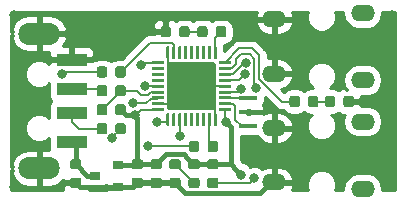
<source format=gtl>
G04 #@! TF.GenerationSoftware,KiCad,Pcbnew,5.0.1-33cea8e~68~ubuntu18.04.1*
G04 #@! TF.CreationDate,2018-11-08T21:15:48+01:00*
G04 #@! TF.ProjectId,audio_interface,617564696F5F696E746572666163652E,rev?*
G04 #@! TF.SameCoordinates,Original*
G04 #@! TF.FileFunction,Copper,L1,Top,Signal*
G04 #@! TF.FilePolarity,Positive*
%FSLAX46Y46*%
G04 Gerber Fmt 4.6, Leading zero omitted, Abs format (unit mm)*
G04 Created by KiCad (PCBNEW 5.0.1-33cea8e~68~ubuntu18.04.1) date Do 08 Nov 2018 21:15:48 CET*
%MOMM*%
%LPD*%
G01*
G04 APERTURE LIST*
G04 #@! TA.AperFunction,Conductor*
%ADD10C,0.100000*%
G04 #@! TD*
G04 #@! TA.AperFunction,SMDPad,CuDef*
%ADD11C,0.875000*%
G04 #@! TD*
G04 #@! TA.AperFunction,SMDPad,CuDef*
%ADD12R,2.500000X1.100000*%
G04 #@! TD*
G04 #@! TA.AperFunction,ComponentPad*
%ADD13O,3.500000X1.900000*%
G04 #@! TD*
G04 #@! TA.AperFunction,ComponentPad*
%ADD14O,2.000000X1.400000*%
G04 #@! TD*
G04 #@! TA.AperFunction,SMDPad,CuDef*
%ADD15C,4.100000*%
G04 #@! TD*
G04 #@! TA.AperFunction,SMDPad,CuDef*
%ADD16C,0.250000*%
G04 #@! TD*
G04 #@! TA.AperFunction,SMDPad,CuDef*
%ADD17R,0.900000X0.800000*%
G04 #@! TD*
G04 #@! TA.AperFunction,SMDPad,CuDef*
%ADD18R,1.500000X0.400000*%
G04 #@! TD*
G04 #@! TA.AperFunction,ViaPad*
%ADD19C,0.800000*%
G04 #@! TD*
G04 #@! TA.AperFunction,Conductor*
%ADD20C,0.200000*%
G04 #@! TD*
G04 #@! TA.AperFunction,Conductor*
%ADD21C,0.400000*%
G04 #@! TD*
G04 #@! TA.AperFunction,Conductor*
%ADD22C,0.254000*%
G04 #@! TD*
G04 APERTURE END LIST*
D10*
G04 #@! TO.N,GND*
G04 #@! TO.C,C1*
G36*
X136477691Y-109751053D02*
X136498926Y-109754203D01*
X136519750Y-109759419D01*
X136539962Y-109766651D01*
X136559368Y-109775830D01*
X136577781Y-109786866D01*
X136595024Y-109799654D01*
X136610930Y-109814070D01*
X136625346Y-109829976D01*
X136638134Y-109847219D01*
X136649170Y-109865632D01*
X136658349Y-109885038D01*
X136665581Y-109905250D01*
X136670797Y-109926074D01*
X136673947Y-109947309D01*
X136675000Y-109968750D01*
X136675000Y-110406250D01*
X136673947Y-110427691D01*
X136670797Y-110448926D01*
X136665581Y-110469750D01*
X136658349Y-110489962D01*
X136649170Y-110509368D01*
X136638134Y-110527781D01*
X136625346Y-110545024D01*
X136610930Y-110560930D01*
X136595024Y-110575346D01*
X136577781Y-110588134D01*
X136559368Y-110599170D01*
X136539962Y-110608349D01*
X136519750Y-110615581D01*
X136498926Y-110620797D01*
X136477691Y-110623947D01*
X136456250Y-110625000D01*
X135943750Y-110625000D01*
X135922309Y-110623947D01*
X135901074Y-110620797D01*
X135880250Y-110615581D01*
X135860038Y-110608349D01*
X135840632Y-110599170D01*
X135822219Y-110588134D01*
X135804976Y-110575346D01*
X135789070Y-110560930D01*
X135774654Y-110545024D01*
X135761866Y-110527781D01*
X135750830Y-110509368D01*
X135741651Y-110489962D01*
X135734419Y-110469750D01*
X135729203Y-110448926D01*
X135726053Y-110427691D01*
X135725000Y-110406250D01*
X135725000Y-109968750D01*
X135726053Y-109947309D01*
X135729203Y-109926074D01*
X135734419Y-109905250D01*
X135741651Y-109885038D01*
X135750830Y-109865632D01*
X135761866Y-109847219D01*
X135774654Y-109829976D01*
X135789070Y-109814070D01*
X135804976Y-109799654D01*
X135822219Y-109786866D01*
X135840632Y-109775830D01*
X135860038Y-109766651D01*
X135880250Y-109759419D01*
X135901074Y-109754203D01*
X135922309Y-109751053D01*
X135943750Y-109750000D01*
X136456250Y-109750000D01*
X136477691Y-109751053D01*
X136477691Y-109751053D01*
G37*
D11*
G04 #@! TD*
G04 #@! TO.P,C1,2*
G04 #@! TO.N,GND*
X136200000Y-110187500D03*
D10*
G04 #@! TO.N,VBUS*
G04 #@! TO.C,C1*
G36*
X136477691Y-108176053D02*
X136498926Y-108179203D01*
X136519750Y-108184419D01*
X136539962Y-108191651D01*
X136559368Y-108200830D01*
X136577781Y-108211866D01*
X136595024Y-108224654D01*
X136610930Y-108239070D01*
X136625346Y-108254976D01*
X136638134Y-108272219D01*
X136649170Y-108290632D01*
X136658349Y-108310038D01*
X136665581Y-108330250D01*
X136670797Y-108351074D01*
X136673947Y-108372309D01*
X136675000Y-108393750D01*
X136675000Y-108831250D01*
X136673947Y-108852691D01*
X136670797Y-108873926D01*
X136665581Y-108894750D01*
X136658349Y-108914962D01*
X136649170Y-108934368D01*
X136638134Y-108952781D01*
X136625346Y-108970024D01*
X136610930Y-108985930D01*
X136595024Y-109000346D01*
X136577781Y-109013134D01*
X136559368Y-109024170D01*
X136539962Y-109033349D01*
X136519750Y-109040581D01*
X136498926Y-109045797D01*
X136477691Y-109048947D01*
X136456250Y-109050000D01*
X135943750Y-109050000D01*
X135922309Y-109048947D01*
X135901074Y-109045797D01*
X135880250Y-109040581D01*
X135860038Y-109033349D01*
X135840632Y-109024170D01*
X135822219Y-109013134D01*
X135804976Y-109000346D01*
X135789070Y-108985930D01*
X135774654Y-108970024D01*
X135761866Y-108952781D01*
X135750830Y-108934368D01*
X135741651Y-108914962D01*
X135734419Y-108894750D01*
X135729203Y-108873926D01*
X135726053Y-108852691D01*
X135725000Y-108831250D01*
X135725000Y-108393750D01*
X135726053Y-108372309D01*
X135729203Y-108351074D01*
X135734419Y-108330250D01*
X135741651Y-108310038D01*
X135750830Y-108290632D01*
X135761866Y-108272219D01*
X135774654Y-108254976D01*
X135789070Y-108239070D01*
X135804976Y-108224654D01*
X135822219Y-108211866D01*
X135840632Y-108200830D01*
X135860038Y-108191651D01*
X135880250Y-108184419D01*
X135901074Y-108179203D01*
X135922309Y-108176053D01*
X135943750Y-108175000D01*
X136456250Y-108175000D01*
X136477691Y-108176053D01*
X136477691Y-108176053D01*
G37*
D11*
G04 #@! TD*
G04 #@! TO.P,C1,1*
G04 #@! TO.N,VBUS*
X136200000Y-108612500D03*
D10*
G04 #@! TO.N,+3V3*
G04 #@! TO.C,C2*
G36*
X141677691Y-108176053D02*
X141698926Y-108179203D01*
X141719750Y-108184419D01*
X141739962Y-108191651D01*
X141759368Y-108200830D01*
X141777781Y-108211866D01*
X141795024Y-108224654D01*
X141810930Y-108239070D01*
X141825346Y-108254976D01*
X141838134Y-108272219D01*
X141849170Y-108290632D01*
X141858349Y-108310038D01*
X141865581Y-108330250D01*
X141870797Y-108351074D01*
X141873947Y-108372309D01*
X141875000Y-108393750D01*
X141875000Y-108831250D01*
X141873947Y-108852691D01*
X141870797Y-108873926D01*
X141865581Y-108894750D01*
X141858349Y-108914962D01*
X141849170Y-108934368D01*
X141838134Y-108952781D01*
X141825346Y-108970024D01*
X141810930Y-108985930D01*
X141795024Y-109000346D01*
X141777781Y-109013134D01*
X141759368Y-109024170D01*
X141739962Y-109033349D01*
X141719750Y-109040581D01*
X141698926Y-109045797D01*
X141677691Y-109048947D01*
X141656250Y-109050000D01*
X141143750Y-109050000D01*
X141122309Y-109048947D01*
X141101074Y-109045797D01*
X141080250Y-109040581D01*
X141060038Y-109033349D01*
X141040632Y-109024170D01*
X141022219Y-109013134D01*
X141004976Y-109000346D01*
X140989070Y-108985930D01*
X140974654Y-108970024D01*
X140961866Y-108952781D01*
X140950830Y-108934368D01*
X140941651Y-108914962D01*
X140934419Y-108894750D01*
X140929203Y-108873926D01*
X140926053Y-108852691D01*
X140925000Y-108831250D01*
X140925000Y-108393750D01*
X140926053Y-108372309D01*
X140929203Y-108351074D01*
X140934419Y-108330250D01*
X140941651Y-108310038D01*
X140950830Y-108290632D01*
X140961866Y-108272219D01*
X140974654Y-108254976D01*
X140989070Y-108239070D01*
X141004976Y-108224654D01*
X141022219Y-108211866D01*
X141040632Y-108200830D01*
X141060038Y-108191651D01*
X141080250Y-108184419D01*
X141101074Y-108179203D01*
X141122309Y-108176053D01*
X141143750Y-108175000D01*
X141656250Y-108175000D01*
X141677691Y-108176053D01*
X141677691Y-108176053D01*
G37*
D11*
G04 #@! TD*
G04 #@! TO.P,C2,1*
G04 #@! TO.N,+3V3*
X141400000Y-108612500D03*
D10*
G04 #@! TO.N,GND*
G04 #@! TO.C,C2*
G36*
X141677691Y-109751053D02*
X141698926Y-109754203D01*
X141719750Y-109759419D01*
X141739962Y-109766651D01*
X141759368Y-109775830D01*
X141777781Y-109786866D01*
X141795024Y-109799654D01*
X141810930Y-109814070D01*
X141825346Y-109829976D01*
X141838134Y-109847219D01*
X141849170Y-109865632D01*
X141858349Y-109885038D01*
X141865581Y-109905250D01*
X141870797Y-109926074D01*
X141873947Y-109947309D01*
X141875000Y-109968750D01*
X141875000Y-110406250D01*
X141873947Y-110427691D01*
X141870797Y-110448926D01*
X141865581Y-110469750D01*
X141858349Y-110489962D01*
X141849170Y-110509368D01*
X141838134Y-110527781D01*
X141825346Y-110545024D01*
X141810930Y-110560930D01*
X141795024Y-110575346D01*
X141777781Y-110588134D01*
X141759368Y-110599170D01*
X141739962Y-110608349D01*
X141719750Y-110615581D01*
X141698926Y-110620797D01*
X141677691Y-110623947D01*
X141656250Y-110625000D01*
X141143750Y-110625000D01*
X141122309Y-110623947D01*
X141101074Y-110620797D01*
X141080250Y-110615581D01*
X141060038Y-110608349D01*
X141040632Y-110599170D01*
X141022219Y-110588134D01*
X141004976Y-110575346D01*
X140989070Y-110560930D01*
X140974654Y-110545024D01*
X140961866Y-110527781D01*
X140950830Y-110509368D01*
X140941651Y-110489962D01*
X140934419Y-110469750D01*
X140929203Y-110448926D01*
X140926053Y-110427691D01*
X140925000Y-110406250D01*
X140925000Y-109968750D01*
X140926053Y-109947309D01*
X140929203Y-109926074D01*
X140934419Y-109905250D01*
X140941651Y-109885038D01*
X140950830Y-109865632D01*
X140961866Y-109847219D01*
X140974654Y-109829976D01*
X140989070Y-109814070D01*
X141004976Y-109799654D01*
X141022219Y-109786866D01*
X141040632Y-109775830D01*
X141060038Y-109766651D01*
X141080250Y-109759419D01*
X141101074Y-109754203D01*
X141122309Y-109751053D01*
X141143750Y-109750000D01*
X141656250Y-109750000D01*
X141677691Y-109751053D01*
X141677691Y-109751053D01*
G37*
D11*
G04 #@! TD*
G04 #@! TO.P,C2,2*
G04 #@! TO.N,GND*
X141400000Y-110187500D03*
D10*
G04 #@! TO.N,GND*
G04 #@! TO.C,C3*
G36*
X143277691Y-109751053D02*
X143298926Y-109754203D01*
X143319750Y-109759419D01*
X143339962Y-109766651D01*
X143359368Y-109775830D01*
X143377781Y-109786866D01*
X143395024Y-109799654D01*
X143410930Y-109814070D01*
X143425346Y-109829976D01*
X143438134Y-109847219D01*
X143449170Y-109865632D01*
X143458349Y-109885038D01*
X143465581Y-109905250D01*
X143470797Y-109926074D01*
X143473947Y-109947309D01*
X143475000Y-109968750D01*
X143475000Y-110406250D01*
X143473947Y-110427691D01*
X143470797Y-110448926D01*
X143465581Y-110469750D01*
X143458349Y-110489962D01*
X143449170Y-110509368D01*
X143438134Y-110527781D01*
X143425346Y-110545024D01*
X143410930Y-110560930D01*
X143395024Y-110575346D01*
X143377781Y-110588134D01*
X143359368Y-110599170D01*
X143339962Y-110608349D01*
X143319750Y-110615581D01*
X143298926Y-110620797D01*
X143277691Y-110623947D01*
X143256250Y-110625000D01*
X142743750Y-110625000D01*
X142722309Y-110623947D01*
X142701074Y-110620797D01*
X142680250Y-110615581D01*
X142660038Y-110608349D01*
X142640632Y-110599170D01*
X142622219Y-110588134D01*
X142604976Y-110575346D01*
X142589070Y-110560930D01*
X142574654Y-110545024D01*
X142561866Y-110527781D01*
X142550830Y-110509368D01*
X142541651Y-110489962D01*
X142534419Y-110469750D01*
X142529203Y-110448926D01*
X142526053Y-110427691D01*
X142525000Y-110406250D01*
X142525000Y-109968750D01*
X142526053Y-109947309D01*
X142529203Y-109926074D01*
X142534419Y-109905250D01*
X142541651Y-109885038D01*
X142550830Y-109865632D01*
X142561866Y-109847219D01*
X142574654Y-109829976D01*
X142589070Y-109814070D01*
X142604976Y-109799654D01*
X142622219Y-109786866D01*
X142640632Y-109775830D01*
X142660038Y-109766651D01*
X142680250Y-109759419D01*
X142701074Y-109754203D01*
X142722309Y-109751053D01*
X142743750Y-109750000D01*
X143256250Y-109750000D01*
X143277691Y-109751053D01*
X143277691Y-109751053D01*
G37*
D11*
G04 #@! TD*
G04 #@! TO.P,C3,2*
G04 #@! TO.N,GND*
X143000000Y-110187500D03*
D10*
G04 #@! TO.N,+3V3*
G04 #@! TO.C,C3*
G36*
X143277691Y-108176053D02*
X143298926Y-108179203D01*
X143319750Y-108184419D01*
X143339962Y-108191651D01*
X143359368Y-108200830D01*
X143377781Y-108211866D01*
X143395024Y-108224654D01*
X143410930Y-108239070D01*
X143425346Y-108254976D01*
X143438134Y-108272219D01*
X143449170Y-108290632D01*
X143458349Y-108310038D01*
X143465581Y-108330250D01*
X143470797Y-108351074D01*
X143473947Y-108372309D01*
X143475000Y-108393750D01*
X143475000Y-108831250D01*
X143473947Y-108852691D01*
X143470797Y-108873926D01*
X143465581Y-108894750D01*
X143458349Y-108914962D01*
X143449170Y-108934368D01*
X143438134Y-108952781D01*
X143425346Y-108970024D01*
X143410930Y-108985930D01*
X143395024Y-109000346D01*
X143377781Y-109013134D01*
X143359368Y-109024170D01*
X143339962Y-109033349D01*
X143319750Y-109040581D01*
X143298926Y-109045797D01*
X143277691Y-109048947D01*
X143256250Y-109050000D01*
X142743750Y-109050000D01*
X142722309Y-109048947D01*
X142701074Y-109045797D01*
X142680250Y-109040581D01*
X142660038Y-109033349D01*
X142640632Y-109024170D01*
X142622219Y-109013134D01*
X142604976Y-109000346D01*
X142589070Y-108985930D01*
X142574654Y-108970024D01*
X142561866Y-108952781D01*
X142550830Y-108934368D01*
X142541651Y-108914962D01*
X142534419Y-108894750D01*
X142529203Y-108873926D01*
X142526053Y-108852691D01*
X142525000Y-108831250D01*
X142525000Y-108393750D01*
X142526053Y-108372309D01*
X142529203Y-108351074D01*
X142534419Y-108330250D01*
X142541651Y-108310038D01*
X142550830Y-108290632D01*
X142561866Y-108272219D01*
X142574654Y-108254976D01*
X142589070Y-108239070D01*
X142604976Y-108224654D01*
X142622219Y-108211866D01*
X142640632Y-108200830D01*
X142660038Y-108191651D01*
X142680250Y-108184419D01*
X142701074Y-108179203D01*
X142722309Y-108176053D01*
X142743750Y-108175000D01*
X143256250Y-108175000D01*
X143277691Y-108176053D01*
X143277691Y-108176053D01*
G37*
D11*
G04 #@! TD*
G04 #@! TO.P,C3,1*
G04 #@! TO.N,+3V3*
X143000000Y-108612500D03*
D10*
G04 #@! TO.N,GND*
G04 #@! TO.C,D1*
G36*
X159539691Y-102826053D02*
X159560926Y-102829203D01*
X159581750Y-102834419D01*
X159601962Y-102841651D01*
X159621368Y-102850830D01*
X159639781Y-102861866D01*
X159657024Y-102874654D01*
X159672930Y-102889070D01*
X159687346Y-102904976D01*
X159700134Y-102922219D01*
X159711170Y-102940632D01*
X159720349Y-102960038D01*
X159727581Y-102980250D01*
X159732797Y-103001074D01*
X159735947Y-103022309D01*
X159737000Y-103043750D01*
X159737000Y-103556250D01*
X159735947Y-103577691D01*
X159732797Y-103598926D01*
X159727581Y-103619750D01*
X159720349Y-103639962D01*
X159711170Y-103659368D01*
X159700134Y-103677781D01*
X159687346Y-103695024D01*
X159672930Y-103710930D01*
X159657024Y-103725346D01*
X159639781Y-103738134D01*
X159621368Y-103749170D01*
X159601962Y-103758349D01*
X159581750Y-103765581D01*
X159560926Y-103770797D01*
X159539691Y-103773947D01*
X159518250Y-103775000D01*
X159080750Y-103775000D01*
X159059309Y-103773947D01*
X159038074Y-103770797D01*
X159017250Y-103765581D01*
X158997038Y-103758349D01*
X158977632Y-103749170D01*
X158959219Y-103738134D01*
X158941976Y-103725346D01*
X158926070Y-103710930D01*
X158911654Y-103695024D01*
X158898866Y-103677781D01*
X158887830Y-103659368D01*
X158878651Y-103639962D01*
X158871419Y-103619750D01*
X158866203Y-103598926D01*
X158863053Y-103577691D01*
X158862000Y-103556250D01*
X158862000Y-103043750D01*
X158863053Y-103022309D01*
X158866203Y-103001074D01*
X158871419Y-102980250D01*
X158878651Y-102960038D01*
X158887830Y-102940632D01*
X158898866Y-102922219D01*
X158911654Y-102904976D01*
X158926070Y-102889070D01*
X158941976Y-102874654D01*
X158959219Y-102861866D01*
X158977632Y-102850830D01*
X158997038Y-102841651D01*
X159017250Y-102834419D01*
X159038074Y-102829203D01*
X159059309Y-102826053D01*
X159080750Y-102825000D01*
X159518250Y-102825000D01*
X159539691Y-102826053D01*
X159539691Y-102826053D01*
G37*
D11*
G04 #@! TD*
G04 #@! TO.P,D1,1*
G04 #@! TO.N,GND*
X159299500Y-103300000D03*
D10*
G04 #@! TO.N,Net-(D1-Pad2)*
G04 #@! TO.C,D1*
G36*
X157964691Y-102826053D02*
X157985926Y-102829203D01*
X158006750Y-102834419D01*
X158026962Y-102841651D01*
X158046368Y-102850830D01*
X158064781Y-102861866D01*
X158082024Y-102874654D01*
X158097930Y-102889070D01*
X158112346Y-102904976D01*
X158125134Y-102922219D01*
X158136170Y-102940632D01*
X158145349Y-102960038D01*
X158152581Y-102980250D01*
X158157797Y-103001074D01*
X158160947Y-103022309D01*
X158162000Y-103043750D01*
X158162000Y-103556250D01*
X158160947Y-103577691D01*
X158157797Y-103598926D01*
X158152581Y-103619750D01*
X158145349Y-103639962D01*
X158136170Y-103659368D01*
X158125134Y-103677781D01*
X158112346Y-103695024D01*
X158097930Y-103710930D01*
X158082024Y-103725346D01*
X158064781Y-103738134D01*
X158046368Y-103749170D01*
X158026962Y-103758349D01*
X158006750Y-103765581D01*
X157985926Y-103770797D01*
X157964691Y-103773947D01*
X157943250Y-103775000D01*
X157505750Y-103775000D01*
X157484309Y-103773947D01*
X157463074Y-103770797D01*
X157442250Y-103765581D01*
X157422038Y-103758349D01*
X157402632Y-103749170D01*
X157384219Y-103738134D01*
X157366976Y-103725346D01*
X157351070Y-103710930D01*
X157336654Y-103695024D01*
X157323866Y-103677781D01*
X157312830Y-103659368D01*
X157303651Y-103639962D01*
X157296419Y-103619750D01*
X157291203Y-103598926D01*
X157288053Y-103577691D01*
X157287000Y-103556250D01*
X157287000Y-103043750D01*
X157288053Y-103022309D01*
X157291203Y-103001074D01*
X157296419Y-102980250D01*
X157303651Y-102960038D01*
X157312830Y-102940632D01*
X157323866Y-102922219D01*
X157336654Y-102904976D01*
X157351070Y-102889070D01*
X157366976Y-102874654D01*
X157384219Y-102861866D01*
X157402632Y-102850830D01*
X157422038Y-102841651D01*
X157442250Y-102834419D01*
X157463074Y-102829203D01*
X157484309Y-102826053D01*
X157505750Y-102825000D01*
X157943250Y-102825000D01*
X157964691Y-102826053D01*
X157964691Y-102826053D01*
G37*
D11*
G04 #@! TD*
G04 #@! TO.P,D1,2*
G04 #@! TO.N,Net-(D1-Pad2)*
X157724500Y-103300000D03*
D10*
G04 #@! TO.N,Net-(D2-Pad2)*
G04 #@! TO.C,D2*
G36*
X144877691Y-108176053D02*
X144898926Y-108179203D01*
X144919750Y-108184419D01*
X144939962Y-108191651D01*
X144959368Y-108200830D01*
X144977781Y-108211866D01*
X144995024Y-108224654D01*
X145010930Y-108239070D01*
X145025346Y-108254976D01*
X145038134Y-108272219D01*
X145049170Y-108290632D01*
X145058349Y-108310038D01*
X145065581Y-108330250D01*
X145070797Y-108351074D01*
X145073947Y-108372309D01*
X145075000Y-108393750D01*
X145075000Y-108831250D01*
X145073947Y-108852691D01*
X145070797Y-108873926D01*
X145065581Y-108894750D01*
X145058349Y-108914962D01*
X145049170Y-108934368D01*
X145038134Y-108952781D01*
X145025346Y-108970024D01*
X145010930Y-108985930D01*
X144995024Y-109000346D01*
X144977781Y-109013134D01*
X144959368Y-109024170D01*
X144939962Y-109033349D01*
X144919750Y-109040581D01*
X144898926Y-109045797D01*
X144877691Y-109048947D01*
X144856250Y-109050000D01*
X144343750Y-109050000D01*
X144322309Y-109048947D01*
X144301074Y-109045797D01*
X144280250Y-109040581D01*
X144260038Y-109033349D01*
X144240632Y-109024170D01*
X144222219Y-109013134D01*
X144204976Y-109000346D01*
X144189070Y-108985930D01*
X144174654Y-108970024D01*
X144161866Y-108952781D01*
X144150830Y-108934368D01*
X144141651Y-108914962D01*
X144134419Y-108894750D01*
X144129203Y-108873926D01*
X144126053Y-108852691D01*
X144125000Y-108831250D01*
X144125000Y-108393750D01*
X144126053Y-108372309D01*
X144129203Y-108351074D01*
X144134419Y-108330250D01*
X144141651Y-108310038D01*
X144150830Y-108290632D01*
X144161866Y-108272219D01*
X144174654Y-108254976D01*
X144189070Y-108239070D01*
X144204976Y-108224654D01*
X144222219Y-108211866D01*
X144240632Y-108200830D01*
X144260038Y-108191651D01*
X144280250Y-108184419D01*
X144301074Y-108179203D01*
X144322309Y-108176053D01*
X144343750Y-108175000D01*
X144856250Y-108175000D01*
X144877691Y-108176053D01*
X144877691Y-108176053D01*
G37*
D11*
G04 #@! TD*
G04 #@! TO.P,D2,2*
G04 #@! TO.N,Net-(D2-Pad2)*
X144600000Y-108612500D03*
D10*
G04 #@! TO.N,GND*
G04 #@! TO.C,D2*
G36*
X144877691Y-109751053D02*
X144898926Y-109754203D01*
X144919750Y-109759419D01*
X144939962Y-109766651D01*
X144959368Y-109775830D01*
X144977781Y-109786866D01*
X144995024Y-109799654D01*
X145010930Y-109814070D01*
X145025346Y-109829976D01*
X145038134Y-109847219D01*
X145049170Y-109865632D01*
X145058349Y-109885038D01*
X145065581Y-109905250D01*
X145070797Y-109926074D01*
X145073947Y-109947309D01*
X145075000Y-109968750D01*
X145075000Y-110406250D01*
X145073947Y-110427691D01*
X145070797Y-110448926D01*
X145065581Y-110469750D01*
X145058349Y-110489962D01*
X145049170Y-110509368D01*
X145038134Y-110527781D01*
X145025346Y-110545024D01*
X145010930Y-110560930D01*
X144995024Y-110575346D01*
X144977781Y-110588134D01*
X144959368Y-110599170D01*
X144939962Y-110608349D01*
X144919750Y-110615581D01*
X144898926Y-110620797D01*
X144877691Y-110623947D01*
X144856250Y-110625000D01*
X144343750Y-110625000D01*
X144322309Y-110623947D01*
X144301074Y-110620797D01*
X144280250Y-110615581D01*
X144260038Y-110608349D01*
X144240632Y-110599170D01*
X144222219Y-110588134D01*
X144204976Y-110575346D01*
X144189070Y-110560930D01*
X144174654Y-110545024D01*
X144161866Y-110527781D01*
X144150830Y-110509368D01*
X144141651Y-110489962D01*
X144134419Y-110469750D01*
X144129203Y-110448926D01*
X144126053Y-110427691D01*
X144125000Y-110406250D01*
X144125000Y-109968750D01*
X144126053Y-109947309D01*
X144129203Y-109926074D01*
X144134419Y-109905250D01*
X144141651Y-109885038D01*
X144150830Y-109865632D01*
X144161866Y-109847219D01*
X144174654Y-109829976D01*
X144189070Y-109814070D01*
X144204976Y-109799654D01*
X144222219Y-109786866D01*
X144240632Y-109775830D01*
X144260038Y-109766651D01*
X144280250Y-109759419D01*
X144301074Y-109754203D01*
X144322309Y-109751053D01*
X144343750Y-109750000D01*
X144856250Y-109750000D01*
X144877691Y-109751053D01*
X144877691Y-109751053D01*
G37*
D11*
G04 #@! TD*
G04 #@! TO.P,D2,1*
G04 #@! TO.N,GND*
X144600000Y-110187500D03*
D12*
G04 #@! TO.P,J1,2*
G04 #@! TO.N,Net-(J1-Pad2)*
X135850000Y-104250000D03*
G04 #@! TO.P,J1,3*
G04 #@! TO.N,Net-(J1-Pad3)*
X135850000Y-102250000D03*
G04 #@! TO.P,J1,1*
G04 #@! TO.N,VBUS*
X135850000Y-106750000D03*
G04 #@! TO.P,J1,4*
G04 #@! TO.N,GND*
X135850000Y-99750000D03*
D13*
G04 #@! TO.P,J1,5*
X133100000Y-108950000D03*
X133100000Y-97550000D03*
G04 #@! TD*
D14*
G04 #@! TO.P,J3,R*
G04 #@! TO.N,GND*
X153000000Y-100950000D03*
G04 #@! TO.P,J3,S*
X153000000Y-96350000D03*
G04 #@! TO.P,J3,T*
G04 #@! TO.N,Net-(C6-Pad1)*
X160500000Y-101500000D03*
X160500000Y-95800000D03*
G04 #@! TD*
G04 #@! TO.P,J4,T*
G04 #@! TO.N,Net-(C4-Pad2)*
X160500000Y-105000000D03*
X160500000Y-110700000D03*
G04 #@! TO.P,J4,S*
G04 #@! TO.N,GND*
X153000000Y-105550000D03*
G04 #@! TO.P,J4,R*
X153000000Y-110150000D03*
G04 #@! TD*
D10*
G04 #@! TO.N,/USB_DP*
G04 #@! TO.C,R1*
G36*
X140227691Y-101926053D02*
X140248926Y-101929203D01*
X140269750Y-101934419D01*
X140289962Y-101941651D01*
X140309368Y-101950830D01*
X140327781Y-101961866D01*
X140345024Y-101974654D01*
X140360930Y-101989070D01*
X140375346Y-102004976D01*
X140388134Y-102022219D01*
X140399170Y-102040632D01*
X140408349Y-102060038D01*
X140415581Y-102080250D01*
X140420797Y-102101074D01*
X140423947Y-102122309D01*
X140425000Y-102143750D01*
X140425000Y-102656250D01*
X140423947Y-102677691D01*
X140420797Y-102698926D01*
X140415581Y-102719750D01*
X140408349Y-102739962D01*
X140399170Y-102759368D01*
X140388134Y-102777781D01*
X140375346Y-102795024D01*
X140360930Y-102810930D01*
X140345024Y-102825346D01*
X140327781Y-102838134D01*
X140309368Y-102849170D01*
X140289962Y-102858349D01*
X140269750Y-102865581D01*
X140248926Y-102870797D01*
X140227691Y-102873947D01*
X140206250Y-102875000D01*
X139768750Y-102875000D01*
X139747309Y-102873947D01*
X139726074Y-102870797D01*
X139705250Y-102865581D01*
X139685038Y-102858349D01*
X139665632Y-102849170D01*
X139647219Y-102838134D01*
X139629976Y-102825346D01*
X139614070Y-102810930D01*
X139599654Y-102795024D01*
X139586866Y-102777781D01*
X139575830Y-102759368D01*
X139566651Y-102739962D01*
X139559419Y-102719750D01*
X139554203Y-102698926D01*
X139551053Y-102677691D01*
X139550000Y-102656250D01*
X139550000Y-102143750D01*
X139551053Y-102122309D01*
X139554203Y-102101074D01*
X139559419Y-102080250D01*
X139566651Y-102060038D01*
X139575830Y-102040632D01*
X139586866Y-102022219D01*
X139599654Y-102004976D01*
X139614070Y-101989070D01*
X139629976Y-101974654D01*
X139647219Y-101961866D01*
X139665632Y-101950830D01*
X139685038Y-101941651D01*
X139705250Y-101934419D01*
X139726074Y-101929203D01*
X139747309Y-101926053D01*
X139768750Y-101925000D01*
X140206250Y-101925000D01*
X140227691Y-101926053D01*
X140227691Y-101926053D01*
G37*
D11*
G04 #@! TD*
G04 #@! TO.P,R1,1*
G04 #@! TO.N,/USB_DP*
X139987500Y-102400000D03*
D10*
G04 #@! TO.N,Net-(J1-Pad3)*
G04 #@! TO.C,R1*
G36*
X138652691Y-101926053D02*
X138673926Y-101929203D01*
X138694750Y-101934419D01*
X138714962Y-101941651D01*
X138734368Y-101950830D01*
X138752781Y-101961866D01*
X138770024Y-101974654D01*
X138785930Y-101989070D01*
X138800346Y-102004976D01*
X138813134Y-102022219D01*
X138824170Y-102040632D01*
X138833349Y-102060038D01*
X138840581Y-102080250D01*
X138845797Y-102101074D01*
X138848947Y-102122309D01*
X138850000Y-102143750D01*
X138850000Y-102656250D01*
X138848947Y-102677691D01*
X138845797Y-102698926D01*
X138840581Y-102719750D01*
X138833349Y-102739962D01*
X138824170Y-102759368D01*
X138813134Y-102777781D01*
X138800346Y-102795024D01*
X138785930Y-102810930D01*
X138770024Y-102825346D01*
X138752781Y-102838134D01*
X138734368Y-102849170D01*
X138714962Y-102858349D01*
X138694750Y-102865581D01*
X138673926Y-102870797D01*
X138652691Y-102873947D01*
X138631250Y-102875000D01*
X138193750Y-102875000D01*
X138172309Y-102873947D01*
X138151074Y-102870797D01*
X138130250Y-102865581D01*
X138110038Y-102858349D01*
X138090632Y-102849170D01*
X138072219Y-102838134D01*
X138054976Y-102825346D01*
X138039070Y-102810930D01*
X138024654Y-102795024D01*
X138011866Y-102777781D01*
X138000830Y-102759368D01*
X137991651Y-102739962D01*
X137984419Y-102719750D01*
X137979203Y-102698926D01*
X137976053Y-102677691D01*
X137975000Y-102656250D01*
X137975000Y-102143750D01*
X137976053Y-102122309D01*
X137979203Y-102101074D01*
X137984419Y-102080250D01*
X137991651Y-102060038D01*
X138000830Y-102040632D01*
X138011866Y-102022219D01*
X138024654Y-102004976D01*
X138039070Y-101989070D01*
X138054976Y-101974654D01*
X138072219Y-101961866D01*
X138090632Y-101950830D01*
X138110038Y-101941651D01*
X138130250Y-101934419D01*
X138151074Y-101929203D01*
X138172309Y-101926053D01*
X138193750Y-101925000D01*
X138631250Y-101925000D01*
X138652691Y-101926053D01*
X138652691Y-101926053D01*
G37*
D11*
G04 #@! TD*
G04 #@! TO.P,R1,2*
G04 #@! TO.N,Net-(J1-Pad3)*
X138412500Y-102400000D03*
D10*
G04 #@! TO.N,Net-(J1-Pad2)*
G04 #@! TO.C,R2*
G36*
X138652691Y-105126053D02*
X138673926Y-105129203D01*
X138694750Y-105134419D01*
X138714962Y-105141651D01*
X138734368Y-105150830D01*
X138752781Y-105161866D01*
X138770024Y-105174654D01*
X138785930Y-105189070D01*
X138800346Y-105204976D01*
X138813134Y-105222219D01*
X138824170Y-105240632D01*
X138833349Y-105260038D01*
X138840581Y-105280250D01*
X138845797Y-105301074D01*
X138848947Y-105322309D01*
X138850000Y-105343750D01*
X138850000Y-105856250D01*
X138848947Y-105877691D01*
X138845797Y-105898926D01*
X138840581Y-105919750D01*
X138833349Y-105939962D01*
X138824170Y-105959368D01*
X138813134Y-105977781D01*
X138800346Y-105995024D01*
X138785930Y-106010930D01*
X138770024Y-106025346D01*
X138752781Y-106038134D01*
X138734368Y-106049170D01*
X138714962Y-106058349D01*
X138694750Y-106065581D01*
X138673926Y-106070797D01*
X138652691Y-106073947D01*
X138631250Y-106075000D01*
X138193750Y-106075000D01*
X138172309Y-106073947D01*
X138151074Y-106070797D01*
X138130250Y-106065581D01*
X138110038Y-106058349D01*
X138090632Y-106049170D01*
X138072219Y-106038134D01*
X138054976Y-106025346D01*
X138039070Y-106010930D01*
X138024654Y-105995024D01*
X138011866Y-105977781D01*
X138000830Y-105959368D01*
X137991651Y-105939962D01*
X137984419Y-105919750D01*
X137979203Y-105898926D01*
X137976053Y-105877691D01*
X137975000Y-105856250D01*
X137975000Y-105343750D01*
X137976053Y-105322309D01*
X137979203Y-105301074D01*
X137984419Y-105280250D01*
X137991651Y-105260038D01*
X138000830Y-105240632D01*
X138011866Y-105222219D01*
X138024654Y-105204976D01*
X138039070Y-105189070D01*
X138054976Y-105174654D01*
X138072219Y-105161866D01*
X138090632Y-105150830D01*
X138110038Y-105141651D01*
X138130250Y-105134419D01*
X138151074Y-105129203D01*
X138172309Y-105126053D01*
X138193750Y-105125000D01*
X138631250Y-105125000D01*
X138652691Y-105126053D01*
X138652691Y-105126053D01*
G37*
D11*
G04 #@! TD*
G04 #@! TO.P,R2,2*
G04 #@! TO.N,Net-(J1-Pad2)*
X138412500Y-105600000D03*
D10*
G04 #@! TO.N,/USB_DM*
G04 #@! TO.C,R2*
G36*
X140227691Y-105126053D02*
X140248926Y-105129203D01*
X140269750Y-105134419D01*
X140289962Y-105141651D01*
X140309368Y-105150830D01*
X140327781Y-105161866D01*
X140345024Y-105174654D01*
X140360930Y-105189070D01*
X140375346Y-105204976D01*
X140388134Y-105222219D01*
X140399170Y-105240632D01*
X140408349Y-105260038D01*
X140415581Y-105280250D01*
X140420797Y-105301074D01*
X140423947Y-105322309D01*
X140425000Y-105343750D01*
X140425000Y-105856250D01*
X140423947Y-105877691D01*
X140420797Y-105898926D01*
X140415581Y-105919750D01*
X140408349Y-105939962D01*
X140399170Y-105959368D01*
X140388134Y-105977781D01*
X140375346Y-105995024D01*
X140360930Y-106010930D01*
X140345024Y-106025346D01*
X140327781Y-106038134D01*
X140309368Y-106049170D01*
X140289962Y-106058349D01*
X140269750Y-106065581D01*
X140248926Y-106070797D01*
X140227691Y-106073947D01*
X140206250Y-106075000D01*
X139768750Y-106075000D01*
X139747309Y-106073947D01*
X139726074Y-106070797D01*
X139705250Y-106065581D01*
X139685038Y-106058349D01*
X139665632Y-106049170D01*
X139647219Y-106038134D01*
X139629976Y-106025346D01*
X139614070Y-106010930D01*
X139599654Y-105995024D01*
X139586866Y-105977781D01*
X139575830Y-105959368D01*
X139566651Y-105939962D01*
X139559419Y-105919750D01*
X139554203Y-105898926D01*
X139551053Y-105877691D01*
X139550000Y-105856250D01*
X139550000Y-105343750D01*
X139551053Y-105322309D01*
X139554203Y-105301074D01*
X139559419Y-105280250D01*
X139566651Y-105260038D01*
X139575830Y-105240632D01*
X139586866Y-105222219D01*
X139599654Y-105204976D01*
X139614070Y-105189070D01*
X139629976Y-105174654D01*
X139647219Y-105161866D01*
X139665632Y-105150830D01*
X139685038Y-105141651D01*
X139705250Y-105134419D01*
X139726074Y-105129203D01*
X139747309Y-105126053D01*
X139768750Y-105125000D01*
X140206250Y-105125000D01*
X140227691Y-105126053D01*
X140227691Y-105126053D01*
G37*
D11*
G04 #@! TD*
G04 #@! TO.P,R2,1*
G04 #@! TO.N,/USB_DM*
X139987500Y-105600000D03*
D10*
G04 #@! TO.N,Net-(JP1-Pad2)*
G04 #@! TO.C,R3*
G36*
X146452691Y-106626053D02*
X146473926Y-106629203D01*
X146494750Y-106634419D01*
X146514962Y-106641651D01*
X146534368Y-106650830D01*
X146552781Y-106661866D01*
X146570024Y-106674654D01*
X146585930Y-106689070D01*
X146600346Y-106704976D01*
X146613134Y-106722219D01*
X146624170Y-106740632D01*
X146633349Y-106760038D01*
X146640581Y-106780250D01*
X146645797Y-106801074D01*
X146648947Y-106822309D01*
X146650000Y-106843750D01*
X146650000Y-107356250D01*
X146648947Y-107377691D01*
X146645797Y-107398926D01*
X146640581Y-107419750D01*
X146633349Y-107439962D01*
X146624170Y-107459368D01*
X146613134Y-107477781D01*
X146600346Y-107495024D01*
X146585930Y-107510930D01*
X146570024Y-107525346D01*
X146552781Y-107538134D01*
X146534368Y-107549170D01*
X146514962Y-107558349D01*
X146494750Y-107565581D01*
X146473926Y-107570797D01*
X146452691Y-107573947D01*
X146431250Y-107575000D01*
X145993750Y-107575000D01*
X145972309Y-107573947D01*
X145951074Y-107570797D01*
X145930250Y-107565581D01*
X145910038Y-107558349D01*
X145890632Y-107549170D01*
X145872219Y-107538134D01*
X145854976Y-107525346D01*
X145839070Y-107510930D01*
X145824654Y-107495024D01*
X145811866Y-107477781D01*
X145800830Y-107459368D01*
X145791651Y-107439962D01*
X145784419Y-107419750D01*
X145779203Y-107398926D01*
X145776053Y-107377691D01*
X145775000Y-107356250D01*
X145775000Y-106843750D01*
X145776053Y-106822309D01*
X145779203Y-106801074D01*
X145784419Y-106780250D01*
X145791651Y-106760038D01*
X145800830Y-106740632D01*
X145811866Y-106722219D01*
X145824654Y-106704976D01*
X145839070Y-106689070D01*
X145854976Y-106674654D01*
X145872219Y-106661866D01*
X145890632Y-106650830D01*
X145910038Y-106641651D01*
X145930250Y-106634419D01*
X145951074Y-106629203D01*
X145972309Y-106626053D01*
X145993750Y-106625000D01*
X146431250Y-106625000D01*
X146452691Y-106626053D01*
X146452691Y-106626053D01*
G37*
D11*
G04 #@! TD*
G04 #@! TO.P,R3,2*
G04 #@! TO.N,Net-(JP1-Pad2)*
X146212500Y-107100000D03*
D10*
G04 #@! TO.N,/BOOT0*
G04 #@! TO.C,R3*
G36*
X148027691Y-106626053D02*
X148048926Y-106629203D01*
X148069750Y-106634419D01*
X148089962Y-106641651D01*
X148109368Y-106650830D01*
X148127781Y-106661866D01*
X148145024Y-106674654D01*
X148160930Y-106689070D01*
X148175346Y-106704976D01*
X148188134Y-106722219D01*
X148199170Y-106740632D01*
X148208349Y-106760038D01*
X148215581Y-106780250D01*
X148220797Y-106801074D01*
X148223947Y-106822309D01*
X148225000Y-106843750D01*
X148225000Y-107356250D01*
X148223947Y-107377691D01*
X148220797Y-107398926D01*
X148215581Y-107419750D01*
X148208349Y-107439962D01*
X148199170Y-107459368D01*
X148188134Y-107477781D01*
X148175346Y-107495024D01*
X148160930Y-107510930D01*
X148145024Y-107525346D01*
X148127781Y-107538134D01*
X148109368Y-107549170D01*
X148089962Y-107558349D01*
X148069750Y-107565581D01*
X148048926Y-107570797D01*
X148027691Y-107573947D01*
X148006250Y-107575000D01*
X147568750Y-107575000D01*
X147547309Y-107573947D01*
X147526074Y-107570797D01*
X147505250Y-107565581D01*
X147485038Y-107558349D01*
X147465632Y-107549170D01*
X147447219Y-107538134D01*
X147429976Y-107525346D01*
X147414070Y-107510930D01*
X147399654Y-107495024D01*
X147386866Y-107477781D01*
X147375830Y-107459368D01*
X147366651Y-107439962D01*
X147359419Y-107419750D01*
X147354203Y-107398926D01*
X147351053Y-107377691D01*
X147350000Y-107356250D01*
X147350000Y-106843750D01*
X147351053Y-106822309D01*
X147354203Y-106801074D01*
X147359419Y-106780250D01*
X147366651Y-106760038D01*
X147375830Y-106740632D01*
X147386866Y-106722219D01*
X147399654Y-106704976D01*
X147414070Y-106689070D01*
X147429976Y-106674654D01*
X147447219Y-106661866D01*
X147465632Y-106650830D01*
X147485038Y-106641651D01*
X147505250Y-106634419D01*
X147526074Y-106629203D01*
X147547309Y-106626053D01*
X147568750Y-106625000D01*
X148006250Y-106625000D01*
X148027691Y-106626053D01*
X148027691Y-106626053D01*
G37*
D11*
G04 #@! TD*
G04 #@! TO.P,R3,1*
G04 #@! TO.N,/BOOT0*
X147787500Y-107100000D03*
D10*
G04 #@! TO.N,+3V3*
G04 #@! TO.C,R4*
G36*
X140227691Y-103526053D02*
X140248926Y-103529203D01*
X140269750Y-103534419D01*
X140289962Y-103541651D01*
X140309368Y-103550830D01*
X140327781Y-103561866D01*
X140345024Y-103574654D01*
X140360930Y-103589070D01*
X140375346Y-103604976D01*
X140388134Y-103622219D01*
X140399170Y-103640632D01*
X140408349Y-103660038D01*
X140415581Y-103680250D01*
X140420797Y-103701074D01*
X140423947Y-103722309D01*
X140425000Y-103743750D01*
X140425000Y-104256250D01*
X140423947Y-104277691D01*
X140420797Y-104298926D01*
X140415581Y-104319750D01*
X140408349Y-104339962D01*
X140399170Y-104359368D01*
X140388134Y-104377781D01*
X140375346Y-104395024D01*
X140360930Y-104410930D01*
X140345024Y-104425346D01*
X140327781Y-104438134D01*
X140309368Y-104449170D01*
X140289962Y-104458349D01*
X140269750Y-104465581D01*
X140248926Y-104470797D01*
X140227691Y-104473947D01*
X140206250Y-104475000D01*
X139768750Y-104475000D01*
X139747309Y-104473947D01*
X139726074Y-104470797D01*
X139705250Y-104465581D01*
X139685038Y-104458349D01*
X139665632Y-104449170D01*
X139647219Y-104438134D01*
X139629976Y-104425346D01*
X139614070Y-104410930D01*
X139599654Y-104395024D01*
X139586866Y-104377781D01*
X139575830Y-104359368D01*
X139566651Y-104339962D01*
X139559419Y-104319750D01*
X139554203Y-104298926D01*
X139551053Y-104277691D01*
X139550000Y-104256250D01*
X139550000Y-103743750D01*
X139551053Y-103722309D01*
X139554203Y-103701074D01*
X139559419Y-103680250D01*
X139566651Y-103660038D01*
X139575830Y-103640632D01*
X139586866Y-103622219D01*
X139599654Y-103604976D01*
X139614070Y-103589070D01*
X139629976Y-103574654D01*
X139647219Y-103561866D01*
X139665632Y-103550830D01*
X139685038Y-103541651D01*
X139705250Y-103534419D01*
X139726074Y-103529203D01*
X139747309Y-103526053D01*
X139768750Y-103525000D01*
X140206250Y-103525000D01*
X140227691Y-103526053D01*
X140227691Y-103526053D01*
G37*
D11*
G04 #@! TD*
G04 #@! TO.P,R4,1*
G04 #@! TO.N,+3V3*
X139987500Y-104000000D03*
D10*
G04 #@! TO.N,/USB_DP*
G04 #@! TO.C,R4*
G36*
X138652691Y-103526053D02*
X138673926Y-103529203D01*
X138694750Y-103534419D01*
X138714962Y-103541651D01*
X138734368Y-103550830D01*
X138752781Y-103561866D01*
X138770024Y-103574654D01*
X138785930Y-103589070D01*
X138800346Y-103604976D01*
X138813134Y-103622219D01*
X138824170Y-103640632D01*
X138833349Y-103660038D01*
X138840581Y-103680250D01*
X138845797Y-103701074D01*
X138848947Y-103722309D01*
X138850000Y-103743750D01*
X138850000Y-104256250D01*
X138848947Y-104277691D01*
X138845797Y-104298926D01*
X138840581Y-104319750D01*
X138833349Y-104339962D01*
X138824170Y-104359368D01*
X138813134Y-104377781D01*
X138800346Y-104395024D01*
X138785930Y-104410930D01*
X138770024Y-104425346D01*
X138752781Y-104438134D01*
X138734368Y-104449170D01*
X138714962Y-104458349D01*
X138694750Y-104465581D01*
X138673926Y-104470797D01*
X138652691Y-104473947D01*
X138631250Y-104475000D01*
X138193750Y-104475000D01*
X138172309Y-104473947D01*
X138151074Y-104470797D01*
X138130250Y-104465581D01*
X138110038Y-104458349D01*
X138090632Y-104449170D01*
X138072219Y-104438134D01*
X138054976Y-104425346D01*
X138039070Y-104410930D01*
X138024654Y-104395024D01*
X138011866Y-104377781D01*
X138000830Y-104359368D01*
X137991651Y-104339962D01*
X137984419Y-104319750D01*
X137979203Y-104298926D01*
X137976053Y-104277691D01*
X137975000Y-104256250D01*
X137975000Y-103743750D01*
X137976053Y-103722309D01*
X137979203Y-103701074D01*
X137984419Y-103680250D01*
X137991651Y-103660038D01*
X138000830Y-103640632D01*
X138011866Y-103622219D01*
X138024654Y-103604976D01*
X138039070Y-103589070D01*
X138054976Y-103574654D01*
X138072219Y-103561866D01*
X138090632Y-103550830D01*
X138110038Y-103541651D01*
X138130250Y-103534419D01*
X138151074Y-103529203D01*
X138172309Y-103526053D01*
X138193750Y-103525000D01*
X138631250Y-103525000D01*
X138652691Y-103526053D01*
X138652691Y-103526053D01*
G37*
D11*
G04 #@! TD*
G04 #@! TO.P,R4,2*
G04 #@! TO.N,/USB_DP*
X138412500Y-104000000D03*
D10*
G04 #@! TO.N,Net-(JP2-Pad2)*
G04 #@! TO.C,R5*
G36*
X138652691Y-100326053D02*
X138673926Y-100329203D01*
X138694750Y-100334419D01*
X138714962Y-100341651D01*
X138734368Y-100350830D01*
X138752781Y-100361866D01*
X138770024Y-100374654D01*
X138785930Y-100389070D01*
X138800346Y-100404976D01*
X138813134Y-100422219D01*
X138824170Y-100440632D01*
X138833349Y-100460038D01*
X138840581Y-100480250D01*
X138845797Y-100501074D01*
X138848947Y-100522309D01*
X138850000Y-100543750D01*
X138850000Y-101056250D01*
X138848947Y-101077691D01*
X138845797Y-101098926D01*
X138840581Y-101119750D01*
X138833349Y-101139962D01*
X138824170Y-101159368D01*
X138813134Y-101177781D01*
X138800346Y-101195024D01*
X138785930Y-101210930D01*
X138770024Y-101225346D01*
X138752781Y-101238134D01*
X138734368Y-101249170D01*
X138714962Y-101258349D01*
X138694750Y-101265581D01*
X138673926Y-101270797D01*
X138652691Y-101273947D01*
X138631250Y-101275000D01*
X138193750Y-101275000D01*
X138172309Y-101273947D01*
X138151074Y-101270797D01*
X138130250Y-101265581D01*
X138110038Y-101258349D01*
X138090632Y-101249170D01*
X138072219Y-101238134D01*
X138054976Y-101225346D01*
X138039070Y-101210930D01*
X138024654Y-101195024D01*
X138011866Y-101177781D01*
X138000830Y-101159368D01*
X137991651Y-101139962D01*
X137984419Y-101119750D01*
X137979203Y-101098926D01*
X137976053Y-101077691D01*
X137975000Y-101056250D01*
X137975000Y-100543750D01*
X137976053Y-100522309D01*
X137979203Y-100501074D01*
X137984419Y-100480250D01*
X137991651Y-100460038D01*
X138000830Y-100440632D01*
X138011866Y-100422219D01*
X138024654Y-100404976D01*
X138039070Y-100389070D01*
X138054976Y-100374654D01*
X138072219Y-100361866D01*
X138090632Y-100350830D01*
X138110038Y-100341651D01*
X138130250Y-100334419D01*
X138151074Y-100329203D01*
X138172309Y-100326053D01*
X138193750Y-100325000D01*
X138631250Y-100325000D01*
X138652691Y-100326053D01*
X138652691Y-100326053D01*
G37*
D11*
G04 #@! TD*
G04 #@! TO.P,R5,1*
G04 #@! TO.N,Net-(JP2-Pad2)*
X138412500Y-100800000D03*
D10*
G04 #@! TO.N,/BOOT1*
G04 #@! TO.C,R5*
G36*
X140227691Y-100326053D02*
X140248926Y-100329203D01*
X140269750Y-100334419D01*
X140289962Y-100341651D01*
X140309368Y-100350830D01*
X140327781Y-100361866D01*
X140345024Y-100374654D01*
X140360930Y-100389070D01*
X140375346Y-100404976D01*
X140388134Y-100422219D01*
X140399170Y-100440632D01*
X140408349Y-100460038D01*
X140415581Y-100480250D01*
X140420797Y-100501074D01*
X140423947Y-100522309D01*
X140425000Y-100543750D01*
X140425000Y-101056250D01*
X140423947Y-101077691D01*
X140420797Y-101098926D01*
X140415581Y-101119750D01*
X140408349Y-101139962D01*
X140399170Y-101159368D01*
X140388134Y-101177781D01*
X140375346Y-101195024D01*
X140360930Y-101210930D01*
X140345024Y-101225346D01*
X140327781Y-101238134D01*
X140309368Y-101249170D01*
X140289962Y-101258349D01*
X140269750Y-101265581D01*
X140248926Y-101270797D01*
X140227691Y-101273947D01*
X140206250Y-101275000D01*
X139768750Y-101275000D01*
X139747309Y-101273947D01*
X139726074Y-101270797D01*
X139705250Y-101265581D01*
X139685038Y-101258349D01*
X139665632Y-101249170D01*
X139647219Y-101238134D01*
X139629976Y-101225346D01*
X139614070Y-101210930D01*
X139599654Y-101195024D01*
X139586866Y-101177781D01*
X139575830Y-101159368D01*
X139566651Y-101139962D01*
X139559419Y-101119750D01*
X139554203Y-101098926D01*
X139551053Y-101077691D01*
X139550000Y-101056250D01*
X139550000Y-100543750D01*
X139551053Y-100522309D01*
X139554203Y-100501074D01*
X139559419Y-100480250D01*
X139566651Y-100460038D01*
X139575830Y-100440632D01*
X139586866Y-100422219D01*
X139599654Y-100404976D01*
X139614070Y-100389070D01*
X139629976Y-100374654D01*
X139647219Y-100361866D01*
X139665632Y-100350830D01*
X139685038Y-100341651D01*
X139705250Y-100334419D01*
X139726074Y-100329203D01*
X139747309Y-100326053D01*
X139768750Y-100325000D01*
X140206250Y-100325000D01*
X140227691Y-100326053D01*
X140227691Y-100326053D01*
G37*
D11*
G04 #@! TD*
G04 #@! TO.P,R5,2*
G04 #@! TO.N,/BOOT1*
X139987500Y-100800000D03*
D10*
G04 #@! TO.N,Net-(C4-Pad2)*
G04 #@! TO.C,R10*
G36*
X148077691Y-109751053D02*
X148098926Y-109754203D01*
X148119750Y-109759419D01*
X148139962Y-109766651D01*
X148159368Y-109775830D01*
X148177781Y-109786866D01*
X148195024Y-109799654D01*
X148210930Y-109814070D01*
X148225346Y-109829976D01*
X148238134Y-109847219D01*
X148249170Y-109865632D01*
X148258349Y-109885038D01*
X148265581Y-109905250D01*
X148270797Y-109926074D01*
X148273947Y-109947309D01*
X148275000Y-109968750D01*
X148275000Y-110406250D01*
X148273947Y-110427691D01*
X148270797Y-110448926D01*
X148265581Y-110469750D01*
X148258349Y-110489962D01*
X148249170Y-110509368D01*
X148238134Y-110527781D01*
X148225346Y-110545024D01*
X148210930Y-110560930D01*
X148195024Y-110575346D01*
X148177781Y-110588134D01*
X148159368Y-110599170D01*
X148139962Y-110608349D01*
X148119750Y-110615581D01*
X148098926Y-110620797D01*
X148077691Y-110623947D01*
X148056250Y-110625000D01*
X147543750Y-110625000D01*
X147522309Y-110623947D01*
X147501074Y-110620797D01*
X147480250Y-110615581D01*
X147460038Y-110608349D01*
X147440632Y-110599170D01*
X147422219Y-110588134D01*
X147404976Y-110575346D01*
X147389070Y-110560930D01*
X147374654Y-110545024D01*
X147361866Y-110527781D01*
X147350830Y-110509368D01*
X147341651Y-110489962D01*
X147334419Y-110469750D01*
X147329203Y-110448926D01*
X147326053Y-110427691D01*
X147325000Y-110406250D01*
X147325000Y-109968750D01*
X147326053Y-109947309D01*
X147329203Y-109926074D01*
X147334419Y-109905250D01*
X147341651Y-109885038D01*
X147350830Y-109865632D01*
X147361866Y-109847219D01*
X147374654Y-109829976D01*
X147389070Y-109814070D01*
X147404976Y-109799654D01*
X147422219Y-109786866D01*
X147440632Y-109775830D01*
X147460038Y-109766651D01*
X147480250Y-109759419D01*
X147501074Y-109754203D01*
X147522309Y-109751053D01*
X147543750Y-109750000D01*
X148056250Y-109750000D01*
X148077691Y-109751053D01*
X148077691Y-109751053D01*
G37*
D11*
G04 #@! TD*
G04 #@! TO.P,R10,2*
G04 #@! TO.N,Net-(C4-Pad2)*
X147800000Y-110187500D03*
D10*
G04 #@! TO.N,+3V3*
G04 #@! TO.C,R10*
G36*
X148077691Y-108176053D02*
X148098926Y-108179203D01*
X148119750Y-108184419D01*
X148139962Y-108191651D01*
X148159368Y-108200830D01*
X148177781Y-108211866D01*
X148195024Y-108224654D01*
X148210930Y-108239070D01*
X148225346Y-108254976D01*
X148238134Y-108272219D01*
X148249170Y-108290632D01*
X148258349Y-108310038D01*
X148265581Y-108330250D01*
X148270797Y-108351074D01*
X148273947Y-108372309D01*
X148275000Y-108393750D01*
X148275000Y-108831250D01*
X148273947Y-108852691D01*
X148270797Y-108873926D01*
X148265581Y-108894750D01*
X148258349Y-108914962D01*
X148249170Y-108934368D01*
X148238134Y-108952781D01*
X148225346Y-108970024D01*
X148210930Y-108985930D01*
X148195024Y-109000346D01*
X148177781Y-109013134D01*
X148159368Y-109024170D01*
X148139962Y-109033349D01*
X148119750Y-109040581D01*
X148098926Y-109045797D01*
X148077691Y-109048947D01*
X148056250Y-109050000D01*
X147543750Y-109050000D01*
X147522309Y-109048947D01*
X147501074Y-109045797D01*
X147480250Y-109040581D01*
X147460038Y-109033349D01*
X147440632Y-109024170D01*
X147422219Y-109013134D01*
X147404976Y-109000346D01*
X147389070Y-108985930D01*
X147374654Y-108970024D01*
X147361866Y-108952781D01*
X147350830Y-108934368D01*
X147341651Y-108914962D01*
X147334419Y-108894750D01*
X147329203Y-108873926D01*
X147326053Y-108852691D01*
X147325000Y-108831250D01*
X147325000Y-108393750D01*
X147326053Y-108372309D01*
X147329203Y-108351074D01*
X147334419Y-108330250D01*
X147341651Y-108310038D01*
X147350830Y-108290632D01*
X147361866Y-108272219D01*
X147374654Y-108254976D01*
X147389070Y-108239070D01*
X147404976Y-108224654D01*
X147422219Y-108211866D01*
X147440632Y-108200830D01*
X147460038Y-108191651D01*
X147480250Y-108184419D01*
X147501074Y-108179203D01*
X147522309Y-108176053D01*
X147543750Y-108175000D01*
X148056250Y-108175000D01*
X148077691Y-108176053D01*
X148077691Y-108176053D01*
G37*
D11*
G04 #@! TD*
G04 #@! TO.P,R10,1*
G04 #@! TO.N,+3V3*
X147800000Y-108612500D03*
D10*
G04 #@! TO.N,/LED1*
G04 #@! TO.C,R11*
G36*
X154964691Y-102826053D02*
X154985926Y-102829203D01*
X155006750Y-102834419D01*
X155026962Y-102841651D01*
X155046368Y-102850830D01*
X155064781Y-102861866D01*
X155082024Y-102874654D01*
X155097930Y-102889070D01*
X155112346Y-102904976D01*
X155125134Y-102922219D01*
X155136170Y-102940632D01*
X155145349Y-102960038D01*
X155152581Y-102980250D01*
X155157797Y-103001074D01*
X155160947Y-103022309D01*
X155162000Y-103043750D01*
X155162000Y-103556250D01*
X155160947Y-103577691D01*
X155157797Y-103598926D01*
X155152581Y-103619750D01*
X155145349Y-103639962D01*
X155136170Y-103659368D01*
X155125134Y-103677781D01*
X155112346Y-103695024D01*
X155097930Y-103710930D01*
X155082024Y-103725346D01*
X155064781Y-103738134D01*
X155046368Y-103749170D01*
X155026962Y-103758349D01*
X155006750Y-103765581D01*
X154985926Y-103770797D01*
X154964691Y-103773947D01*
X154943250Y-103775000D01*
X154505750Y-103775000D01*
X154484309Y-103773947D01*
X154463074Y-103770797D01*
X154442250Y-103765581D01*
X154422038Y-103758349D01*
X154402632Y-103749170D01*
X154384219Y-103738134D01*
X154366976Y-103725346D01*
X154351070Y-103710930D01*
X154336654Y-103695024D01*
X154323866Y-103677781D01*
X154312830Y-103659368D01*
X154303651Y-103639962D01*
X154296419Y-103619750D01*
X154291203Y-103598926D01*
X154288053Y-103577691D01*
X154287000Y-103556250D01*
X154287000Y-103043750D01*
X154288053Y-103022309D01*
X154291203Y-103001074D01*
X154296419Y-102980250D01*
X154303651Y-102960038D01*
X154312830Y-102940632D01*
X154323866Y-102922219D01*
X154336654Y-102904976D01*
X154351070Y-102889070D01*
X154366976Y-102874654D01*
X154384219Y-102861866D01*
X154402632Y-102850830D01*
X154422038Y-102841651D01*
X154442250Y-102834419D01*
X154463074Y-102829203D01*
X154484309Y-102826053D01*
X154505750Y-102825000D01*
X154943250Y-102825000D01*
X154964691Y-102826053D01*
X154964691Y-102826053D01*
G37*
D11*
G04 #@! TD*
G04 #@! TO.P,R11,2*
G04 #@! TO.N,/LED1*
X154724500Y-103300000D03*
D10*
G04 #@! TO.N,Net-(D1-Pad2)*
G04 #@! TO.C,R11*
G36*
X156539691Y-102826053D02*
X156560926Y-102829203D01*
X156581750Y-102834419D01*
X156601962Y-102841651D01*
X156621368Y-102850830D01*
X156639781Y-102861866D01*
X156657024Y-102874654D01*
X156672930Y-102889070D01*
X156687346Y-102904976D01*
X156700134Y-102922219D01*
X156711170Y-102940632D01*
X156720349Y-102960038D01*
X156727581Y-102980250D01*
X156732797Y-103001074D01*
X156735947Y-103022309D01*
X156737000Y-103043750D01*
X156737000Y-103556250D01*
X156735947Y-103577691D01*
X156732797Y-103598926D01*
X156727581Y-103619750D01*
X156720349Y-103639962D01*
X156711170Y-103659368D01*
X156700134Y-103677781D01*
X156687346Y-103695024D01*
X156672930Y-103710930D01*
X156657024Y-103725346D01*
X156639781Y-103738134D01*
X156621368Y-103749170D01*
X156601962Y-103758349D01*
X156581750Y-103765581D01*
X156560926Y-103770797D01*
X156539691Y-103773947D01*
X156518250Y-103775000D01*
X156080750Y-103775000D01*
X156059309Y-103773947D01*
X156038074Y-103770797D01*
X156017250Y-103765581D01*
X155997038Y-103758349D01*
X155977632Y-103749170D01*
X155959219Y-103738134D01*
X155941976Y-103725346D01*
X155926070Y-103710930D01*
X155911654Y-103695024D01*
X155898866Y-103677781D01*
X155887830Y-103659368D01*
X155878651Y-103639962D01*
X155871419Y-103619750D01*
X155866203Y-103598926D01*
X155863053Y-103577691D01*
X155862000Y-103556250D01*
X155862000Y-103043750D01*
X155863053Y-103022309D01*
X155866203Y-103001074D01*
X155871419Y-102980250D01*
X155878651Y-102960038D01*
X155887830Y-102940632D01*
X155898866Y-102922219D01*
X155911654Y-102904976D01*
X155926070Y-102889070D01*
X155941976Y-102874654D01*
X155959219Y-102861866D01*
X155977632Y-102850830D01*
X155997038Y-102841651D01*
X156017250Y-102834419D01*
X156038074Y-102829203D01*
X156059309Y-102826053D01*
X156080750Y-102825000D01*
X156518250Y-102825000D01*
X156539691Y-102826053D01*
X156539691Y-102826053D01*
G37*
D11*
G04 #@! TD*
G04 #@! TO.P,R11,1*
G04 #@! TO.N,Net-(D1-Pad2)*
X156299500Y-103300000D03*
D10*
G04 #@! TO.N,+3V3*
G04 #@! TO.C,R12*
G36*
X146477691Y-108176053D02*
X146498926Y-108179203D01*
X146519750Y-108184419D01*
X146539962Y-108191651D01*
X146559368Y-108200830D01*
X146577781Y-108211866D01*
X146595024Y-108224654D01*
X146610930Y-108239070D01*
X146625346Y-108254976D01*
X146638134Y-108272219D01*
X146649170Y-108290632D01*
X146658349Y-108310038D01*
X146665581Y-108330250D01*
X146670797Y-108351074D01*
X146673947Y-108372309D01*
X146675000Y-108393750D01*
X146675000Y-108831250D01*
X146673947Y-108852691D01*
X146670797Y-108873926D01*
X146665581Y-108894750D01*
X146658349Y-108914962D01*
X146649170Y-108934368D01*
X146638134Y-108952781D01*
X146625346Y-108970024D01*
X146610930Y-108985930D01*
X146595024Y-109000346D01*
X146577781Y-109013134D01*
X146559368Y-109024170D01*
X146539962Y-109033349D01*
X146519750Y-109040581D01*
X146498926Y-109045797D01*
X146477691Y-109048947D01*
X146456250Y-109050000D01*
X145943750Y-109050000D01*
X145922309Y-109048947D01*
X145901074Y-109045797D01*
X145880250Y-109040581D01*
X145860038Y-109033349D01*
X145840632Y-109024170D01*
X145822219Y-109013134D01*
X145804976Y-109000346D01*
X145789070Y-108985930D01*
X145774654Y-108970024D01*
X145761866Y-108952781D01*
X145750830Y-108934368D01*
X145741651Y-108914962D01*
X145734419Y-108894750D01*
X145729203Y-108873926D01*
X145726053Y-108852691D01*
X145725000Y-108831250D01*
X145725000Y-108393750D01*
X145726053Y-108372309D01*
X145729203Y-108351074D01*
X145734419Y-108330250D01*
X145741651Y-108310038D01*
X145750830Y-108290632D01*
X145761866Y-108272219D01*
X145774654Y-108254976D01*
X145789070Y-108239070D01*
X145804976Y-108224654D01*
X145822219Y-108211866D01*
X145840632Y-108200830D01*
X145860038Y-108191651D01*
X145880250Y-108184419D01*
X145901074Y-108179203D01*
X145922309Y-108176053D01*
X145943750Y-108175000D01*
X146456250Y-108175000D01*
X146477691Y-108176053D01*
X146477691Y-108176053D01*
G37*
D11*
G04 #@! TD*
G04 #@! TO.P,R12,2*
G04 #@! TO.N,+3V3*
X146200000Y-108612500D03*
D10*
G04 #@! TO.N,Net-(D2-Pad2)*
G04 #@! TO.C,R12*
G36*
X146477691Y-109751053D02*
X146498926Y-109754203D01*
X146519750Y-109759419D01*
X146539962Y-109766651D01*
X146559368Y-109775830D01*
X146577781Y-109786866D01*
X146595024Y-109799654D01*
X146610930Y-109814070D01*
X146625346Y-109829976D01*
X146638134Y-109847219D01*
X146649170Y-109865632D01*
X146658349Y-109885038D01*
X146665581Y-109905250D01*
X146670797Y-109926074D01*
X146673947Y-109947309D01*
X146675000Y-109968750D01*
X146675000Y-110406250D01*
X146673947Y-110427691D01*
X146670797Y-110448926D01*
X146665581Y-110469750D01*
X146658349Y-110489962D01*
X146649170Y-110509368D01*
X146638134Y-110527781D01*
X146625346Y-110545024D01*
X146610930Y-110560930D01*
X146595024Y-110575346D01*
X146577781Y-110588134D01*
X146559368Y-110599170D01*
X146539962Y-110608349D01*
X146519750Y-110615581D01*
X146498926Y-110620797D01*
X146477691Y-110623947D01*
X146456250Y-110625000D01*
X145943750Y-110625000D01*
X145922309Y-110623947D01*
X145901074Y-110620797D01*
X145880250Y-110615581D01*
X145860038Y-110608349D01*
X145840632Y-110599170D01*
X145822219Y-110588134D01*
X145804976Y-110575346D01*
X145789070Y-110560930D01*
X145774654Y-110545024D01*
X145761866Y-110527781D01*
X145750830Y-110509368D01*
X145741651Y-110489962D01*
X145734419Y-110469750D01*
X145729203Y-110448926D01*
X145726053Y-110427691D01*
X145725000Y-110406250D01*
X145725000Y-109968750D01*
X145726053Y-109947309D01*
X145729203Y-109926074D01*
X145734419Y-109905250D01*
X145741651Y-109885038D01*
X145750830Y-109865632D01*
X145761866Y-109847219D01*
X145774654Y-109829976D01*
X145789070Y-109814070D01*
X145804976Y-109799654D01*
X145822219Y-109786866D01*
X145840632Y-109775830D01*
X145860038Y-109766651D01*
X145880250Y-109759419D01*
X145901074Y-109754203D01*
X145922309Y-109751053D01*
X145943750Y-109750000D01*
X146456250Y-109750000D01*
X146477691Y-109751053D01*
X146477691Y-109751053D01*
G37*
D11*
G04 #@! TD*
G04 #@! TO.P,R12,1*
G04 #@! TO.N,Net-(D2-Pad2)*
X146200000Y-110187500D03*
D10*
G04 #@! TO.N,GND*
G04 #@! TO.C,U1*
G36*
X147824503Y-99951204D02*
X147848772Y-99954804D01*
X147872570Y-99960765D01*
X147895670Y-99969030D01*
X147917849Y-99979520D01*
X147938892Y-99992133D01*
X147958598Y-100006748D01*
X147976776Y-100023224D01*
X147993252Y-100041402D01*
X148007867Y-100061108D01*
X148020480Y-100082151D01*
X148030970Y-100104330D01*
X148039235Y-100127430D01*
X148045196Y-100151228D01*
X148048796Y-100175497D01*
X148050000Y-100200001D01*
X148050000Y-103799999D01*
X148048796Y-103824503D01*
X148045196Y-103848772D01*
X148039235Y-103872570D01*
X148030970Y-103895670D01*
X148020480Y-103917849D01*
X148007867Y-103938892D01*
X147993252Y-103958598D01*
X147976776Y-103976776D01*
X147958598Y-103993252D01*
X147938892Y-104007867D01*
X147917849Y-104020480D01*
X147895670Y-104030970D01*
X147872570Y-104039235D01*
X147848772Y-104045196D01*
X147824503Y-104048796D01*
X147799999Y-104050000D01*
X144200001Y-104050000D01*
X144175497Y-104048796D01*
X144151228Y-104045196D01*
X144127430Y-104039235D01*
X144104330Y-104030970D01*
X144082151Y-104020480D01*
X144061108Y-104007867D01*
X144041402Y-103993252D01*
X144023224Y-103976776D01*
X144006748Y-103958598D01*
X143992133Y-103938892D01*
X143979520Y-103917849D01*
X143969030Y-103895670D01*
X143960765Y-103872570D01*
X143954804Y-103848772D01*
X143951204Y-103824503D01*
X143950000Y-103799999D01*
X143950000Y-100200001D01*
X143951204Y-100175497D01*
X143954804Y-100151228D01*
X143960765Y-100127430D01*
X143969030Y-100104330D01*
X143979520Y-100082151D01*
X143992133Y-100061108D01*
X144006748Y-100041402D01*
X144023224Y-100023224D01*
X144041402Y-100006748D01*
X144061108Y-99992133D01*
X144082151Y-99979520D01*
X144104330Y-99969030D01*
X144127430Y-99960765D01*
X144151228Y-99954804D01*
X144175497Y-99951204D01*
X144200001Y-99950000D01*
X147799999Y-99950000D01*
X147824503Y-99951204D01*
X147824503Y-99951204D01*
G37*
D15*
G04 #@! TD*
G04 #@! TO.P,U1,37*
G04 #@! TO.N,GND*
X146000000Y-102000000D03*
D10*
G04 #@! TO.N,+3V3*
G04 #@! TO.C,U1*
G36*
X149318626Y-103875301D02*
X149324693Y-103876201D01*
X149330643Y-103877691D01*
X149336418Y-103879758D01*
X149341962Y-103882380D01*
X149347223Y-103885533D01*
X149352150Y-103889187D01*
X149356694Y-103893306D01*
X149360813Y-103897850D01*
X149364467Y-103902777D01*
X149367620Y-103908038D01*
X149370242Y-103913582D01*
X149372309Y-103919357D01*
X149373799Y-103925307D01*
X149374699Y-103931374D01*
X149375000Y-103937500D01*
X149375000Y-104062500D01*
X149374699Y-104068626D01*
X149373799Y-104074693D01*
X149372309Y-104080643D01*
X149370242Y-104086418D01*
X149367620Y-104091962D01*
X149364467Y-104097223D01*
X149360813Y-104102150D01*
X149356694Y-104106694D01*
X149352150Y-104110813D01*
X149347223Y-104114467D01*
X149341962Y-104117620D01*
X149336418Y-104120242D01*
X149330643Y-104122309D01*
X149324693Y-104123799D01*
X149318626Y-104124699D01*
X149312500Y-104125000D01*
X148362500Y-104125000D01*
X148356374Y-104124699D01*
X148350307Y-104123799D01*
X148344357Y-104122309D01*
X148338582Y-104120242D01*
X148333038Y-104117620D01*
X148327777Y-104114467D01*
X148322850Y-104110813D01*
X148318306Y-104106694D01*
X148314187Y-104102150D01*
X148310533Y-104097223D01*
X148307380Y-104091962D01*
X148304758Y-104086418D01*
X148302691Y-104080643D01*
X148301201Y-104074693D01*
X148300301Y-104068626D01*
X148300000Y-104062500D01*
X148300000Y-103937500D01*
X148300301Y-103931374D01*
X148301201Y-103925307D01*
X148302691Y-103919357D01*
X148304758Y-103913582D01*
X148307380Y-103908038D01*
X148310533Y-103902777D01*
X148314187Y-103897850D01*
X148318306Y-103893306D01*
X148322850Y-103889187D01*
X148327777Y-103885533D01*
X148333038Y-103882380D01*
X148338582Y-103879758D01*
X148344357Y-103877691D01*
X148350307Y-103876201D01*
X148356374Y-103875301D01*
X148362500Y-103875000D01*
X149312500Y-103875000D01*
X149318626Y-103875301D01*
X149318626Y-103875301D01*
G37*
D16*
G04 #@! TD*
G04 #@! TO.P,U1,1*
G04 #@! TO.N,+3V3*
X148837500Y-104000000D03*
D10*
G04 #@! TO.N,Net-(U1-Pad2)*
G04 #@! TO.C,U1*
G36*
X149318626Y-103375301D02*
X149324693Y-103376201D01*
X149330643Y-103377691D01*
X149336418Y-103379758D01*
X149341962Y-103382380D01*
X149347223Y-103385533D01*
X149352150Y-103389187D01*
X149356694Y-103393306D01*
X149360813Y-103397850D01*
X149364467Y-103402777D01*
X149367620Y-103408038D01*
X149370242Y-103413582D01*
X149372309Y-103419357D01*
X149373799Y-103425307D01*
X149374699Y-103431374D01*
X149375000Y-103437500D01*
X149375000Y-103562500D01*
X149374699Y-103568626D01*
X149373799Y-103574693D01*
X149372309Y-103580643D01*
X149370242Y-103586418D01*
X149367620Y-103591962D01*
X149364467Y-103597223D01*
X149360813Y-103602150D01*
X149356694Y-103606694D01*
X149352150Y-103610813D01*
X149347223Y-103614467D01*
X149341962Y-103617620D01*
X149336418Y-103620242D01*
X149330643Y-103622309D01*
X149324693Y-103623799D01*
X149318626Y-103624699D01*
X149312500Y-103625000D01*
X148362500Y-103625000D01*
X148356374Y-103624699D01*
X148350307Y-103623799D01*
X148344357Y-103622309D01*
X148338582Y-103620242D01*
X148333038Y-103617620D01*
X148327777Y-103614467D01*
X148322850Y-103610813D01*
X148318306Y-103606694D01*
X148314187Y-103602150D01*
X148310533Y-103597223D01*
X148307380Y-103591962D01*
X148304758Y-103586418D01*
X148302691Y-103580643D01*
X148301201Y-103574693D01*
X148300301Y-103568626D01*
X148300000Y-103562500D01*
X148300000Y-103437500D01*
X148300301Y-103431374D01*
X148301201Y-103425307D01*
X148302691Y-103419357D01*
X148304758Y-103413582D01*
X148307380Y-103408038D01*
X148310533Y-103402777D01*
X148314187Y-103397850D01*
X148318306Y-103393306D01*
X148322850Y-103389187D01*
X148327777Y-103385533D01*
X148333038Y-103382380D01*
X148338582Y-103379758D01*
X148344357Y-103377691D01*
X148350307Y-103376201D01*
X148356374Y-103375301D01*
X148362500Y-103375000D01*
X149312500Y-103375000D01*
X149318626Y-103375301D01*
X149318626Y-103375301D01*
G37*
D16*
G04 #@! TD*
G04 #@! TO.P,U1,2*
G04 #@! TO.N,Net-(U1-Pad2)*
X148837500Y-103500000D03*
D10*
G04 #@! TO.N,Net-(U1-Pad3)*
G04 #@! TO.C,U1*
G36*
X149318626Y-102875301D02*
X149324693Y-102876201D01*
X149330643Y-102877691D01*
X149336418Y-102879758D01*
X149341962Y-102882380D01*
X149347223Y-102885533D01*
X149352150Y-102889187D01*
X149356694Y-102893306D01*
X149360813Y-102897850D01*
X149364467Y-102902777D01*
X149367620Y-102908038D01*
X149370242Y-102913582D01*
X149372309Y-102919357D01*
X149373799Y-102925307D01*
X149374699Y-102931374D01*
X149375000Y-102937500D01*
X149375000Y-103062500D01*
X149374699Y-103068626D01*
X149373799Y-103074693D01*
X149372309Y-103080643D01*
X149370242Y-103086418D01*
X149367620Y-103091962D01*
X149364467Y-103097223D01*
X149360813Y-103102150D01*
X149356694Y-103106694D01*
X149352150Y-103110813D01*
X149347223Y-103114467D01*
X149341962Y-103117620D01*
X149336418Y-103120242D01*
X149330643Y-103122309D01*
X149324693Y-103123799D01*
X149318626Y-103124699D01*
X149312500Y-103125000D01*
X148362500Y-103125000D01*
X148356374Y-103124699D01*
X148350307Y-103123799D01*
X148344357Y-103122309D01*
X148338582Y-103120242D01*
X148333038Y-103117620D01*
X148327777Y-103114467D01*
X148322850Y-103110813D01*
X148318306Y-103106694D01*
X148314187Y-103102150D01*
X148310533Y-103097223D01*
X148307380Y-103091962D01*
X148304758Y-103086418D01*
X148302691Y-103080643D01*
X148301201Y-103074693D01*
X148300301Y-103068626D01*
X148300000Y-103062500D01*
X148300000Y-102937500D01*
X148300301Y-102931374D01*
X148301201Y-102925307D01*
X148302691Y-102919357D01*
X148304758Y-102913582D01*
X148307380Y-102908038D01*
X148310533Y-102902777D01*
X148314187Y-102897850D01*
X148318306Y-102893306D01*
X148322850Y-102889187D01*
X148327777Y-102885533D01*
X148333038Y-102882380D01*
X148338582Y-102879758D01*
X148344357Y-102877691D01*
X148350307Y-102876201D01*
X148356374Y-102875301D01*
X148362500Y-102875000D01*
X149312500Y-102875000D01*
X149318626Y-102875301D01*
X149318626Y-102875301D01*
G37*
D16*
G04 #@! TD*
G04 #@! TO.P,U1,3*
G04 #@! TO.N,Net-(U1-Pad3)*
X148837500Y-103000000D03*
D10*
G04 #@! TO.N,/~RESET*
G04 #@! TO.C,U1*
G36*
X149318626Y-102375301D02*
X149324693Y-102376201D01*
X149330643Y-102377691D01*
X149336418Y-102379758D01*
X149341962Y-102382380D01*
X149347223Y-102385533D01*
X149352150Y-102389187D01*
X149356694Y-102393306D01*
X149360813Y-102397850D01*
X149364467Y-102402777D01*
X149367620Y-102408038D01*
X149370242Y-102413582D01*
X149372309Y-102419357D01*
X149373799Y-102425307D01*
X149374699Y-102431374D01*
X149375000Y-102437500D01*
X149375000Y-102562500D01*
X149374699Y-102568626D01*
X149373799Y-102574693D01*
X149372309Y-102580643D01*
X149370242Y-102586418D01*
X149367620Y-102591962D01*
X149364467Y-102597223D01*
X149360813Y-102602150D01*
X149356694Y-102606694D01*
X149352150Y-102610813D01*
X149347223Y-102614467D01*
X149341962Y-102617620D01*
X149336418Y-102620242D01*
X149330643Y-102622309D01*
X149324693Y-102623799D01*
X149318626Y-102624699D01*
X149312500Y-102625000D01*
X148362500Y-102625000D01*
X148356374Y-102624699D01*
X148350307Y-102623799D01*
X148344357Y-102622309D01*
X148338582Y-102620242D01*
X148333038Y-102617620D01*
X148327777Y-102614467D01*
X148322850Y-102610813D01*
X148318306Y-102606694D01*
X148314187Y-102602150D01*
X148310533Y-102597223D01*
X148307380Y-102591962D01*
X148304758Y-102586418D01*
X148302691Y-102580643D01*
X148301201Y-102574693D01*
X148300301Y-102568626D01*
X148300000Y-102562500D01*
X148300000Y-102437500D01*
X148300301Y-102431374D01*
X148301201Y-102425307D01*
X148302691Y-102419357D01*
X148304758Y-102413582D01*
X148307380Y-102408038D01*
X148310533Y-102402777D01*
X148314187Y-102397850D01*
X148318306Y-102393306D01*
X148322850Y-102389187D01*
X148327777Y-102385533D01*
X148333038Y-102382380D01*
X148338582Y-102379758D01*
X148344357Y-102377691D01*
X148350307Y-102376201D01*
X148356374Y-102375301D01*
X148362500Y-102375000D01*
X149312500Y-102375000D01*
X149318626Y-102375301D01*
X149318626Y-102375301D01*
G37*
D16*
G04 #@! TD*
G04 #@! TO.P,U1,4*
G04 #@! TO.N,/~RESET*
X148837500Y-102500000D03*
D10*
G04 #@! TO.N,GND*
G04 #@! TO.C,U1*
G36*
X149318626Y-101875301D02*
X149324693Y-101876201D01*
X149330643Y-101877691D01*
X149336418Y-101879758D01*
X149341962Y-101882380D01*
X149347223Y-101885533D01*
X149352150Y-101889187D01*
X149356694Y-101893306D01*
X149360813Y-101897850D01*
X149364467Y-101902777D01*
X149367620Y-101908038D01*
X149370242Y-101913582D01*
X149372309Y-101919357D01*
X149373799Y-101925307D01*
X149374699Y-101931374D01*
X149375000Y-101937500D01*
X149375000Y-102062500D01*
X149374699Y-102068626D01*
X149373799Y-102074693D01*
X149372309Y-102080643D01*
X149370242Y-102086418D01*
X149367620Y-102091962D01*
X149364467Y-102097223D01*
X149360813Y-102102150D01*
X149356694Y-102106694D01*
X149352150Y-102110813D01*
X149347223Y-102114467D01*
X149341962Y-102117620D01*
X149336418Y-102120242D01*
X149330643Y-102122309D01*
X149324693Y-102123799D01*
X149318626Y-102124699D01*
X149312500Y-102125000D01*
X148362500Y-102125000D01*
X148356374Y-102124699D01*
X148350307Y-102123799D01*
X148344357Y-102122309D01*
X148338582Y-102120242D01*
X148333038Y-102117620D01*
X148327777Y-102114467D01*
X148322850Y-102110813D01*
X148318306Y-102106694D01*
X148314187Y-102102150D01*
X148310533Y-102097223D01*
X148307380Y-102091962D01*
X148304758Y-102086418D01*
X148302691Y-102080643D01*
X148301201Y-102074693D01*
X148300301Y-102068626D01*
X148300000Y-102062500D01*
X148300000Y-101937500D01*
X148300301Y-101931374D01*
X148301201Y-101925307D01*
X148302691Y-101919357D01*
X148304758Y-101913582D01*
X148307380Y-101908038D01*
X148310533Y-101902777D01*
X148314187Y-101897850D01*
X148318306Y-101893306D01*
X148322850Y-101889187D01*
X148327777Y-101885533D01*
X148333038Y-101882380D01*
X148338582Y-101879758D01*
X148344357Y-101877691D01*
X148350307Y-101876201D01*
X148356374Y-101875301D01*
X148362500Y-101875000D01*
X149312500Y-101875000D01*
X149318626Y-101875301D01*
X149318626Y-101875301D01*
G37*
D16*
G04 #@! TD*
G04 #@! TO.P,U1,5*
G04 #@! TO.N,GND*
X148837500Y-102000000D03*
D10*
G04 #@! TO.N,+3V3*
G04 #@! TO.C,U1*
G36*
X149318626Y-101375301D02*
X149324693Y-101376201D01*
X149330643Y-101377691D01*
X149336418Y-101379758D01*
X149341962Y-101382380D01*
X149347223Y-101385533D01*
X149352150Y-101389187D01*
X149356694Y-101393306D01*
X149360813Y-101397850D01*
X149364467Y-101402777D01*
X149367620Y-101408038D01*
X149370242Y-101413582D01*
X149372309Y-101419357D01*
X149373799Y-101425307D01*
X149374699Y-101431374D01*
X149375000Y-101437500D01*
X149375000Y-101562500D01*
X149374699Y-101568626D01*
X149373799Y-101574693D01*
X149372309Y-101580643D01*
X149370242Y-101586418D01*
X149367620Y-101591962D01*
X149364467Y-101597223D01*
X149360813Y-101602150D01*
X149356694Y-101606694D01*
X149352150Y-101610813D01*
X149347223Y-101614467D01*
X149341962Y-101617620D01*
X149336418Y-101620242D01*
X149330643Y-101622309D01*
X149324693Y-101623799D01*
X149318626Y-101624699D01*
X149312500Y-101625000D01*
X148362500Y-101625000D01*
X148356374Y-101624699D01*
X148350307Y-101623799D01*
X148344357Y-101622309D01*
X148338582Y-101620242D01*
X148333038Y-101617620D01*
X148327777Y-101614467D01*
X148322850Y-101610813D01*
X148318306Y-101606694D01*
X148314187Y-101602150D01*
X148310533Y-101597223D01*
X148307380Y-101591962D01*
X148304758Y-101586418D01*
X148302691Y-101580643D01*
X148301201Y-101574693D01*
X148300301Y-101568626D01*
X148300000Y-101562500D01*
X148300000Y-101437500D01*
X148300301Y-101431374D01*
X148301201Y-101425307D01*
X148302691Y-101419357D01*
X148304758Y-101413582D01*
X148307380Y-101408038D01*
X148310533Y-101402777D01*
X148314187Y-101397850D01*
X148318306Y-101393306D01*
X148322850Y-101389187D01*
X148327777Y-101385533D01*
X148333038Y-101382380D01*
X148338582Y-101379758D01*
X148344357Y-101377691D01*
X148350307Y-101376201D01*
X148356374Y-101375301D01*
X148362500Y-101375000D01*
X149312500Y-101375000D01*
X149318626Y-101375301D01*
X149318626Y-101375301D01*
G37*
D16*
G04 #@! TD*
G04 #@! TO.P,U1,6*
G04 #@! TO.N,+3V3*
X148837500Y-101500000D03*
D10*
G04 #@! TO.N,/LINE_OUT*
G04 #@! TO.C,U1*
G36*
X149318626Y-100875301D02*
X149324693Y-100876201D01*
X149330643Y-100877691D01*
X149336418Y-100879758D01*
X149341962Y-100882380D01*
X149347223Y-100885533D01*
X149352150Y-100889187D01*
X149356694Y-100893306D01*
X149360813Y-100897850D01*
X149364467Y-100902777D01*
X149367620Y-100908038D01*
X149370242Y-100913582D01*
X149372309Y-100919357D01*
X149373799Y-100925307D01*
X149374699Y-100931374D01*
X149375000Y-100937500D01*
X149375000Y-101062500D01*
X149374699Y-101068626D01*
X149373799Y-101074693D01*
X149372309Y-101080643D01*
X149370242Y-101086418D01*
X149367620Y-101091962D01*
X149364467Y-101097223D01*
X149360813Y-101102150D01*
X149356694Y-101106694D01*
X149352150Y-101110813D01*
X149347223Y-101114467D01*
X149341962Y-101117620D01*
X149336418Y-101120242D01*
X149330643Y-101122309D01*
X149324693Y-101123799D01*
X149318626Y-101124699D01*
X149312500Y-101125000D01*
X148362500Y-101125000D01*
X148356374Y-101124699D01*
X148350307Y-101123799D01*
X148344357Y-101122309D01*
X148338582Y-101120242D01*
X148333038Y-101117620D01*
X148327777Y-101114467D01*
X148322850Y-101110813D01*
X148318306Y-101106694D01*
X148314187Y-101102150D01*
X148310533Y-101097223D01*
X148307380Y-101091962D01*
X148304758Y-101086418D01*
X148302691Y-101080643D01*
X148301201Y-101074693D01*
X148300301Y-101068626D01*
X148300000Y-101062500D01*
X148300000Y-100937500D01*
X148300301Y-100931374D01*
X148301201Y-100925307D01*
X148302691Y-100919357D01*
X148304758Y-100913582D01*
X148307380Y-100908038D01*
X148310533Y-100902777D01*
X148314187Y-100897850D01*
X148318306Y-100893306D01*
X148322850Y-100889187D01*
X148327777Y-100885533D01*
X148333038Y-100882380D01*
X148338582Y-100879758D01*
X148344357Y-100877691D01*
X148350307Y-100876201D01*
X148356374Y-100875301D01*
X148362500Y-100875000D01*
X149312500Y-100875000D01*
X149318626Y-100875301D01*
X149318626Y-100875301D01*
G37*
D16*
G04 #@! TD*
G04 #@! TO.P,U1,7*
G04 #@! TO.N,/LINE_OUT*
X148837500Y-101000000D03*
D10*
G04 #@! TO.N,/MIC_IN*
G04 #@! TO.C,U1*
G36*
X149318626Y-100375301D02*
X149324693Y-100376201D01*
X149330643Y-100377691D01*
X149336418Y-100379758D01*
X149341962Y-100382380D01*
X149347223Y-100385533D01*
X149352150Y-100389187D01*
X149356694Y-100393306D01*
X149360813Y-100397850D01*
X149364467Y-100402777D01*
X149367620Y-100408038D01*
X149370242Y-100413582D01*
X149372309Y-100419357D01*
X149373799Y-100425307D01*
X149374699Y-100431374D01*
X149375000Y-100437500D01*
X149375000Y-100562500D01*
X149374699Y-100568626D01*
X149373799Y-100574693D01*
X149372309Y-100580643D01*
X149370242Y-100586418D01*
X149367620Y-100591962D01*
X149364467Y-100597223D01*
X149360813Y-100602150D01*
X149356694Y-100606694D01*
X149352150Y-100610813D01*
X149347223Y-100614467D01*
X149341962Y-100617620D01*
X149336418Y-100620242D01*
X149330643Y-100622309D01*
X149324693Y-100623799D01*
X149318626Y-100624699D01*
X149312500Y-100625000D01*
X148362500Y-100625000D01*
X148356374Y-100624699D01*
X148350307Y-100623799D01*
X148344357Y-100622309D01*
X148338582Y-100620242D01*
X148333038Y-100617620D01*
X148327777Y-100614467D01*
X148322850Y-100610813D01*
X148318306Y-100606694D01*
X148314187Y-100602150D01*
X148310533Y-100597223D01*
X148307380Y-100591962D01*
X148304758Y-100586418D01*
X148302691Y-100580643D01*
X148301201Y-100574693D01*
X148300301Y-100568626D01*
X148300000Y-100562500D01*
X148300000Y-100437500D01*
X148300301Y-100431374D01*
X148301201Y-100425307D01*
X148302691Y-100419357D01*
X148304758Y-100413582D01*
X148307380Y-100408038D01*
X148310533Y-100402777D01*
X148314187Y-100397850D01*
X148318306Y-100393306D01*
X148322850Y-100389187D01*
X148327777Y-100385533D01*
X148333038Y-100382380D01*
X148338582Y-100379758D01*
X148344357Y-100377691D01*
X148350307Y-100376201D01*
X148356374Y-100375301D01*
X148362500Y-100375000D01*
X149312500Y-100375000D01*
X149318626Y-100375301D01*
X149318626Y-100375301D01*
G37*
D16*
G04 #@! TD*
G04 #@! TO.P,U1,8*
G04 #@! TO.N,/MIC_IN*
X148837500Y-100500000D03*
D10*
G04 #@! TO.N,/LED1*
G04 #@! TO.C,U1*
G36*
X149318626Y-99875301D02*
X149324693Y-99876201D01*
X149330643Y-99877691D01*
X149336418Y-99879758D01*
X149341962Y-99882380D01*
X149347223Y-99885533D01*
X149352150Y-99889187D01*
X149356694Y-99893306D01*
X149360813Y-99897850D01*
X149364467Y-99902777D01*
X149367620Y-99908038D01*
X149370242Y-99913582D01*
X149372309Y-99919357D01*
X149373799Y-99925307D01*
X149374699Y-99931374D01*
X149375000Y-99937500D01*
X149375000Y-100062500D01*
X149374699Y-100068626D01*
X149373799Y-100074693D01*
X149372309Y-100080643D01*
X149370242Y-100086418D01*
X149367620Y-100091962D01*
X149364467Y-100097223D01*
X149360813Y-100102150D01*
X149356694Y-100106694D01*
X149352150Y-100110813D01*
X149347223Y-100114467D01*
X149341962Y-100117620D01*
X149336418Y-100120242D01*
X149330643Y-100122309D01*
X149324693Y-100123799D01*
X149318626Y-100124699D01*
X149312500Y-100125000D01*
X148362500Y-100125000D01*
X148356374Y-100124699D01*
X148350307Y-100123799D01*
X148344357Y-100122309D01*
X148338582Y-100120242D01*
X148333038Y-100117620D01*
X148327777Y-100114467D01*
X148322850Y-100110813D01*
X148318306Y-100106694D01*
X148314187Y-100102150D01*
X148310533Y-100097223D01*
X148307380Y-100091962D01*
X148304758Y-100086418D01*
X148302691Y-100080643D01*
X148301201Y-100074693D01*
X148300301Y-100068626D01*
X148300000Y-100062500D01*
X148300000Y-99937500D01*
X148300301Y-99931374D01*
X148301201Y-99925307D01*
X148302691Y-99919357D01*
X148304758Y-99913582D01*
X148307380Y-99908038D01*
X148310533Y-99902777D01*
X148314187Y-99897850D01*
X148318306Y-99893306D01*
X148322850Y-99889187D01*
X148327777Y-99885533D01*
X148333038Y-99882380D01*
X148338582Y-99879758D01*
X148344357Y-99877691D01*
X148350307Y-99876201D01*
X148356374Y-99875301D01*
X148362500Y-99875000D01*
X149312500Y-99875000D01*
X149318626Y-99875301D01*
X149318626Y-99875301D01*
G37*
D16*
G04 #@! TD*
G04 #@! TO.P,U1,9*
G04 #@! TO.N,/LED1*
X148837500Y-100000000D03*
D10*
G04 #@! TO.N,/LED2*
G04 #@! TO.C,U1*
G36*
X148068626Y-98625301D02*
X148074693Y-98626201D01*
X148080643Y-98627691D01*
X148086418Y-98629758D01*
X148091962Y-98632380D01*
X148097223Y-98635533D01*
X148102150Y-98639187D01*
X148106694Y-98643306D01*
X148110813Y-98647850D01*
X148114467Y-98652777D01*
X148117620Y-98658038D01*
X148120242Y-98663582D01*
X148122309Y-98669357D01*
X148123799Y-98675307D01*
X148124699Y-98681374D01*
X148125000Y-98687500D01*
X148125000Y-99637500D01*
X148124699Y-99643626D01*
X148123799Y-99649693D01*
X148122309Y-99655643D01*
X148120242Y-99661418D01*
X148117620Y-99666962D01*
X148114467Y-99672223D01*
X148110813Y-99677150D01*
X148106694Y-99681694D01*
X148102150Y-99685813D01*
X148097223Y-99689467D01*
X148091962Y-99692620D01*
X148086418Y-99695242D01*
X148080643Y-99697309D01*
X148074693Y-99698799D01*
X148068626Y-99699699D01*
X148062500Y-99700000D01*
X147937500Y-99700000D01*
X147931374Y-99699699D01*
X147925307Y-99698799D01*
X147919357Y-99697309D01*
X147913582Y-99695242D01*
X147908038Y-99692620D01*
X147902777Y-99689467D01*
X147897850Y-99685813D01*
X147893306Y-99681694D01*
X147889187Y-99677150D01*
X147885533Y-99672223D01*
X147882380Y-99666962D01*
X147879758Y-99661418D01*
X147877691Y-99655643D01*
X147876201Y-99649693D01*
X147875301Y-99643626D01*
X147875000Y-99637500D01*
X147875000Y-98687500D01*
X147875301Y-98681374D01*
X147876201Y-98675307D01*
X147877691Y-98669357D01*
X147879758Y-98663582D01*
X147882380Y-98658038D01*
X147885533Y-98652777D01*
X147889187Y-98647850D01*
X147893306Y-98643306D01*
X147897850Y-98639187D01*
X147902777Y-98635533D01*
X147908038Y-98632380D01*
X147913582Y-98629758D01*
X147919357Y-98627691D01*
X147925307Y-98626201D01*
X147931374Y-98625301D01*
X147937500Y-98625000D01*
X148062500Y-98625000D01*
X148068626Y-98625301D01*
X148068626Y-98625301D01*
G37*
D16*
G04 #@! TD*
G04 #@! TO.P,U1,10*
G04 #@! TO.N,/LED2*
X148000000Y-99162500D03*
D10*
G04 #@! TO.N,N/C*
G04 #@! TO.C,U1*
G36*
X147568626Y-98625301D02*
X147574693Y-98626201D01*
X147580643Y-98627691D01*
X147586418Y-98629758D01*
X147591962Y-98632380D01*
X147597223Y-98635533D01*
X147602150Y-98639187D01*
X147606694Y-98643306D01*
X147610813Y-98647850D01*
X147614467Y-98652777D01*
X147617620Y-98658038D01*
X147620242Y-98663582D01*
X147622309Y-98669357D01*
X147623799Y-98675307D01*
X147624699Y-98681374D01*
X147625000Y-98687500D01*
X147625000Y-99637500D01*
X147624699Y-99643626D01*
X147623799Y-99649693D01*
X147622309Y-99655643D01*
X147620242Y-99661418D01*
X147617620Y-99666962D01*
X147614467Y-99672223D01*
X147610813Y-99677150D01*
X147606694Y-99681694D01*
X147602150Y-99685813D01*
X147597223Y-99689467D01*
X147591962Y-99692620D01*
X147586418Y-99695242D01*
X147580643Y-99697309D01*
X147574693Y-99698799D01*
X147568626Y-99699699D01*
X147562500Y-99700000D01*
X147437500Y-99700000D01*
X147431374Y-99699699D01*
X147425307Y-99698799D01*
X147419357Y-99697309D01*
X147413582Y-99695242D01*
X147408038Y-99692620D01*
X147402777Y-99689467D01*
X147397850Y-99685813D01*
X147393306Y-99681694D01*
X147389187Y-99677150D01*
X147385533Y-99672223D01*
X147382380Y-99666962D01*
X147379758Y-99661418D01*
X147377691Y-99655643D01*
X147376201Y-99649693D01*
X147375301Y-99643626D01*
X147375000Y-99637500D01*
X147375000Y-98687500D01*
X147375301Y-98681374D01*
X147376201Y-98675307D01*
X147377691Y-98669357D01*
X147379758Y-98663582D01*
X147382380Y-98658038D01*
X147385533Y-98652777D01*
X147389187Y-98647850D01*
X147393306Y-98643306D01*
X147397850Y-98639187D01*
X147402777Y-98635533D01*
X147408038Y-98632380D01*
X147413582Y-98629758D01*
X147419357Y-98627691D01*
X147425307Y-98626201D01*
X147431374Y-98625301D01*
X147437500Y-98625000D01*
X147562500Y-98625000D01*
X147568626Y-98625301D01*
X147568626Y-98625301D01*
G37*
D16*
G04 #@! TD*
G04 #@! TO.P,U1,11*
G04 #@! TO.N,N/C*
X147500000Y-99162500D03*
D10*
G04 #@! TO.N,N/C*
G04 #@! TO.C,U1*
G36*
X147068626Y-98625301D02*
X147074693Y-98626201D01*
X147080643Y-98627691D01*
X147086418Y-98629758D01*
X147091962Y-98632380D01*
X147097223Y-98635533D01*
X147102150Y-98639187D01*
X147106694Y-98643306D01*
X147110813Y-98647850D01*
X147114467Y-98652777D01*
X147117620Y-98658038D01*
X147120242Y-98663582D01*
X147122309Y-98669357D01*
X147123799Y-98675307D01*
X147124699Y-98681374D01*
X147125000Y-98687500D01*
X147125000Y-99637500D01*
X147124699Y-99643626D01*
X147123799Y-99649693D01*
X147122309Y-99655643D01*
X147120242Y-99661418D01*
X147117620Y-99666962D01*
X147114467Y-99672223D01*
X147110813Y-99677150D01*
X147106694Y-99681694D01*
X147102150Y-99685813D01*
X147097223Y-99689467D01*
X147091962Y-99692620D01*
X147086418Y-99695242D01*
X147080643Y-99697309D01*
X147074693Y-99698799D01*
X147068626Y-99699699D01*
X147062500Y-99700000D01*
X146937500Y-99700000D01*
X146931374Y-99699699D01*
X146925307Y-99698799D01*
X146919357Y-99697309D01*
X146913582Y-99695242D01*
X146908038Y-99692620D01*
X146902777Y-99689467D01*
X146897850Y-99685813D01*
X146893306Y-99681694D01*
X146889187Y-99677150D01*
X146885533Y-99672223D01*
X146882380Y-99666962D01*
X146879758Y-99661418D01*
X146877691Y-99655643D01*
X146876201Y-99649693D01*
X146875301Y-99643626D01*
X146875000Y-99637500D01*
X146875000Y-98687500D01*
X146875301Y-98681374D01*
X146876201Y-98675307D01*
X146877691Y-98669357D01*
X146879758Y-98663582D01*
X146882380Y-98658038D01*
X146885533Y-98652777D01*
X146889187Y-98647850D01*
X146893306Y-98643306D01*
X146897850Y-98639187D01*
X146902777Y-98635533D01*
X146908038Y-98632380D01*
X146913582Y-98629758D01*
X146919357Y-98627691D01*
X146925307Y-98626201D01*
X146931374Y-98625301D01*
X146937500Y-98625000D01*
X147062500Y-98625000D01*
X147068626Y-98625301D01*
X147068626Y-98625301D01*
G37*
D16*
G04 #@! TD*
G04 #@! TO.P,U1,12*
G04 #@! TO.N,N/C*
X147000000Y-99162500D03*
D10*
G04 #@! TO.N,N/C*
G04 #@! TO.C,U1*
G36*
X146568626Y-98625301D02*
X146574693Y-98626201D01*
X146580643Y-98627691D01*
X146586418Y-98629758D01*
X146591962Y-98632380D01*
X146597223Y-98635533D01*
X146602150Y-98639187D01*
X146606694Y-98643306D01*
X146610813Y-98647850D01*
X146614467Y-98652777D01*
X146617620Y-98658038D01*
X146620242Y-98663582D01*
X146622309Y-98669357D01*
X146623799Y-98675307D01*
X146624699Y-98681374D01*
X146625000Y-98687500D01*
X146625000Y-99637500D01*
X146624699Y-99643626D01*
X146623799Y-99649693D01*
X146622309Y-99655643D01*
X146620242Y-99661418D01*
X146617620Y-99666962D01*
X146614467Y-99672223D01*
X146610813Y-99677150D01*
X146606694Y-99681694D01*
X146602150Y-99685813D01*
X146597223Y-99689467D01*
X146591962Y-99692620D01*
X146586418Y-99695242D01*
X146580643Y-99697309D01*
X146574693Y-99698799D01*
X146568626Y-99699699D01*
X146562500Y-99700000D01*
X146437500Y-99700000D01*
X146431374Y-99699699D01*
X146425307Y-99698799D01*
X146419357Y-99697309D01*
X146413582Y-99695242D01*
X146408038Y-99692620D01*
X146402777Y-99689467D01*
X146397850Y-99685813D01*
X146393306Y-99681694D01*
X146389187Y-99677150D01*
X146385533Y-99672223D01*
X146382380Y-99666962D01*
X146379758Y-99661418D01*
X146377691Y-99655643D01*
X146376201Y-99649693D01*
X146375301Y-99643626D01*
X146375000Y-99637500D01*
X146375000Y-98687500D01*
X146375301Y-98681374D01*
X146376201Y-98675307D01*
X146377691Y-98669357D01*
X146379758Y-98663582D01*
X146382380Y-98658038D01*
X146385533Y-98652777D01*
X146389187Y-98647850D01*
X146393306Y-98643306D01*
X146397850Y-98639187D01*
X146402777Y-98635533D01*
X146408038Y-98632380D01*
X146413582Y-98629758D01*
X146419357Y-98627691D01*
X146425307Y-98626201D01*
X146431374Y-98625301D01*
X146437500Y-98625000D01*
X146562500Y-98625000D01*
X146568626Y-98625301D01*
X146568626Y-98625301D01*
G37*
D16*
G04 #@! TD*
G04 #@! TO.P,U1,13*
G04 #@! TO.N,N/C*
X146500000Y-99162500D03*
D10*
G04 #@! TO.N,N/C*
G04 #@! TO.C,U1*
G36*
X146068626Y-98625301D02*
X146074693Y-98626201D01*
X146080643Y-98627691D01*
X146086418Y-98629758D01*
X146091962Y-98632380D01*
X146097223Y-98635533D01*
X146102150Y-98639187D01*
X146106694Y-98643306D01*
X146110813Y-98647850D01*
X146114467Y-98652777D01*
X146117620Y-98658038D01*
X146120242Y-98663582D01*
X146122309Y-98669357D01*
X146123799Y-98675307D01*
X146124699Y-98681374D01*
X146125000Y-98687500D01*
X146125000Y-99637500D01*
X146124699Y-99643626D01*
X146123799Y-99649693D01*
X146122309Y-99655643D01*
X146120242Y-99661418D01*
X146117620Y-99666962D01*
X146114467Y-99672223D01*
X146110813Y-99677150D01*
X146106694Y-99681694D01*
X146102150Y-99685813D01*
X146097223Y-99689467D01*
X146091962Y-99692620D01*
X146086418Y-99695242D01*
X146080643Y-99697309D01*
X146074693Y-99698799D01*
X146068626Y-99699699D01*
X146062500Y-99700000D01*
X145937500Y-99700000D01*
X145931374Y-99699699D01*
X145925307Y-99698799D01*
X145919357Y-99697309D01*
X145913582Y-99695242D01*
X145908038Y-99692620D01*
X145902777Y-99689467D01*
X145897850Y-99685813D01*
X145893306Y-99681694D01*
X145889187Y-99677150D01*
X145885533Y-99672223D01*
X145882380Y-99666962D01*
X145879758Y-99661418D01*
X145877691Y-99655643D01*
X145876201Y-99649693D01*
X145875301Y-99643626D01*
X145875000Y-99637500D01*
X145875000Y-98687500D01*
X145875301Y-98681374D01*
X145876201Y-98675307D01*
X145877691Y-98669357D01*
X145879758Y-98663582D01*
X145882380Y-98658038D01*
X145885533Y-98652777D01*
X145889187Y-98647850D01*
X145893306Y-98643306D01*
X145897850Y-98639187D01*
X145902777Y-98635533D01*
X145908038Y-98632380D01*
X145913582Y-98629758D01*
X145919357Y-98627691D01*
X145925307Y-98626201D01*
X145931374Y-98625301D01*
X145937500Y-98625000D01*
X146062500Y-98625000D01*
X146068626Y-98625301D01*
X146068626Y-98625301D01*
G37*
D16*
G04 #@! TD*
G04 #@! TO.P,U1,14*
G04 #@! TO.N,N/C*
X146000000Y-99162500D03*
D10*
G04 #@! TO.N,N/C*
G04 #@! TO.C,U1*
G36*
X145568626Y-98625301D02*
X145574693Y-98626201D01*
X145580643Y-98627691D01*
X145586418Y-98629758D01*
X145591962Y-98632380D01*
X145597223Y-98635533D01*
X145602150Y-98639187D01*
X145606694Y-98643306D01*
X145610813Y-98647850D01*
X145614467Y-98652777D01*
X145617620Y-98658038D01*
X145620242Y-98663582D01*
X145622309Y-98669357D01*
X145623799Y-98675307D01*
X145624699Y-98681374D01*
X145625000Y-98687500D01*
X145625000Y-99637500D01*
X145624699Y-99643626D01*
X145623799Y-99649693D01*
X145622309Y-99655643D01*
X145620242Y-99661418D01*
X145617620Y-99666962D01*
X145614467Y-99672223D01*
X145610813Y-99677150D01*
X145606694Y-99681694D01*
X145602150Y-99685813D01*
X145597223Y-99689467D01*
X145591962Y-99692620D01*
X145586418Y-99695242D01*
X145580643Y-99697309D01*
X145574693Y-99698799D01*
X145568626Y-99699699D01*
X145562500Y-99700000D01*
X145437500Y-99700000D01*
X145431374Y-99699699D01*
X145425307Y-99698799D01*
X145419357Y-99697309D01*
X145413582Y-99695242D01*
X145408038Y-99692620D01*
X145402777Y-99689467D01*
X145397850Y-99685813D01*
X145393306Y-99681694D01*
X145389187Y-99677150D01*
X145385533Y-99672223D01*
X145382380Y-99666962D01*
X145379758Y-99661418D01*
X145377691Y-99655643D01*
X145376201Y-99649693D01*
X145375301Y-99643626D01*
X145375000Y-99637500D01*
X145375000Y-98687500D01*
X145375301Y-98681374D01*
X145376201Y-98675307D01*
X145377691Y-98669357D01*
X145379758Y-98663582D01*
X145382380Y-98658038D01*
X145385533Y-98652777D01*
X145389187Y-98647850D01*
X145393306Y-98643306D01*
X145397850Y-98639187D01*
X145402777Y-98635533D01*
X145408038Y-98632380D01*
X145413582Y-98629758D01*
X145419357Y-98627691D01*
X145425307Y-98626201D01*
X145431374Y-98625301D01*
X145437500Y-98625000D01*
X145562500Y-98625000D01*
X145568626Y-98625301D01*
X145568626Y-98625301D01*
G37*
D16*
G04 #@! TD*
G04 #@! TO.P,U1,15*
G04 #@! TO.N,N/C*
X145500000Y-99162500D03*
D10*
G04 #@! TO.N,N/C*
G04 #@! TO.C,U1*
G36*
X145068626Y-98625301D02*
X145074693Y-98626201D01*
X145080643Y-98627691D01*
X145086418Y-98629758D01*
X145091962Y-98632380D01*
X145097223Y-98635533D01*
X145102150Y-98639187D01*
X145106694Y-98643306D01*
X145110813Y-98647850D01*
X145114467Y-98652777D01*
X145117620Y-98658038D01*
X145120242Y-98663582D01*
X145122309Y-98669357D01*
X145123799Y-98675307D01*
X145124699Y-98681374D01*
X145125000Y-98687500D01*
X145125000Y-99637500D01*
X145124699Y-99643626D01*
X145123799Y-99649693D01*
X145122309Y-99655643D01*
X145120242Y-99661418D01*
X145117620Y-99666962D01*
X145114467Y-99672223D01*
X145110813Y-99677150D01*
X145106694Y-99681694D01*
X145102150Y-99685813D01*
X145097223Y-99689467D01*
X145091962Y-99692620D01*
X145086418Y-99695242D01*
X145080643Y-99697309D01*
X145074693Y-99698799D01*
X145068626Y-99699699D01*
X145062500Y-99700000D01*
X144937500Y-99700000D01*
X144931374Y-99699699D01*
X144925307Y-99698799D01*
X144919357Y-99697309D01*
X144913582Y-99695242D01*
X144908038Y-99692620D01*
X144902777Y-99689467D01*
X144897850Y-99685813D01*
X144893306Y-99681694D01*
X144889187Y-99677150D01*
X144885533Y-99672223D01*
X144882380Y-99666962D01*
X144879758Y-99661418D01*
X144877691Y-99655643D01*
X144876201Y-99649693D01*
X144875301Y-99643626D01*
X144875000Y-99637500D01*
X144875000Y-98687500D01*
X144875301Y-98681374D01*
X144876201Y-98675307D01*
X144877691Y-98669357D01*
X144879758Y-98663582D01*
X144882380Y-98658038D01*
X144885533Y-98652777D01*
X144889187Y-98647850D01*
X144893306Y-98643306D01*
X144897850Y-98639187D01*
X144902777Y-98635533D01*
X144908038Y-98632380D01*
X144913582Y-98629758D01*
X144919357Y-98627691D01*
X144925307Y-98626201D01*
X144931374Y-98625301D01*
X144937500Y-98625000D01*
X145062500Y-98625000D01*
X145068626Y-98625301D01*
X145068626Y-98625301D01*
G37*
D16*
G04 #@! TD*
G04 #@! TO.P,U1,16*
G04 #@! TO.N,N/C*
X145000000Y-99162500D03*
D10*
G04 #@! TO.N,/BOOT1*
G04 #@! TO.C,U1*
G36*
X144568626Y-98625301D02*
X144574693Y-98626201D01*
X144580643Y-98627691D01*
X144586418Y-98629758D01*
X144591962Y-98632380D01*
X144597223Y-98635533D01*
X144602150Y-98639187D01*
X144606694Y-98643306D01*
X144610813Y-98647850D01*
X144614467Y-98652777D01*
X144617620Y-98658038D01*
X144620242Y-98663582D01*
X144622309Y-98669357D01*
X144623799Y-98675307D01*
X144624699Y-98681374D01*
X144625000Y-98687500D01*
X144625000Y-99637500D01*
X144624699Y-99643626D01*
X144623799Y-99649693D01*
X144622309Y-99655643D01*
X144620242Y-99661418D01*
X144617620Y-99666962D01*
X144614467Y-99672223D01*
X144610813Y-99677150D01*
X144606694Y-99681694D01*
X144602150Y-99685813D01*
X144597223Y-99689467D01*
X144591962Y-99692620D01*
X144586418Y-99695242D01*
X144580643Y-99697309D01*
X144574693Y-99698799D01*
X144568626Y-99699699D01*
X144562500Y-99700000D01*
X144437500Y-99700000D01*
X144431374Y-99699699D01*
X144425307Y-99698799D01*
X144419357Y-99697309D01*
X144413582Y-99695242D01*
X144408038Y-99692620D01*
X144402777Y-99689467D01*
X144397850Y-99685813D01*
X144393306Y-99681694D01*
X144389187Y-99677150D01*
X144385533Y-99672223D01*
X144382380Y-99666962D01*
X144379758Y-99661418D01*
X144377691Y-99655643D01*
X144376201Y-99649693D01*
X144375301Y-99643626D01*
X144375000Y-99637500D01*
X144375000Y-98687500D01*
X144375301Y-98681374D01*
X144376201Y-98675307D01*
X144377691Y-98669357D01*
X144379758Y-98663582D01*
X144382380Y-98658038D01*
X144385533Y-98652777D01*
X144389187Y-98647850D01*
X144393306Y-98643306D01*
X144397850Y-98639187D01*
X144402777Y-98635533D01*
X144408038Y-98632380D01*
X144413582Y-98629758D01*
X144419357Y-98627691D01*
X144425307Y-98626201D01*
X144431374Y-98625301D01*
X144437500Y-98625000D01*
X144562500Y-98625000D01*
X144568626Y-98625301D01*
X144568626Y-98625301D01*
G37*
D16*
G04 #@! TD*
G04 #@! TO.P,U1,17*
G04 #@! TO.N,/BOOT1*
X144500000Y-99162500D03*
D10*
G04 #@! TO.N,GND*
G04 #@! TO.C,U1*
G36*
X144068626Y-98625301D02*
X144074693Y-98626201D01*
X144080643Y-98627691D01*
X144086418Y-98629758D01*
X144091962Y-98632380D01*
X144097223Y-98635533D01*
X144102150Y-98639187D01*
X144106694Y-98643306D01*
X144110813Y-98647850D01*
X144114467Y-98652777D01*
X144117620Y-98658038D01*
X144120242Y-98663582D01*
X144122309Y-98669357D01*
X144123799Y-98675307D01*
X144124699Y-98681374D01*
X144125000Y-98687500D01*
X144125000Y-99637500D01*
X144124699Y-99643626D01*
X144123799Y-99649693D01*
X144122309Y-99655643D01*
X144120242Y-99661418D01*
X144117620Y-99666962D01*
X144114467Y-99672223D01*
X144110813Y-99677150D01*
X144106694Y-99681694D01*
X144102150Y-99685813D01*
X144097223Y-99689467D01*
X144091962Y-99692620D01*
X144086418Y-99695242D01*
X144080643Y-99697309D01*
X144074693Y-99698799D01*
X144068626Y-99699699D01*
X144062500Y-99700000D01*
X143937500Y-99700000D01*
X143931374Y-99699699D01*
X143925307Y-99698799D01*
X143919357Y-99697309D01*
X143913582Y-99695242D01*
X143908038Y-99692620D01*
X143902777Y-99689467D01*
X143897850Y-99685813D01*
X143893306Y-99681694D01*
X143889187Y-99677150D01*
X143885533Y-99672223D01*
X143882380Y-99666962D01*
X143879758Y-99661418D01*
X143877691Y-99655643D01*
X143876201Y-99649693D01*
X143875301Y-99643626D01*
X143875000Y-99637500D01*
X143875000Y-98687500D01*
X143875301Y-98681374D01*
X143876201Y-98675307D01*
X143877691Y-98669357D01*
X143879758Y-98663582D01*
X143882380Y-98658038D01*
X143885533Y-98652777D01*
X143889187Y-98647850D01*
X143893306Y-98643306D01*
X143897850Y-98639187D01*
X143902777Y-98635533D01*
X143908038Y-98632380D01*
X143913582Y-98629758D01*
X143919357Y-98627691D01*
X143925307Y-98626201D01*
X143931374Y-98625301D01*
X143937500Y-98625000D01*
X144062500Y-98625000D01*
X144068626Y-98625301D01*
X144068626Y-98625301D01*
G37*
D16*
G04 #@! TD*
G04 #@! TO.P,U1,18*
G04 #@! TO.N,GND*
X144000000Y-99162500D03*
D10*
G04 #@! TO.N,+3V3*
G04 #@! TO.C,U1*
G36*
X143643626Y-99875301D02*
X143649693Y-99876201D01*
X143655643Y-99877691D01*
X143661418Y-99879758D01*
X143666962Y-99882380D01*
X143672223Y-99885533D01*
X143677150Y-99889187D01*
X143681694Y-99893306D01*
X143685813Y-99897850D01*
X143689467Y-99902777D01*
X143692620Y-99908038D01*
X143695242Y-99913582D01*
X143697309Y-99919357D01*
X143698799Y-99925307D01*
X143699699Y-99931374D01*
X143700000Y-99937500D01*
X143700000Y-100062500D01*
X143699699Y-100068626D01*
X143698799Y-100074693D01*
X143697309Y-100080643D01*
X143695242Y-100086418D01*
X143692620Y-100091962D01*
X143689467Y-100097223D01*
X143685813Y-100102150D01*
X143681694Y-100106694D01*
X143677150Y-100110813D01*
X143672223Y-100114467D01*
X143666962Y-100117620D01*
X143661418Y-100120242D01*
X143655643Y-100122309D01*
X143649693Y-100123799D01*
X143643626Y-100124699D01*
X143637500Y-100125000D01*
X142687500Y-100125000D01*
X142681374Y-100124699D01*
X142675307Y-100123799D01*
X142669357Y-100122309D01*
X142663582Y-100120242D01*
X142658038Y-100117620D01*
X142652777Y-100114467D01*
X142647850Y-100110813D01*
X142643306Y-100106694D01*
X142639187Y-100102150D01*
X142635533Y-100097223D01*
X142632380Y-100091962D01*
X142629758Y-100086418D01*
X142627691Y-100080643D01*
X142626201Y-100074693D01*
X142625301Y-100068626D01*
X142625000Y-100062500D01*
X142625000Y-99937500D01*
X142625301Y-99931374D01*
X142626201Y-99925307D01*
X142627691Y-99919357D01*
X142629758Y-99913582D01*
X142632380Y-99908038D01*
X142635533Y-99902777D01*
X142639187Y-99897850D01*
X142643306Y-99893306D01*
X142647850Y-99889187D01*
X142652777Y-99885533D01*
X142658038Y-99882380D01*
X142663582Y-99879758D01*
X142669357Y-99877691D01*
X142675307Y-99876201D01*
X142681374Y-99875301D01*
X142687500Y-99875000D01*
X143637500Y-99875000D01*
X143643626Y-99875301D01*
X143643626Y-99875301D01*
G37*
D16*
G04 #@! TD*
G04 #@! TO.P,U1,19*
G04 #@! TO.N,+3V3*
X143162500Y-100000000D03*
D10*
G04 #@! TO.N,N/C*
G04 #@! TO.C,U1*
G36*
X143643626Y-100375301D02*
X143649693Y-100376201D01*
X143655643Y-100377691D01*
X143661418Y-100379758D01*
X143666962Y-100382380D01*
X143672223Y-100385533D01*
X143677150Y-100389187D01*
X143681694Y-100393306D01*
X143685813Y-100397850D01*
X143689467Y-100402777D01*
X143692620Y-100408038D01*
X143695242Y-100413582D01*
X143697309Y-100419357D01*
X143698799Y-100425307D01*
X143699699Y-100431374D01*
X143700000Y-100437500D01*
X143700000Y-100562500D01*
X143699699Y-100568626D01*
X143698799Y-100574693D01*
X143697309Y-100580643D01*
X143695242Y-100586418D01*
X143692620Y-100591962D01*
X143689467Y-100597223D01*
X143685813Y-100602150D01*
X143681694Y-100606694D01*
X143677150Y-100610813D01*
X143672223Y-100614467D01*
X143666962Y-100617620D01*
X143661418Y-100620242D01*
X143655643Y-100622309D01*
X143649693Y-100623799D01*
X143643626Y-100624699D01*
X143637500Y-100625000D01*
X142687500Y-100625000D01*
X142681374Y-100624699D01*
X142675307Y-100623799D01*
X142669357Y-100622309D01*
X142663582Y-100620242D01*
X142658038Y-100617620D01*
X142652777Y-100614467D01*
X142647850Y-100610813D01*
X142643306Y-100606694D01*
X142639187Y-100602150D01*
X142635533Y-100597223D01*
X142632380Y-100591962D01*
X142629758Y-100586418D01*
X142627691Y-100580643D01*
X142626201Y-100574693D01*
X142625301Y-100568626D01*
X142625000Y-100562500D01*
X142625000Y-100437500D01*
X142625301Y-100431374D01*
X142626201Y-100425307D01*
X142627691Y-100419357D01*
X142629758Y-100413582D01*
X142632380Y-100408038D01*
X142635533Y-100402777D01*
X142639187Y-100397850D01*
X142643306Y-100393306D01*
X142647850Y-100389187D01*
X142652777Y-100385533D01*
X142658038Y-100382380D01*
X142663582Y-100379758D01*
X142669357Y-100377691D01*
X142675307Y-100376201D01*
X142681374Y-100375301D01*
X142687500Y-100375000D01*
X143637500Y-100375000D01*
X143643626Y-100375301D01*
X143643626Y-100375301D01*
G37*
D16*
G04 #@! TD*
G04 #@! TO.P,U1,20*
G04 #@! TO.N,N/C*
X143162500Y-100500000D03*
D10*
G04 #@! TO.N,N/C*
G04 #@! TO.C,U1*
G36*
X143643626Y-100875301D02*
X143649693Y-100876201D01*
X143655643Y-100877691D01*
X143661418Y-100879758D01*
X143666962Y-100882380D01*
X143672223Y-100885533D01*
X143677150Y-100889187D01*
X143681694Y-100893306D01*
X143685813Y-100897850D01*
X143689467Y-100902777D01*
X143692620Y-100908038D01*
X143695242Y-100913582D01*
X143697309Y-100919357D01*
X143698799Y-100925307D01*
X143699699Y-100931374D01*
X143700000Y-100937500D01*
X143700000Y-101062500D01*
X143699699Y-101068626D01*
X143698799Y-101074693D01*
X143697309Y-101080643D01*
X143695242Y-101086418D01*
X143692620Y-101091962D01*
X143689467Y-101097223D01*
X143685813Y-101102150D01*
X143681694Y-101106694D01*
X143677150Y-101110813D01*
X143672223Y-101114467D01*
X143666962Y-101117620D01*
X143661418Y-101120242D01*
X143655643Y-101122309D01*
X143649693Y-101123799D01*
X143643626Y-101124699D01*
X143637500Y-101125000D01*
X142687500Y-101125000D01*
X142681374Y-101124699D01*
X142675307Y-101123799D01*
X142669357Y-101122309D01*
X142663582Y-101120242D01*
X142658038Y-101117620D01*
X142652777Y-101114467D01*
X142647850Y-101110813D01*
X142643306Y-101106694D01*
X142639187Y-101102150D01*
X142635533Y-101097223D01*
X142632380Y-101091962D01*
X142629758Y-101086418D01*
X142627691Y-101080643D01*
X142626201Y-101074693D01*
X142625301Y-101068626D01*
X142625000Y-101062500D01*
X142625000Y-100937500D01*
X142625301Y-100931374D01*
X142626201Y-100925307D01*
X142627691Y-100919357D01*
X142629758Y-100913582D01*
X142632380Y-100908038D01*
X142635533Y-100902777D01*
X142639187Y-100897850D01*
X142643306Y-100893306D01*
X142647850Y-100889187D01*
X142652777Y-100885533D01*
X142658038Y-100882380D01*
X142663582Y-100879758D01*
X142669357Y-100877691D01*
X142675307Y-100876201D01*
X142681374Y-100875301D01*
X142687500Y-100875000D01*
X143637500Y-100875000D01*
X143643626Y-100875301D01*
X143643626Y-100875301D01*
G37*
D16*
G04 #@! TD*
G04 #@! TO.P,U1,21*
G04 #@! TO.N,N/C*
X143162500Y-101000000D03*
D10*
G04 #@! TO.N,N/C*
G04 #@! TO.C,U1*
G36*
X143643626Y-101375301D02*
X143649693Y-101376201D01*
X143655643Y-101377691D01*
X143661418Y-101379758D01*
X143666962Y-101382380D01*
X143672223Y-101385533D01*
X143677150Y-101389187D01*
X143681694Y-101393306D01*
X143685813Y-101397850D01*
X143689467Y-101402777D01*
X143692620Y-101408038D01*
X143695242Y-101413582D01*
X143697309Y-101419357D01*
X143698799Y-101425307D01*
X143699699Y-101431374D01*
X143700000Y-101437500D01*
X143700000Y-101562500D01*
X143699699Y-101568626D01*
X143698799Y-101574693D01*
X143697309Y-101580643D01*
X143695242Y-101586418D01*
X143692620Y-101591962D01*
X143689467Y-101597223D01*
X143685813Y-101602150D01*
X143681694Y-101606694D01*
X143677150Y-101610813D01*
X143672223Y-101614467D01*
X143666962Y-101617620D01*
X143661418Y-101620242D01*
X143655643Y-101622309D01*
X143649693Y-101623799D01*
X143643626Y-101624699D01*
X143637500Y-101625000D01*
X142687500Y-101625000D01*
X142681374Y-101624699D01*
X142675307Y-101623799D01*
X142669357Y-101622309D01*
X142663582Y-101620242D01*
X142658038Y-101617620D01*
X142652777Y-101614467D01*
X142647850Y-101610813D01*
X142643306Y-101606694D01*
X142639187Y-101602150D01*
X142635533Y-101597223D01*
X142632380Y-101591962D01*
X142629758Y-101586418D01*
X142627691Y-101580643D01*
X142626201Y-101574693D01*
X142625301Y-101568626D01*
X142625000Y-101562500D01*
X142625000Y-101437500D01*
X142625301Y-101431374D01*
X142626201Y-101425307D01*
X142627691Y-101419357D01*
X142629758Y-101413582D01*
X142632380Y-101408038D01*
X142635533Y-101402777D01*
X142639187Y-101397850D01*
X142643306Y-101393306D01*
X142647850Y-101389187D01*
X142652777Y-101385533D01*
X142658038Y-101382380D01*
X142663582Y-101379758D01*
X142669357Y-101377691D01*
X142675307Y-101376201D01*
X142681374Y-101375301D01*
X142687500Y-101375000D01*
X143637500Y-101375000D01*
X143643626Y-101375301D01*
X143643626Y-101375301D01*
G37*
D16*
G04 #@! TD*
G04 #@! TO.P,U1,22*
G04 #@! TO.N,N/C*
X143162500Y-101500000D03*
D10*
G04 #@! TO.N,/USB_DM*
G04 #@! TO.C,U1*
G36*
X143643626Y-101875301D02*
X143649693Y-101876201D01*
X143655643Y-101877691D01*
X143661418Y-101879758D01*
X143666962Y-101882380D01*
X143672223Y-101885533D01*
X143677150Y-101889187D01*
X143681694Y-101893306D01*
X143685813Y-101897850D01*
X143689467Y-101902777D01*
X143692620Y-101908038D01*
X143695242Y-101913582D01*
X143697309Y-101919357D01*
X143698799Y-101925307D01*
X143699699Y-101931374D01*
X143700000Y-101937500D01*
X143700000Y-102062500D01*
X143699699Y-102068626D01*
X143698799Y-102074693D01*
X143697309Y-102080643D01*
X143695242Y-102086418D01*
X143692620Y-102091962D01*
X143689467Y-102097223D01*
X143685813Y-102102150D01*
X143681694Y-102106694D01*
X143677150Y-102110813D01*
X143672223Y-102114467D01*
X143666962Y-102117620D01*
X143661418Y-102120242D01*
X143655643Y-102122309D01*
X143649693Y-102123799D01*
X143643626Y-102124699D01*
X143637500Y-102125000D01*
X142687500Y-102125000D01*
X142681374Y-102124699D01*
X142675307Y-102123799D01*
X142669357Y-102122309D01*
X142663582Y-102120242D01*
X142658038Y-102117620D01*
X142652777Y-102114467D01*
X142647850Y-102110813D01*
X142643306Y-102106694D01*
X142639187Y-102102150D01*
X142635533Y-102097223D01*
X142632380Y-102091962D01*
X142629758Y-102086418D01*
X142627691Y-102080643D01*
X142626201Y-102074693D01*
X142625301Y-102068626D01*
X142625000Y-102062500D01*
X142625000Y-101937500D01*
X142625301Y-101931374D01*
X142626201Y-101925307D01*
X142627691Y-101919357D01*
X142629758Y-101913582D01*
X142632380Y-101908038D01*
X142635533Y-101902777D01*
X142639187Y-101897850D01*
X142643306Y-101893306D01*
X142647850Y-101889187D01*
X142652777Y-101885533D01*
X142658038Y-101882380D01*
X142663582Y-101879758D01*
X142669357Y-101877691D01*
X142675307Y-101876201D01*
X142681374Y-101875301D01*
X142687500Y-101875000D01*
X143637500Y-101875000D01*
X143643626Y-101875301D01*
X143643626Y-101875301D01*
G37*
D16*
G04 #@! TD*
G04 #@! TO.P,U1,23*
G04 #@! TO.N,/USB_DM*
X143162500Y-102000000D03*
D10*
G04 #@! TO.N,/USB_DP*
G04 #@! TO.C,U1*
G36*
X143643626Y-102375301D02*
X143649693Y-102376201D01*
X143655643Y-102377691D01*
X143661418Y-102379758D01*
X143666962Y-102382380D01*
X143672223Y-102385533D01*
X143677150Y-102389187D01*
X143681694Y-102393306D01*
X143685813Y-102397850D01*
X143689467Y-102402777D01*
X143692620Y-102408038D01*
X143695242Y-102413582D01*
X143697309Y-102419357D01*
X143698799Y-102425307D01*
X143699699Y-102431374D01*
X143700000Y-102437500D01*
X143700000Y-102562500D01*
X143699699Y-102568626D01*
X143698799Y-102574693D01*
X143697309Y-102580643D01*
X143695242Y-102586418D01*
X143692620Y-102591962D01*
X143689467Y-102597223D01*
X143685813Y-102602150D01*
X143681694Y-102606694D01*
X143677150Y-102610813D01*
X143672223Y-102614467D01*
X143666962Y-102617620D01*
X143661418Y-102620242D01*
X143655643Y-102622309D01*
X143649693Y-102623799D01*
X143643626Y-102624699D01*
X143637500Y-102625000D01*
X142687500Y-102625000D01*
X142681374Y-102624699D01*
X142675307Y-102623799D01*
X142669357Y-102622309D01*
X142663582Y-102620242D01*
X142658038Y-102617620D01*
X142652777Y-102614467D01*
X142647850Y-102610813D01*
X142643306Y-102606694D01*
X142639187Y-102602150D01*
X142635533Y-102597223D01*
X142632380Y-102591962D01*
X142629758Y-102586418D01*
X142627691Y-102580643D01*
X142626201Y-102574693D01*
X142625301Y-102568626D01*
X142625000Y-102562500D01*
X142625000Y-102437500D01*
X142625301Y-102431374D01*
X142626201Y-102425307D01*
X142627691Y-102419357D01*
X142629758Y-102413582D01*
X142632380Y-102408038D01*
X142635533Y-102402777D01*
X142639187Y-102397850D01*
X142643306Y-102393306D01*
X142647850Y-102389187D01*
X142652777Y-102385533D01*
X142658038Y-102382380D01*
X142663582Y-102379758D01*
X142669357Y-102377691D01*
X142675307Y-102376201D01*
X142681374Y-102375301D01*
X142687500Y-102375000D01*
X143637500Y-102375000D01*
X143643626Y-102375301D01*
X143643626Y-102375301D01*
G37*
D16*
G04 #@! TD*
G04 #@! TO.P,U1,24*
G04 #@! TO.N,/USB_DP*
X143162500Y-102500000D03*
D10*
G04 #@! TO.N,/SWDIO*
G04 #@! TO.C,U1*
G36*
X143643626Y-102875301D02*
X143649693Y-102876201D01*
X143655643Y-102877691D01*
X143661418Y-102879758D01*
X143666962Y-102882380D01*
X143672223Y-102885533D01*
X143677150Y-102889187D01*
X143681694Y-102893306D01*
X143685813Y-102897850D01*
X143689467Y-102902777D01*
X143692620Y-102908038D01*
X143695242Y-102913582D01*
X143697309Y-102919357D01*
X143698799Y-102925307D01*
X143699699Y-102931374D01*
X143700000Y-102937500D01*
X143700000Y-103062500D01*
X143699699Y-103068626D01*
X143698799Y-103074693D01*
X143697309Y-103080643D01*
X143695242Y-103086418D01*
X143692620Y-103091962D01*
X143689467Y-103097223D01*
X143685813Y-103102150D01*
X143681694Y-103106694D01*
X143677150Y-103110813D01*
X143672223Y-103114467D01*
X143666962Y-103117620D01*
X143661418Y-103120242D01*
X143655643Y-103122309D01*
X143649693Y-103123799D01*
X143643626Y-103124699D01*
X143637500Y-103125000D01*
X142687500Y-103125000D01*
X142681374Y-103124699D01*
X142675307Y-103123799D01*
X142669357Y-103122309D01*
X142663582Y-103120242D01*
X142658038Y-103117620D01*
X142652777Y-103114467D01*
X142647850Y-103110813D01*
X142643306Y-103106694D01*
X142639187Y-103102150D01*
X142635533Y-103097223D01*
X142632380Y-103091962D01*
X142629758Y-103086418D01*
X142627691Y-103080643D01*
X142626201Y-103074693D01*
X142625301Y-103068626D01*
X142625000Y-103062500D01*
X142625000Y-102937500D01*
X142625301Y-102931374D01*
X142626201Y-102925307D01*
X142627691Y-102919357D01*
X142629758Y-102913582D01*
X142632380Y-102908038D01*
X142635533Y-102902777D01*
X142639187Y-102897850D01*
X142643306Y-102893306D01*
X142647850Y-102889187D01*
X142652777Y-102885533D01*
X142658038Y-102882380D01*
X142663582Y-102879758D01*
X142669357Y-102877691D01*
X142675307Y-102876201D01*
X142681374Y-102875301D01*
X142687500Y-102875000D01*
X143637500Y-102875000D01*
X143643626Y-102875301D01*
X143643626Y-102875301D01*
G37*
D16*
G04 #@! TD*
G04 #@! TO.P,U1,25*
G04 #@! TO.N,/SWDIO*
X143162500Y-103000000D03*
D10*
G04 #@! TO.N,GND*
G04 #@! TO.C,U1*
G36*
X143643626Y-103375301D02*
X143649693Y-103376201D01*
X143655643Y-103377691D01*
X143661418Y-103379758D01*
X143666962Y-103382380D01*
X143672223Y-103385533D01*
X143677150Y-103389187D01*
X143681694Y-103393306D01*
X143685813Y-103397850D01*
X143689467Y-103402777D01*
X143692620Y-103408038D01*
X143695242Y-103413582D01*
X143697309Y-103419357D01*
X143698799Y-103425307D01*
X143699699Y-103431374D01*
X143700000Y-103437500D01*
X143700000Y-103562500D01*
X143699699Y-103568626D01*
X143698799Y-103574693D01*
X143697309Y-103580643D01*
X143695242Y-103586418D01*
X143692620Y-103591962D01*
X143689467Y-103597223D01*
X143685813Y-103602150D01*
X143681694Y-103606694D01*
X143677150Y-103610813D01*
X143672223Y-103614467D01*
X143666962Y-103617620D01*
X143661418Y-103620242D01*
X143655643Y-103622309D01*
X143649693Y-103623799D01*
X143643626Y-103624699D01*
X143637500Y-103625000D01*
X142687500Y-103625000D01*
X142681374Y-103624699D01*
X142675307Y-103623799D01*
X142669357Y-103622309D01*
X142663582Y-103620242D01*
X142658038Y-103617620D01*
X142652777Y-103614467D01*
X142647850Y-103610813D01*
X142643306Y-103606694D01*
X142639187Y-103602150D01*
X142635533Y-103597223D01*
X142632380Y-103591962D01*
X142629758Y-103586418D01*
X142627691Y-103580643D01*
X142626201Y-103574693D01*
X142625301Y-103568626D01*
X142625000Y-103562500D01*
X142625000Y-103437500D01*
X142625301Y-103431374D01*
X142626201Y-103425307D01*
X142627691Y-103419357D01*
X142629758Y-103413582D01*
X142632380Y-103408038D01*
X142635533Y-103402777D01*
X142639187Y-103397850D01*
X142643306Y-103393306D01*
X142647850Y-103389187D01*
X142652777Y-103385533D01*
X142658038Y-103382380D01*
X142663582Y-103379758D01*
X142669357Y-103377691D01*
X142675307Y-103376201D01*
X142681374Y-103375301D01*
X142687500Y-103375000D01*
X143637500Y-103375000D01*
X143643626Y-103375301D01*
X143643626Y-103375301D01*
G37*
D16*
G04 #@! TD*
G04 #@! TO.P,U1,26*
G04 #@! TO.N,GND*
X143162500Y-103500000D03*
D10*
G04 #@! TO.N,+3V3*
G04 #@! TO.C,U1*
G36*
X143643626Y-103875301D02*
X143649693Y-103876201D01*
X143655643Y-103877691D01*
X143661418Y-103879758D01*
X143666962Y-103882380D01*
X143672223Y-103885533D01*
X143677150Y-103889187D01*
X143681694Y-103893306D01*
X143685813Y-103897850D01*
X143689467Y-103902777D01*
X143692620Y-103908038D01*
X143695242Y-103913582D01*
X143697309Y-103919357D01*
X143698799Y-103925307D01*
X143699699Y-103931374D01*
X143700000Y-103937500D01*
X143700000Y-104062500D01*
X143699699Y-104068626D01*
X143698799Y-104074693D01*
X143697309Y-104080643D01*
X143695242Y-104086418D01*
X143692620Y-104091962D01*
X143689467Y-104097223D01*
X143685813Y-104102150D01*
X143681694Y-104106694D01*
X143677150Y-104110813D01*
X143672223Y-104114467D01*
X143666962Y-104117620D01*
X143661418Y-104120242D01*
X143655643Y-104122309D01*
X143649693Y-104123799D01*
X143643626Y-104124699D01*
X143637500Y-104125000D01*
X142687500Y-104125000D01*
X142681374Y-104124699D01*
X142675307Y-104123799D01*
X142669357Y-104122309D01*
X142663582Y-104120242D01*
X142658038Y-104117620D01*
X142652777Y-104114467D01*
X142647850Y-104110813D01*
X142643306Y-104106694D01*
X142639187Y-104102150D01*
X142635533Y-104097223D01*
X142632380Y-104091962D01*
X142629758Y-104086418D01*
X142627691Y-104080643D01*
X142626201Y-104074693D01*
X142625301Y-104068626D01*
X142625000Y-104062500D01*
X142625000Y-103937500D01*
X142625301Y-103931374D01*
X142626201Y-103925307D01*
X142627691Y-103919357D01*
X142629758Y-103913582D01*
X142632380Y-103908038D01*
X142635533Y-103902777D01*
X142639187Y-103897850D01*
X142643306Y-103893306D01*
X142647850Y-103889187D01*
X142652777Y-103885533D01*
X142658038Y-103882380D01*
X142663582Y-103879758D01*
X142669357Y-103877691D01*
X142675307Y-103876201D01*
X142681374Y-103875301D01*
X142687500Y-103875000D01*
X143637500Y-103875000D01*
X143643626Y-103875301D01*
X143643626Y-103875301D01*
G37*
D16*
G04 #@! TD*
G04 #@! TO.P,U1,27*
G04 #@! TO.N,+3V3*
X143162500Y-104000000D03*
D10*
G04 #@! TO.N,/SWCLK*
G04 #@! TO.C,U1*
G36*
X144068626Y-104300301D02*
X144074693Y-104301201D01*
X144080643Y-104302691D01*
X144086418Y-104304758D01*
X144091962Y-104307380D01*
X144097223Y-104310533D01*
X144102150Y-104314187D01*
X144106694Y-104318306D01*
X144110813Y-104322850D01*
X144114467Y-104327777D01*
X144117620Y-104333038D01*
X144120242Y-104338582D01*
X144122309Y-104344357D01*
X144123799Y-104350307D01*
X144124699Y-104356374D01*
X144125000Y-104362500D01*
X144125000Y-105312500D01*
X144124699Y-105318626D01*
X144123799Y-105324693D01*
X144122309Y-105330643D01*
X144120242Y-105336418D01*
X144117620Y-105341962D01*
X144114467Y-105347223D01*
X144110813Y-105352150D01*
X144106694Y-105356694D01*
X144102150Y-105360813D01*
X144097223Y-105364467D01*
X144091962Y-105367620D01*
X144086418Y-105370242D01*
X144080643Y-105372309D01*
X144074693Y-105373799D01*
X144068626Y-105374699D01*
X144062500Y-105375000D01*
X143937500Y-105375000D01*
X143931374Y-105374699D01*
X143925307Y-105373799D01*
X143919357Y-105372309D01*
X143913582Y-105370242D01*
X143908038Y-105367620D01*
X143902777Y-105364467D01*
X143897850Y-105360813D01*
X143893306Y-105356694D01*
X143889187Y-105352150D01*
X143885533Y-105347223D01*
X143882380Y-105341962D01*
X143879758Y-105336418D01*
X143877691Y-105330643D01*
X143876201Y-105324693D01*
X143875301Y-105318626D01*
X143875000Y-105312500D01*
X143875000Y-104362500D01*
X143875301Y-104356374D01*
X143876201Y-104350307D01*
X143877691Y-104344357D01*
X143879758Y-104338582D01*
X143882380Y-104333038D01*
X143885533Y-104327777D01*
X143889187Y-104322850D01*
X143893306Y-104318306D01*
X143897850Y-104314187D01*
X143902777Y-104310533D01*
X143908038Y-104307380D01*
X143913582Y-104304758D01*
X143919357Y-104302691D01*
X143925307Y-104301201D01*
X143931374Y-104300301D01*
X143937500Y-104300000D01*
X144062500Y-104300000D01*
X144068626Y-104300301D01*
X144068626Y-104300301D01*
G37*
D16*
G04 #@! TD*
G04 #@! TO.P,U1,28*
G04 #@! TO.N,/SWCLK*
X144000000Y-104837500D03*
D10*
G04 #@! TO.N,N/C*
G04 #@! TO.C,U1*
G36*
X144568626Y-104300301D02*
X144574693Y-104301201D01*
X144580643Y-104302691D01*
X144586418Y-104304758D01*
X144591962Y-104307380D01*
X144597223Y-104310533D01*
X144602150Y-104314187D01*
X144606694Y-104318306D01*
X144610813Y-104322850D01*
X144614467Y-104327777D01*
X144617620Y-104333038D01*
X144620242Y-104338582D01*
X144622309Y-104344357D01*
X144623799Y-104350307D01*
X144624699Y-104356374D01*
X144625000Y-104362500D01*
X144625000Y-105312500D01*
X144624699Y-105318626D01*
X144623799Y-105324693D01*
X144622309Y-105330643D01*
X144620242Y-105336418D01*
X144617620Y-105341962D01*
X144614467Y-105347223D01*
X144610813Y-105352150D01*
X144606694Y-105356694D01*
X144602150Y-105360813D01*
X144597223Y-105364467D01*
X144591962Y-105367620D01*
X144586418Y-105370242D01*
X144580643Y-105372309D01*
X144574693Y-105373799D01*
X144568626Y-105374699D01*
X144562500Y-105375000D01*
X144437500Y-105375000D01*
X144431374Y-105374699D01*
X144425307Y-105373799D01*
X144419357Y-105372309D01*
X144413582Y-105370242D01*
X144408038Y-105367620D01*
X144402777Y-105364467D01*
X144397850Y-105360813D01*
X144393306Y-105356694D01*
X144389187Y-105352150D01*
X144385533Y-105347223D01*
X144382380Y-105341962D01*
X144379758Y-105336418D01*
X144377691Y-105330643D01*
X144376201Y-105324693D01*
X144375301Y-105318626D01*
X144375000Y-105312500D01*
X144375000Y-104362500D01*
X144375301Y-104356374D01*
X144376201Y-104350307D01*
X144377691Y-104344357D01*
X144379758Y-104338582D01*
X144382380Y-104333038D01*
X144385533Y-104327777D01*
X144389187Y-104322850D01*
X144393306Y-104318306D01*
X144397850Y-104314187D01*
X144402777Y-104310533D01*
X144408038Y-104307380D01*
X144413582Y-104304758D01*
X144419357Y-104302691D01*
X144425307Y-104301201D01*
X144431374Y-104300301D01*
X144437500Y-104300000D01*
X144562500Y-104300000D01*
X144568626Y-104300301D01*
X144568626Y-104300301D01*
G37*
D16*
G04 #@! TD*
G04 #@! TO.P,U1,29*
G04 #@! TO.N,N/C*
X144500000Y-104837500D03*
D10*
G04 #@! TO.N,/SWO*
G04 #@! TO.C,U1*
G36*
X145068626Y-104300301D02*
X145074693Y-104301201D01*
X145080643Y-104302691D01*
X145086418Y-104304758D01*
X145091962Y-104307380D01*
X145097223Y-104310533D01*
X145102150Y-104314187D01*
X145106694Y-104318306D01*
X145110813Y-104322850D01*
X145114467Y-104327777D01*
X145117620Y-104333038D01*
X145120242Y-104338582D01*
X145122309Y-104344357D01*
X145123799Y-104350307D01*
X145124699Y-104356374D01*
X145125000Y-104362500D01*
X145125000Y-105312500D01*
X145124699Y-105318626D01*
X145123799Y-105324693D01*
X145122309Y-105330643D01*
X145120242Y-105336418D01*
X145117620Y-105341962D01*
X145114467Y-105347223D01*
X145110813Y-105352150D01*
X145106694Y-105356694D01*
X145102150Y-105360813D01*
X145097223Y-105364467D01*
X145091962Y-105367620D01*
X145086418Y-105370242D01*
X145080643Y-105372309D01*
X145074693Y-105373799D01*
X145068626Y-105374699D01*
X145062500Y-105375000D01*
X144937500Y-105375000D01*
X144931374Y-105374699D01*
X144925307Y-105373799D01*
X144919357Y-105372309D01*
X144913582Y-105370242D01*
X144908038Y-105367620D01*
X144902777Y-105364467D01*
X144897850Y-105360813D01*
X144893306Y-105356694D01*
X144889187Y-105352150D01*
X144885533Y-105347223D01*
X144882380Y-105341962D01*
X144879758Y-105336418D01*
X144877691Y-105330643D01*
X144876201Y-105324693D01*
X144875301Y-105318626D01*
X144875000Y-105312500D01*
X144875000Y-104362500D01*
X144875301Y-104356374D01*
X144876201Y-104350307D01*
X144877691Y-104344357D01*
X144879758Y-104338582D01*
X144882380Y-104333038D01*
X144885533Y-104327777D01*
X144889187Y-104322850D01*
X144893306Y-104318306D01*
X144897850Y-104314187D01*
X144902777Y-104310533D01*
X144908038Y-104307380D01*
X144913582Y-104304758D01*
X144919357Y-104302691D01*
X144925307Y-104301201D01*
X144931374Y-104300301D01*
X144937500Y-104300000D01*
X145062500Y-104300000D01*
X145068626Y-104300301D01*
X145068626Y-104300301D01*
G37*
D16*
G04 #@! TD*
G04 #@! TO.P,U1,30*
G04 #@! TO.N,/SWO*
X145000000Y-104837500D03*
D10*
G04 #@! TO.N,N/C*
G04 #@! TO.C,U1*
G36*
X145568626Y-104300301D02*
X145574693Y-104301201D01*
X145580643Y-104302691D01*
X145586418Y-104304758D01*
X145591962Y-104307380D01*
X145597223Y-104310533D01*
X145602150Y-104314187D01*
X145606694Y-104318306D01*
X145610813Y-104322850D01*
X145614467Y-104327777D01*
X145617620Y-104333038D01*
X145620242Y-104338582D01*
X145622309Y-104344357D01*
X145623799Y-104350307D01*
X145624699Y-104356374D01*
X145625000Y-104362500D01*
X145625000Y-105312500D01*
X145624699Y-105318626D01*
X145623799Y-105324693D01*
X145622309Y-105330643D01*
X145620242Y-105336418D01*
X145617620Y-105341962D01*
X145614467Y-105347223D01*
X145610813Y-105352150D01*
X145606694Y-105356694D01*
X145602150Y-105360813D01*
X145597223Y-105364467D01*
X145591962Y-105367620D01*
X145586418Y-105370242D01*
X145580643Y-105372309D01*
X145574693Y-105373799D01*
X145568626Y-105374699D01*
X145562500Y-105375000D01*
X145437500Y-105375000D01*
X145431374Y-105374699D01*
X145425307Y-105373799D01*
X145419357Y-105372309D01*
X145413582Y-105370242D01*
X145408038Y-105367620D01*
X145402777Y-105364467D01*
X145397850Y-105360813D01*
X145393306Y-105356694D01*
X145389187Y-105352150D01*
X145385533Y-105347223D01*
X145382380Y-105341962D01*
X145379758Y-105336418D01*
X145377691Y-105330643D01*
X145376201Y-105324693D01*
X145375301Y-105318626D01*
X145375000Y-105312500D01*
X145375000Y-104362500D01*
X145375301Y-104356374D01*
X145376201Y-104350307D01*
X145377691Y-104344357D01*
X145379758Y-104338582D01*
X145382380Y-104333038D01*
X145385533Y-104327777D01*
X145389187Y-104322850D01*
X145393306Y-104318306D01*
X145397850Y-104314187D01*
X145402777Y-104310533D01*
X145408038Y-104307380D01*
X145413582Y-104304758D01*
X145419357Y-104302691D01*
X145425307Y-104301201D01*
X145431374Y-104300301D01*
X145437500Y-104300000D01*
X145562500Y-104300000D01*
X145568626Y-104300301D01*
X145568626Y-104300301D01*
G37*
D16*
G04 #@! TD*
G04 #@! TO.P,U1,31*
G04 #@! TO.N,N/C*
X145500000Y-104837500D03*
D10*
G04 #@! TO.N,N/C*
G04 #@! TO.C,U1*
G36*
X146068626Y-104300301D02*
X146074693Y-104301201D01*
X146080643Y-104302691D01*
X146086418Y-104304758D01*
X146091962Y-104307380D01*
X146097223Y-104310533D01*
X146102150Y-104314187D01*
X146106694Y-104318306D01*
X146110813Y-104322850D01*
X146114467Y-104327777D01*
X146117620Y-104333038D01*
X146120242Y-104338582D01*
X146122309Y-104344357D01*
X146123799Y-104350307D01*
X146124699Y-104356374D01*
X146125000Y-104362500D01*
X146125000Y-105312500D01*
X146124699Y-105318626D01*
X146123799Y-105324693D01*
X146122309Y-105330643D01*
X146120242Y-105336418D01*
X146117620Y-105341962D01*
X146114467Y-105347223D01*
X146110813Y-105352150D01*
X146106694Y-105356694D01*
X146102150Y-105360813D01*
X146097223Y-105364467D01*
X146091962Y-105367620D01*
X146086418Y-105370242D01*
X146080643Y-105372309D01*
X146074693Y-105373799D01*
X146068626Y-105374699D01*
X146062500Y-105375000D01*
X145937500Y-105375000D01*
X145931374Y-105374699D01*
X145925307Y-105373799D01*
X145919357Y-105372309D01*
X145913582Y-105370242D01*
X145908038Y-105367620D01*
X145902777Y-105364467D01*
X145897850Y-105360813D01*
X145893306Y-105356694D01*
X145889187Y-105352150D01*
X145885533Y-105347223D01*
X145882380Y-105341962D01*
X145879758Y-105336418D01*
X145877691Y-105330643D01*
X145876201Y-105324693D01*
X145875301Y-105318626D01*
X145875000Y-105312500D01*
X145875000Y-104362500D01*
X145875301Y-104356374D01*
X145876201Y-104350307D01*
X145877691Y-104344357D01*
X145879758Y-104338582D01*
X145882380Y-104333038D01*
X145885533Y-104327777D01*
X145889187Y-104322850D01*
X145893306Y-104318306D01*
X145897850Y-104314187D01*
X145902777Y-104310533D01*
X145908038Y-104307380D01*
X145913582Y-104304758D01*
X145919357Y-104302691D01*
X145925307Y-104301201D01*
X145931374Y-104300301D01*
X145937500Y-104300000D01*
X146062500Y-104300000D01*
X146068626Y-104300301D01*
X146068626Y-104300301D01*
G37*
D16*
G04 #@! TD*
G04 #@! TO.P,U1,32*
G04 #@! TO.N,N/C*
X146000000Y-104837500D03*
D10*
G04 #@! TO.N,N/C*
G04 #@! TO.C,U1*
G36*
X146568626Y-104300301D02*
X146574693Y-104301201D01*
X146580643Y-104302691D01*
X146586418Y-104304758D01*
X146591962Y-104307380D01*
X146597223Y-104310533D01*
X146602150Y-104314187D01*
X146606694Y-104318306D01*
X146610813Y-104322850D01*
X146614467Y-104327777D01*
X146617620Y-104333038D01*
X146620242Y-104338582D01*
X146622309Y-104344357D01*
X146623799Y-104350307D01*
X146624699Y-104356374D01*
X146625000Y-104362500D01*
X146625000Y-105312500D01*
X146624699Y-105318626D01*
X146623799Y-105324693D01*
X146622309Y-105330643D01*
X146620242Y-105336418D01*
X146617620Y-105341962D01*
X146614467Y-105347223D01*
X146610813Y-105352150D01*
X146606694Y-105356694D01*
X146602150Y-105360813D01*
X146597223Y-105364467D01*
X146591962Y-105367620D01*
X146586418Y-105370242D01*
X146580643Y-105372309D01*
X146574693Y-105373799D01*
X146568626Y-105374699D01*
X146562500Y-105375000D01*
X146437500Y-105375000D01*
X146431374Y-105374699D01*
X146425307Y-105373799D01*
X146419357Y-105372309D01*
X146413582Y-105370242D01*
X146408038Y-105367620D01*
X146402777Y-105364467D01*
X146397850Y-105360813D01*
X146393306Y-105356694D01*
X146389187Y-105352150D01*
X146385533Y-105347223D01*
X146382380Y-105341962D01*
X146379758Y-105336418D01*
X146377691Y-105330643D01*
X146376201Y-105324693D01*
X146375301Y-105318626D01*
X146375000Y-105312500D01*
X146375000Y-104362500D01*
X146375301Y-104356374D01*
X146376201Y-104350307D01*
X146377691Y-104344357D01*
X146379758Y-104338582D01*
X146382380Y-104333038D01*
X146385533Y-104327777D01*
X146389187Y-104322850D01*
X146393306Y-104318306D01*
X146397850Y-104314187D01*
X146402777Y-104310533D01*
X146408038Y-104307380D01*
X146413582Y-104304758D01*
X146419357Y-104302691D01*
X146425307Y-104301201D01*
X146431374Y-104300301D01*
X146437500Y-104300000D01*
X146562500Y-104300000D01*
X146568626Y-104300301D01*
X146568626Y-104300301D01*
G37*
D16*
G04 #@! TD*
G04 #@! TO.P,U1,33*
G04 #@! TO.N,N/C*
X146500000Y-104837500D03*
D10*
G04 #@! TO.N,N/C*
G04 #@! TO.C,U1*
G36*
X147068626Y-104300301D02*
X147074693Y-104301201D01*
X147080643Y-104302691D01*
X147086418Y-104304758D01*
X147091962Y-104307380D01*
X147097223Y-104310533D01*
X147102150Y-104314187D01*
X147106694Y-104318306D01*
X147110813Y-104322850D01*
X147114467Y-104327777D01*
X147117620Y-104333038D01*
X147120242Y-104338582D01*
X147122309Y-104344357D01*
X147123799Y-104350307D01*
X147124699Y-104356374D01*
X147125000Y-104362500D01*
X147125000Y-105312500D01*
X147124699Y-105318626D01*
X147123799Y-105324693D01*
X147122309Y-105330643D01*
X147120242Y-105336418D01*
X147117620Y-105341962D01*
X147114467Y-105347223D01*
X147110813Y-105352150D01*
X147106694Y-105356694D01*
X147102150Y-105360813D01*
X147097223Y-105364467D01*
X147091962Y-105367620D01*
X147086418Y-105370242D01*
X147080643Y-105372309D01*
X147074693Y-105373799D01*
X147068626Y-105374699D01*
X147062500Y-105375000D01*
X146937500Y-105375000D01*
X146931374Y-105374699D01*
X146925307Y-105373799D01*
X146919357Y-105372309D01*
X146913582Y-105370242D01*
X146908038Y-105367620D01*
X146902777Y-105364467D01*
X146897850Y-105360813D01*
X146893306Y-105356694D01*
X146889187Y-105352150D01*
X146885533Y-105347223D01*
X146882380Y-105341962D01*
X146879758Y-105336418D01*
X146877691Y-105330643D01*
X146876201Y-105324693D01*
X146875301Y-105318626D01*
X146875000Y-105312500D01*
X146875000Y-104362500D01*
X146875301Y-104356374D01*
X146876201Y-104350307D01*
X146877691Y-104344357D01*
X146879758Y-104338582D01*
X146882380Y-104333038D01*
X146885533Y-104327777D01*
X146889187Y-104322850D01*
X146893306Y-104318306D01*
X146897850Y-104314187D01*
X146902777Y-104310533D01*
X146908038Y-104307380D01*
X146913582Y-104304758D01*
X146919357Y-104302691D01*
X146925307Y-104301201D01*
X146931374Y-104300301D01*
X146937500Y-104300000D01*
X147062500Y-104300000D01*
X147068626Y-104300301D01*
X147068626Y-104300301D01*
G37*
D16*
G04 #@! TD*
G04 #@! TO.P,U1,34*
G04 #@! TO.N,N/C*
X147000000Y-104837500D03*
D10*
G04 #@! TO.N,/BOOT0*
G04 #@! TO.C,U1*
G36*
X147568626Y-104300301D02*
X147574693Y-104301201D01*
X147580643Y-104302691D01*
X147586418Y-104304758D01*
X147591962Y-104307380D01*
X147597223Y-104310533D01*
X147602150Y-104314187D01*
X147606694Y-104318306D01*
X147610813Y-104322850D01*
X147614467Y-104327777D01*
X147617620Y-104333038D01*
X147620242Y-104338582D01*
X147622309Y-104344357D01*
X147623799Y-104350307D01*
X147624699Y-104356374D01*
X147625000Y-104362500D01*
X147625000Y-105312500D01*
X147624699Y-105318626D01*
X147623799Y-105324693D01*
X147622309Y-105330643D01*
X147620242Y-105336418D01*
X147617620Y-105341962D01*
X147614467Y-105347223D01*
X147610813Y-105352150D01*
X147606694Y-105356694D01*
X147602150Y-105360813D01*
X147597223Y-105364467D01*
X147591962Y-105367620D01*
X147586418Y-105370242D01*
X147580643Y-105372309D01*
X147574693Y-105373799D01*
X147568626Y-105374699D01*
X147562500Y-105375000D01*
X147437500Y-105375000D01*
X147431374Y-105374699D01*
X147425307Y-105373799D01*
X147419357Y-105372309D01*
X147413582Y-105370242D01*
X147408038Y-105367620D01*
X147402777Y-105364467D01*
X147397850Y-105360813D01*
X147393306Y-105356694D01*
X147389187Y-105352150D01*
X147385533Y-105347223D01*
X147382380Y-105341962D01*
X147379758Y-105336418D01*
X147377691Y-105330643D01*
X147376201Y-105324693D01*
X147375301Y-105318626D01*
X147375000Y-105312500D01*
X147375000Y-104362500D01*
X147375301Y-104356374D01*
X147376201Y-104350307D01*
X147377691Y-104344357D01*
X147379758Y-104338582D01*
X147382380Y-104333038D01*
X147385533Y-104327777D01*
X147389187Y-104322850D01*
X147393306Y-104318306D01*
X147397850Y-104314187D01*
X147402777Y-104310533D01*
X147408038Y-104307380D01*
X147413582Y-104304758D01*
X147419357Y-104302691D01*
X147425307Y-104301201D01*
X147431374Y-104300301D01*
X147437500Y-104300000D01*
X147562500Y-104300000D01*
X147568626Y-104300301D01*
X147568626Y-104300301D01*
G37*
D16*
G04 #@! TD*
G04 #@! TO.P,U1,35*
G04 #@! TO.N,/BOOT0*
X147500000Y-104837500D03*
D10*
G04 #@! TO.N,GND*
G04 #@! TO.C,U1*
G36*
X148068626Y-104300301D02*
X148074693Y-104301201D01*
X148080643Y-104302691D01*
X148086418Y-104304758D01*
X148091962Y-104307380D01*
X148097223Y-104310533D01*
X148102150Y-104314187D01*
X148106694Y-104318306D01*
X148110813Y-104322850D01*
X148114467Y-104327777D01*
X148117620Y-104333038D01*
X148120242Y-104338582D01*
X148122309Y-104344357D01*
X148123799Y-104350307D01*
X148124699Y-104356374D01*
X148125000Y-104362500D01*
X148125000Y-105312500D01*
X148124699Y-105318626D01*
X148123799Y-105324693D01*
X148122309Y-105330643D01*
X148120242Y-105336418D01*
X148117620Y-105341962D01*
X148114467Y-105347223D01*
X148110813Y-105352150D01*
X148106694Y-105356694D01*
X148102150Y-105360813D01*
X148097223Y-105364467D01*
X148091962Y-105367620D01*
X148086418Y-105370242D01*
X148080643Y-105372309D01*
X148074693Y-105373799D01*
X148068626Y-105374699D01*
X148062500Y-105375000D01*
X147937500Y-105375000D01*
X147931374Y-105374699D01*
X147925307Y-105373799D01*
X147919357Y-105372309D01*
X147913582Y-105370242D01*
X147908038Y-105367620D01*
X147902777Y-105364467D01*
X147897850Y-105360813D01*
X147893306Y-105356694D01*
X147889187Y-105352150D01*
X147885533Y-105347223D01*
X147882380Y-105341962D01*
X147879758Y-105336418D01*
X147877691Y-105330643D01*
X147876201Y-105324693D01*
X147875301Y-105318626D01*
X147875000Y-105312500D01*
X147875000Y-104362500D01*
X147875301Y-104356374D01*
X147876201Y-104350307D01*
X147877691Y-104344357D01*
X147879758Y-104338582D01*
X147882380Y-104333038D01*
X147885533Y-104327777D01*
X147889187Y-104322850D01*
X147893306Y-104318306D01*
X147897850Y-104314187D01*
X147902777Y-104310533D01*
X147908038Y-104307380D01*
X147913582Y-104304758D01*
X147919357Y-104302691D01*
X147925307Y-104301201D01*
X147931374Y-104300301D01*
X147937500Y-104300000D01*
X148062500Y-104300000D01*
X148068626Y-104300301D01*
X148068626Y-104300301D01*
G37*
D16*
G04 #@! TD*
G04 #@! TO.P,U1,36*
G04 #@! TO.N,GND*
X148000000Y-104837500D03*
D17*
G04 #@! TO.P,U2,1*
G04 #@! TO.N,GND*
X139800000Y-110550000D03*
G04 #@! TO.P,U2,2*
G04 #@! TO.N,+3V3*
X139800000Y-108650000D03*
G04 #@! TO.P,U2,3*
G04 #@! TO.N,VBUS*
X137800000Y-109600000D03*
G04 #@! TD*
D18*
G04 #@! TO.P,Y1,1*
G04 #@! TO.N,Net-(U1-Pad2)*
X150800000Y-105400000D03*
G04 #@! TO.P,Y1,2*
G04 #@! TO.N,GND*
X150800000Y-104200000D03*
G04 #@! TO.P,Y1,3*
G04 #@! TO.N,Net-(U1-Pad3)*
X150800000Y-103000000D03*
G04 #@! TD*
D10*
G04 #@! TO.N,GND*
G04 #@! TO.C,D3*
G36*
X144052691Y-96926053D02*
X144073926Y-96929203D01*
X144094750Y-96934419D01*
X144114962Y-96941651D01*
X144134368Y-96950830D01*
X144152781Y-96961866D01*
X144170024Y-96974654D01*
X144185930Y-96989070D01*
X144200346Y-97004976D01*
X144213134Y-97022219D01*
X144224170Y-97040632D01*
X144233349Y-97060038D01*
X144240581Y-97080250D01*
X144245797Y-97101074D01*
X144248947Y-97122309D01*
X144250000Y-97143750D01*
X144250000Y-97656250D01*
X144248947Y-97677691D01*
X144245797Y-97698926D01*
X144240581Y-97719750D01*
X144233349Y-97739962D01*
X144224170Y-97759368D01*
X144213134Y-97777781D01*
X144200346Y-97795024D01*
X144185930Y-97810930D01*
X144170024Y-97825346D01*
X144152781Y-97838134D01*
X144134368Y-97849170D01*
X144114962Y-97858349D01*
X144094750Y-97865581D01*
X144073926Y-97870797D01*
X144052691Y-97873947D01*
X144031250Y-97875000D01*
X143593750Y-97875000D01*
X143572309Y-97873947D01*
X143551074Y-97870797D01*
X143530250Y-97865581D01*
X143510038Y-97858349D01*
X143490632Y-97849170D01*
X143472219Y-97838134D01*
X143454976Y-97825346D01*
X143439070Y-97810930D01*
X143424654Y-97795024D01*
X143411866Y-97777781D01*
X143400830Y-97759368D01*
X143391651Y-97739962D01*
X143384419Y-97719750D01*
X143379203Y-97698926D01*
X143376053Y-97677691D01*
X143375000Y-97656250D01*
X143375000Y-97143750D01*
X143376053Y-97122309D01*
X143379203Y-97101074D01*
X143384419Y-97080250D01*
X143391651Y-97060038D01*
X143400830Y-97040632D01*
X143411866Y-97022219D01*
X143424654Y-97004976D01*
X143439070Y-96989070D01*
X143454976Y-96974654D01*
X143472219Y-96961866D01*
X143490632Y-96950830D01*
X143510038Y-96941651D01*
X143530250Y-96934419D01*
X143551074Y-96929203D01*
X143572309Y-96926053D01*
X143593750Y-96925000D01*
X144031250Y-96925000D01*
X144052691Y-96926053D01*
X144052691Y-96926053D01*
G37*
D11*
G04 #@! TD*
G04 #@! TO.P,D3,1*
G04 #@! TO.N,GND*
X143812500Y-97400000D03*
D10*
G04 #@! TO.N,Net-(D3-Pad2)*
G04 #@! TO.C,D3*
G36*
X145627691Y-96926053D02*
X145648926Y-96929203D01*
X145669750Y-96934419D01*
X145689962Y-96941651D01*
X145709368Y-96950830D01*
X145727781Y-96961866D01*
X145745024Y-96974654D01*
X145760930Y-96989070D01*
X145775346Y-97004976D01*
X145788134Y-97022219D01*
X145799170Y-97040632D01*
X145808349Y-97060038D01*
X145815581Y-97080250D01*
X145820797Y-97101074D01*
X145823947Y-97122309D01*
X145825000Y-97143750D01*
X145825000Y-97656250D01*
X145823947Y-97677691D01*
X145820797Y-97698926D01*
X145815581Y-97719750D01*
X145808349Y-97739962D01*
X145799170Y-97759368D01*
X145788134Y-97777781D01*
X145775346Y-97795024D01*
X145760930Y-97810930D01*
X145745024Y-97825346D01*
X145727781Y-97838134D01*
X145709368Y-97849170D01*
X145689962Y-97858349D01*
X145669750Y-97865581D01*
X145648926Y-97870797D01*
X145627691Y-97873947D01*
X145606250Y-97875000D01*
X145168750Y-97875000D01*
X145147309Y-97873947D01*
X145126074Y-97870797D01*
X145105250Y-97865581D01*
X145085038Y-97858349D01*
X145065632Y-97849170D01*
X145047219Y-97838134D01*
X145029976Y-97825346D01*
X145014070Y-97810930D01*
X144999654Y-97795024D01*
X144986866Y-97777781D01*
X144975830Y-97759368D01*
X144966651Y-97739962D01*
X144959419Y-97719750D01*
X144954203Y-97698926D01*
X144951053Y-97677691D01*
X144950000Y-97656250D01*
X144950000Y-97143750D01*
X144951053Y-97122309D01*
X144954203Y-97101074D01*
X144959419Y-97080250D01*
X144966651Y-97060038D01*
X144975830Y-97040632D01*
X144986866Y-97022219D01*
X144999654Y-97004976D01*
X145014070Y-96989070D01*
X145029976Y-96974654D01*
X145047219Y-96961866D01*
X145065632Y-96950830D01*
X145085038Y-96941651D01*
X145105250Y-96934419D01*
X145126074Y-96929203D01*
X145147309Y-96926053D01*
X145168750Y-96925000D01*
X145606250Y-96925000D01*
X145627691Y-96926053D01*
X145627691Y-96926053D01*
G37*
D11*
G04 #@! TD*
G04 #@! TO.P,D3,2*
G04 #@! TO.N,Net-(D3-Pad2)*
X145387500Y-97400000D03*
D10*
G04 #@! TO.N,Net-(D3-Pad2)*
G04 #@! TO.C,R13*
G36*
X147152691Y-96926053D02*
X147173926Y-96929203D01*
X147194750Y-96934419D01*
X147214962Y-96941651D01*
X147234368Y-96950830D01*
X147252781Y-96961866D01*
X147270024Y-96974654D01*
X147285930Y-96989070D01*
X147300346Y-97004976D01*
X147313134Y-97022219D01*
X147324170Y-97040632D01*
X147333349Y-97060038D01*
X147340581Y-97080250D01*
X147345797Y-97101074D01*
X147348947Y-97122309D01*
X147350000Y-97143750D01*
X147350000Y-97656250D01*
X147348947Y-97677691D01*
X147345797Y-97698926D01*
X147340581Y-97719750D01*
X147333349Y-97739962D01*
X147324170Y-97759368D01*
X147313134Y-97777781D01*
X147300346Y-97795024D01*
X147285930Y-97810930D01*
X147270024Y-97825346D01*
X147252781Y-97838134D01*
X147234368Y-97849170D01*
X147214962Y-97858349D01*
X147194750Y-97865581D01*
X147173926Y-97870797D01*
X147152691Y-97873947D01*
X147131250Y-97875000D01*
X146693750Y-97875000D01*
X146672309Y-97873947D01*
X146651074Y-97870797D01*
X146630250Y-97865581D01*
X146610038Y-97858349D01*
X146590632Y-97849170D01*
X146572219Y-97838134D01*
X146554976Y-97825346D01*
X146539070Y-97810930D01*
X146524654Y-97795024D01*
X146511866Y-97777781D01*
X146500830Y-97759368D01*
X146491651Y-97739962D01*
X146484419Y-97719750D01*
X146479203Y-97698926D01*
X146476053Y-97677691D01*
X146475000Y-97656250D01*
X146475000Y-97143750D01*
X146476053Y-97122309D01*
X146479203Y-97101074D01*
X146484419Y-97080250D01*
X146491651Y-97060038D01*
X146500830Y-97040632D01*
X146511866Y-97022219D01*
X146524654Y-97004976D01*
X146539070Y-96989070D01*
X146554976Y-96974654D01*
X146572219Y-96961866D01*
X146590632Y-96950830D01*
X146610038Y-96941651D01*
X146630250Y-96934419D01*
X146651074Y-96929203D01*
X146672309Y-96926053D01*
X146693750Y-96925000D01*
X147131250Y-96925000D01*
X147152691Y-96926053D01*
X147152691Y-96926053D01*
G37*
D11*
G04 #@! TD*
G04 #@! TO.P,R13,1*
G04 #@! TO.N,Net-(D3-Pad2)*
X146912500Y-97400000D03*
D10*
G04 #@! TO.N,/LED2*
G04 #@! TO.C,R13*
G36*
X148727691Y-96926053D02*
X148748926Y-96929203D01*
X148769750Y-96934419D01*
X148789962Y-96941651D01*
X148809368Y-96950830D01*
X148827781Y-96961866D01*
X148845024Y-96974654D01*
X148860930Y-96989070D01*
X148875346Y-97004976D01*
X148888134Y-97022219D01*
X148899170Y-97040632D01*
X148908349Y-97060038D01*
X148915581Y-97080250D01*
X148920797Y-97101074D01*
X148923947Y-97122309D01*
X148925000Y-97143750D01*
X148925000Y-97656250D01*
X148923947Y-97677691D01*
X148920797Y-97698926D01*
X148915581Y-97719750D01*
X148908349Y-97739962D01*
X148899170Y-97759368D01*
X148888134Y-97777781D01*
X148875346Y-97795024D01*
X148860930Y-97810930D01*
X148845024Y-97825346D01*
X148827781Y-97838134D01*
X148809368Y-97849170D01*
X148789962Y-97858349D01*
X148769750Y-97865581D01*
X148748926Y-97870797D01*
X148727691Y-97873947D01*
X148706250Y-97875000D01*
X148268750Y-97875000D01*
X148247309Y-97873947D01*
X148226074Y-97870797D01*
X148205250Y-97865581D01*
X148185038Y-97858349D01*
X148165632Y-97849170D01*
X148147219Y-97838134D01*
X148129976Y-97825346D01*
X148114070Y-97810930D01*
X148099654Y-97795024D01*
X148086866Y-97777781D01*
X148075830Y-97759368D01*
X148066651Y-97739962D01*
X148059419Y-97719750D01*
X148054203Y-97698926D01*
X148051053Y-97677691D01*
X148050000Y-97656250D01*
X148050000Y-97143750D01*
X148051053Y-97122309D01*
X148054203Y-97101074D01*
X148059419Y-97080250D01*
X148066651Y-97060038D01*
X148075830Y-97040632D01*
X148086866Y-97022219D01*
X148099654Y-97004976D01*
X148114070Y-96989070D01*
X148129976Y-96974654D01*
X148147219Y-96961866D01*
X148165632Y-96950830D01*
X148185038Y-96941651D01*
X148205250Y-96934419D01*
X148226074Y-96929203D01*
X148247309Y-96926053D01*
X148268750Y-96925000D01*
X148706250Y-96925000D01*
X148727691Y-96926053D01*
X148727691Y-96926053D01*
G37*
D11*
G04 #@! TD*
G04 #@! TO.P,R13,2*
G04 #@! TO.N,/LED2*
X148487500Y-97400000D03*
D19*
G04 #@! TO.N,GND*
X131000000Y-96000000D03*
X163000000Y-96000000D03*
X163000000Y-110500000D03*
X131000000Y-110500000D03*
X147400000Y-103400000D03*
X144600000Y-100600000D03*
X146000000Y-102000000D03*
G04 #@! TO.N,+3V3*
X150199500Y-109487490D03*
X141700000Y-100200000D03*
X141196482Y-104467488D03*
X148900000Y-105000000D03*
X150499979Y-101010488D03*
G04 #@! TO.N,Net-(C4-Pad2)*
X151300000Y-109800000D03*
G04 #@! TO.N,/SWDIO*
X141080370Y-103452215D03*
G04 #@! TO.N,/~RESET*
X150159680Y-102199826D03*
G04 #@! TO.N,/SWCLK*
X143100000Y-105000000D03*
G04 #@! TO.N,/SWO*
X145000000Y-106200000D03*
G04 #@! TO.N,Net-(JP1-Pad2)*
X142300000Y-107100000D03*
G04 #@! TO.N,Net-(JP2-Pad2)*
X135000000Y-101000000D03*
G04 #@! TO.N,/USB_DM*
X139262707Y-106399990D03*
X142045451Y-102014065D03*
G04 #@! TO.N,/MIC_IN*
X151462737Y-102163229D03*
G04 #@! TO.N,/LINE_OUT*
X150599979Y-100000008D03*
G04 #@! TD*
D20*
G04 #@! TO.N,GND*
X144000000Y-100000000D02*
X144600000Y-100600000D01*
X144000000Y-99162500D02*
X144000000Y-100000000D01*
X148837500Y-102000000D02*
X146000000Y-102000000D01*
X148000000Y-104000000D02*
X147400000Y-103400000D01*
X148000000Y-104837500D02*
X148000000Y-104000000D01*
X144500000Y-103500000D02*
X146000000Y-102000000D01*
X143162500Y-103500000D02*
X144500000Y-103500000D01*
X147400000Y-103400000D02*
X146000000Y-102000000D01*
X144600000Y-100600000D02*
X146000000Y-102000000D01*
D21*
X141037500Y-110550000D02*
X141400000Y-110187500D01*
X139800000Y-110550000D02*
X141037500Y-110550000D01*
X145437510Y-111025010D02*
X145061612Y-110649112D01*
X145061612Y-110649112D02*
X144600000Y-110187500D01*
X151824990Y-111025010D02*
X145437510Y-111025010D01*
X152700000Y-110150000D02*
X151824990Y-111025010D01*
X153000000Y-110150000D02*
X152700000Y-110150000D01*
X136562500Y-110550000D02*
X136200000Y-110187500D01*
X139800000Y-110550000D02*
X136562500Y-110550000D01*
G04 #@! TO.N,VBUS*
X137187500Y-109600000D02*
X136200000Y-108612500D01*
X137800000Y-109600000D02*
X137187500Y-109600000D01*
X136200000Y-107100000D02*
X135850000Y-106750000D01*
X136200000Y-108612500D02*
X136200000Y-107100000D01*
G04 #@! TO.N,+3V3*
X141362500Y-108650000D02*
X141400000Y-108612500D01*
X139800000Y-108650000D02*
X141362500Y-108650000D01*
X141400000Y-108612500D02*
X143000000Y-108612500D01*
X145738388Y-108150888D02*
X146200000Y-108612500D01*
X145362490Y-107774990D02*
X145738388Y-108150888D01*
X143837510Y-107774990D02*
X145362490Y-107774990D01*
X143000000Y-108612500D02*
X143837510Y-107774990D01*
X146200000Y-108612500D02*
X147800000Y-108612500D01*
X149324510Y-108612500D02*
X149799501Y-109087491D01*
X149799501Y-109087491D02*
X150199500Y-109487490D01*
X147800000Y-108612500D02*
X149324510Y-108612500D01*
D20*
X143162500Y-100000000D02*
X141900000Y-100000000D01*
X141900000Y-100000000D02*
X141700000Y-100200000D01*
D21*
X139987500Y-104000000D02*
X140454988Y-104467488D01*
D20*
X143162500Y-104000000D02*
X141663970Y-104000000D01*
D21*
X140454988Y-104467488D02*
X140630797Y-104467488D01*
D20*
X141663970Y-104000000D02*
X141596481Y-104067489D01*
D21*
X140630797Y-104467488D02*
X141196482Y-104467488D01*
X141400000Y-104671006D02*
X141196482Y-104467488D01*
X141400000Y-108612500D02*
X141400000Y-104671006D01*
D20*
X141596481Y-104067489D02*
X141196482Y-104467488D01*
D21*
X149324510Y-108612500D02*
X149324510Y-105424510D01*
X149324510Y-105424510D02*
X148900000Y-105000000D01*
D20*
X148837500Y-104937500D02*
X148900000Y-105000000D01*
X148837500Y-104000000D02*
X148837500Y-104937500D01*
X150010467Y-101500000D02*
X150099980Y-101410487D01*
X150099980Y-101410487D02*
X150499979Y-101010488D01*
X148837500Y-101500000D02*
X150010467Y-101500000D01*
G04 #@! TO.N,Net-(C4-Pad2)*
X147800000Y-110187500D02*
X150912500Y-110187500D01*
X150912500Y-110187500D02*
X151300000Y-109800000D01*
G04 #@! TO.N,Net-(D1-Pad2)*
X156299500Y-103300000D02*
X157724500Y-103300000D01*
G04 #@! TO.N,Net-(D2-Pad2)*
X146175000Y-110187500D02*
X146200000Y-110187500D01*
X144600000Y-108612500D02*
X146175000Y-110187500D01*
G04 #@! TO.N,Net-(J1-Pad2)*
X135850000Y-105000000D02*
X135850000Y-104250000D01*
X136450000Y-105600000D02*
X135850000Y-105000000D01*
X138412500Y-105600000D02*
X136450000Y-105600000D01*
G04 #@! TO.N,Net-(J1-Pad3)*
X138262500Y-102250000D02*
X138412500Y-102400000D01*
X135850000Y-102250000D02*
X138262500Y-102250000D01*
G04 #@! TO.N,/SWDIO*
X143162500Y-103000000D02*
X143087510Y-103074990D01*
X143087510Y-103074990D02*
X142537342Y-103074990D01*
X142160117Y-103452215D02*
X141646055Y-103452215D01*
X142537342Y-103074990D02*
X142160117Y-103452215D01*
X141646055Y-103452215D02*
X141080370Y-103452215D01*
G04 #@! TO.N,/~RESET*
X148837500Y-102500000D02*
X149859506Y-102500000D01*
X149859506Y-102500000D02*
X150159680Y-102199826D01*
G04 #@! TO.N,/SWCLK*
X143837500Y-105000000D02*
X144000000Y-104837500D01*
X143100000Y-105000000D02*
X143837500Y-105000000D01*
G04 #@! TO.N,/SWO*
X145000000Y-104837500D02*
X145000000Y-106200000D01*
G04 #@! TO.N,Net-(JP1-Pad2)*
X146212500Y-107100000D02*
X142300000Y-107100000D01*
G04 #@! TO.N,Net-(JP2-Pad2)*
X138412500Y-100800000D02*
X135200000Y-100800000D01*
X135200000Y-100800000D02*
X135000000Y-101000000D01*
G04 #@! TO.N,/USB_DP*
X139987500Y-102425000D02*
X139987500Y-102400000D01*
X138412500Y-104000000D02*
X139987500Y-102425000D01*
X140525000Y-102400000D02*
X139987500Y-102400000D01*
X142371653Y-102674979D02*
X142328039Y-102718593D01*
X143162500Y-102500000D02*
X142593302Y-102500000D01*
X142593302Y-102500000D02*
X142418323Y-102674979D01*
X142328039Y-102718593D02*
X141702707Y-102718593D01*
X142418323Y-102674979D02*
X142371653Y-102674979D01*
X141384114Y-102400000D02*
X140525000Y-102400000D01*
X141702707Y-102718593D02*
X141384114Y-102400000D01*
G04 #@! TO.N,/USB_DM*
X139987500Y-105600000D02*
X139262707Y-106324793D01*
X139262707Y-106324793D02*
X139262707Y-106399990D01*
X142059516Y-102000000D02*
X142045451Y-102014065D01*
X143162500Y-102000000D02*
X142059516Y-102000000D01*
G04 #@! TO.N,/BOOT0*
X147500000Y-106812500D02*
X147787500Y-107100000D01*
X147500000Y-104837500D02*
X147500000Y-106812500D01*
G04 #@! TO.N,/BOOT1*
X142462510Y-98324990D02*
X140449112Y-100338388D01*
X144299990Y-98324990D02*
X142462510Y-98324990D01*
X140449112Y-100338388D02*
X139987500Y-100800000D01*
X144500000Y-98525000D02*
X144299990Y-98324990D01*
X144500000Y-99162500D02*
X144500000Y-98525000D01*
G04 #@! TO.N,/MIC_IN*
X150163998Y-99299998D02*
X150936002Y-99299998D01*
X151299989Y-99663985D02*
X151299989Y-102000481D01*
X149409300Y-100500000D02*
X149799998Y-100109302D01*
X148837500Y-100500000D02*
X149409300Y-100500000D01*
X151299989Y-102000481D02*
X151462737Y-102163229D01*
X149799998Y-99663998D02*
X150163998Y-99299998D01*
X150936002Y-99299998D02*
X151299989Y-99663985D01*
X149799998Y-100109302D02*
X149799998Y-99663998D01*
G04 #@! TO.N,/LINE_OUT*
X148837500Y-101000000D02*
X149475000Y-101000000D01*
X150474992Y-100000008D02*
X150599979Y-100000008D01*
X149475000Y-101000000D02*
X150474992Y-100000008D01*
G04 #@! TO.N,Net-(U1-Pad2)*
X149475000Y-103500000D02*
X148837500Y-103500000D01*
X149675010Y-104825010D02*
X149675010Y-103700010D01*
X149675010Y-103700010D02*
X149475000Y-103500000D01*
X150250000Y-105400000D02*
X149675010Y-104825010D01*
X150800000Y-105400000D02*
X150250000Y-105400000D01*
G04 #@! TO.N,Net-(U1-Pad3)*
X148837500Y-103000000D02*
X150800000Y-103000000D01*
G04 #@! TO.N,Net-(D3-Pad2)*
X145387500Y-97400000D02*
X146912500Y-97400000D01*
G04 #@! TO.N,/LED1*
X153635773Y-103300000D02*
X151700000Y-101364227D01*
X154724500Y-103300000D02*
X153635773Y-103300000D01*
X151700000Y-101364227D02*
X151700000Y-99400000D01*
X151700000Y-99400000D02*
X151100000Y-98800000D01*
X150037500Y-98800000D02*
X148837500Y-100000000D01*
X151100000Y-98800000D02*
X150037500Y-98800000D01*
G04 #@! TO.N,/LED2*
X148000000Y-97887500D02*
X148487500Y-97400000D01*
X148000000Y-99162500D02*
X148000000Y-97887500D01*
G04 #@! TD*
D22*
G04 #@! TO.N,GND*
G36*
X138873750Y-110423000D02*
X139673000Y-110423000D01*
X139673000Y-110403000D01*
X139927000Y-110403000D01*
X139927000Y-110423000D01*
X139947000Y-110423000D01*
X139947000Y-110677000D01*
X139927000Y-110677000D01*
X139927000Y-110697000D01*
X139673000Y-110697000D01*
X139673000Y-110677000D01*
X138873750Y-110677000D01*
X138785750Y-110765000D01*
X137304329Y-110765000D01*
X137310000Y-110751309D01*
X137310000Y-110639484D01*
X137350000Y-110647440D01*
X138250000Y-110647440D01*
X138497765Y-110598157D01*
X138707809Y-110457809D01*
X138788219Y-110337469D01*
X138873750Y-110423000D01*
X138873750Y-110423000D01*
G37*
X138873750Y-110423000D02*
X139673000Y-110423000D01*
X139673000Y-110403000D01*
X139927000Y-110403000D01*
X139927000Y-110423000D01*
X139947000Y-110423000D01*
X139947000Y-110677000D01*
X139927000Y-110677000D01*
X139927000Y-110697000D01*
X139673000Y-110697000D01*
X139673000Y-110677000D01*
X138873750Y-110677000D01*
X138785750Y-110765000D01*
X137304329Y-110765000D01*
X137310000Y-110751309D01*
X137310000Y-110639484D01*
X137350000Y-110647440D01*
X138250000Y-110647440D01*
X138497765Y-110598157D01*
X138707809Y-110457809D01*
X138788219Y-110337469D01*
X138873750Y-110423000D01*
G36*
X151418020Y-95956450D02*
X151407284Y-96016671D01*
X151530626Y-96223000D01*
X152873000Y-96223000D01*
X152873000Y-96203000D01*
X153127000Y-96203000D01*
X153127000Y-96223000D01*
X154469374Y-96223000D01*
X154592716Y-96016671D01*
X154581980Y-95956450D01*
X154462663Y-95735000D01*
X155835144Y-95735000D01*
X155765000Y-95904343D01*
X155765000Y-96395657D01*
X155953018Y-96849571D01*
X156300429Y-97196982D01*
X156754343Y-97385000D01*
X157245657Y-97385000D01*
X157699571Y-97196982D01*
X158046982Y-96849571D01*
X158235000Y-96395657D01*
X158235000Y-95904343D01*
X158164856Y-95735000D01*
X158851775Y-95735000D01*
X158838846Y-95800000D01*
X158942458Y-96320891D01*
X159237519Y-96762481D01*
X159679109Y-97057542D01*
X160068515Y-97135000D01*
X160931485Y-97135000D01*
X161320891Y-97057542D01*
X161762481Y-96762481D01*
X162057542Y-96320891D01*
X162161154Y-95800000D01*
X162148225Y-95735000D01*
X163265000Y-95735000D01*
X163265001Y-110765000D01*
X162148225Y-110765000D01*
X162161154Y-110700000D01*
X162057542Y-110179109D01*
X161762481Y-109737519D01*
X161320891Y-109442458D01*
X160931485Y-109365000D01*
X160068515Y-109365000D01*
X159679109Y-109442458D01*
X159237519Y-109737519D01*
X158942458Y-110179109D01*
X158838846Y-110700000D01*
X158851775Y-110765000D01*
X158164856Y-110765000D01*
X158235000Y-110595657D01*
X158235000Y-110104343D01*
X158046982Y-109650429D01*
X157699571Y-109303018D01*
X157245657Y-109115000D01*
X156754343Y-109115000D01*
X156300429Y-109303018D01*
X155953018Y-109650429D01*
X155765000Y-110104343D01*
X155765000Y-110595657D01*
X155835144Y-110765000D01*
X154462663Y-110765000D01*
X154581980Y-110543550D01*
X154592716Y-110483329D01*
X154469374Y-110277000D01*
X153127000Y-110277000D01*
X153127000Y-110297000D01*
X152873000Y-110297000D01*
X152873000Y-110277000D01*
X152853000Y-110277000D01*
X152853000Y-110023000D01*
X152873000Y-110023000D01*
X152873000Y-108815000D01*
X153127000Y-108815000D01*
X153127000Y-110023000D01*
X154469374Y-110023000D01*
X154592716Y-109816671D01*
X154581980Y-109756450D01*
X154333790Y-109295815D01*
X153928215Y-108965222D01*
X153427000Y-108815000D01*
X153127000Y-108815000D01*
X152873000Y-108815000D01*
X152573000Y-108815000D01*
X152071785Y-108965222D01*
X151993084Y-109029373D01*
X151886280Y-108922569D01*
X151505874Y-108765000D01*
X151094126Y-108765000D01*
X150985652Y-108809931D01*
X150785780Y-108610059D01*
X150405374Y-108452490D01*
X150345367Y-108452490D01*
X150159510Y-108266633D01*
X150159510Y-106247440D01*
X151550000Y-106247440D01*
X151578682Y-106241735D01*
X151666210Y-106404185D01*
X152071785Y-106734778D01*
X152573000Y-106885000D01*
X152873000Y-106885000D01*
X152873000Y-105677000D01*
X153127000Y-105677000D01*
X153127000Y-106885000D01*
X153427000Y-106885000D01*
X153928215Y-106734778D01*
X154333790Y-106404185D01*
X154581980Y-105943550D01*
X154592716Y-105883329D01*
X154469374Y-105677000D01*
X153127000Y-105677000D01*
X152873000Y-105677000D01*
X152853000Y-105677000D01*
X152853000Y-105423000D01*
X152873000Y-105423000D01*
X152873000Y-104215000D01*
X153127000Y-104215000D01*
X153127000Y-105423000D01*
X154469374Y-105423000D01*
X154592716Y-105216671D01*
X154581980Y-105156450D01*
X154333790Y-104695815D01*
X153928215Y-104365222D01*
X153427000Y-104215000D01*
X153127000Y-104215000D01*
X152873000Y-104215000D01*
X152573000Y-104215000D01*
X152086932Y-104360682D01*
X152026250Y-104300000D01*
X150927000Y-104300000D01*
X150927000Y-104347000D01*
X150673000Y-104347000D01*
X150673000Y-104300000D01*
X150653000Y-104300000D01*
X150653000Y-104100000D01*
X150673000Y-104100000D01*
X150673000Y-104053000D01*
X150927000Y-104053000D01*
X150927000Y-104100000D01*
X152026250Y-104100000D01*
X152185000Y-103941250D01*
X152185000Y-103873691D01*
X152088327Y-103640302D01*
X152047073Y-103599047D01*
X152148157Y-103447765D01*
X152197440Y-103200000D01*
X152197440Y-102901114D01*
X153064863Y-103768537D01*
X153105868Y-103829905D01*
X153348990Y-103992354D01*
X153563385Y-104035000D01*
X153563388Y-104035000D01*
X153635772Y-104049398D01*
X153708156Y-104035000D01*
X153803900Y-104035000D01*
X153893261Y-104168739D01*
X154174273Y-104356505D01*
X154505750Y-104422440D01*
X154943250Y-104422440D01*
X155274727Y-104356505D01*
X155512000Y-104197964D01*
X155749273Y-104356505D01*
X156080750Y-104422440D01*
X156181007Y-104422440D01*
X155953018Y-104650429D01*
X155765000Y-105104343D01*
X155765000Y-105595657D01*
X155953018Y-106049571D01*
X156300429Y-106396982D01*
X156754343Y-106585000D01*
X157245657Y-106585000D01*
X157699571Y-106396982D01*
X158046982Y-106049571D01*
X158235000Y-105595657D01*
X158235000Y-105104343D01*
X158046982Y-104650429D01*
X157818993Y-104422440D01*
X157943250Y-104422440D01*
X158274727Y-104356505D01*
X158437031Y-104248057D01*
X158502302Y-104313327D01*
X158735691Y-104410000D01*
X158988635Y-104410000D01*
X158942458Y-104479109D01*
X158838846Y-105000000D01*
X158942458Y-105520891D01*
X159237519Y-105962481D01*
X159679109Y-106257542D01*
X160068515Y-106335000D01*
X160931485Y-106335000D01*
X161320891Y-106257542D01*
X161762481Y-105962481D01*
X162057542Y-105520891D01*
X162161154Y-105000000D01*
X162057542Y-104479109D01*
X161762481Y-104037519D01*
X161320891Y-103742458D01*
X160931485Y-103665000D01*
X160372000Y-103665000D01*
X160372000Y-103585750D01*
X160213250Y-103427000D01*
X159426500Y-103427000D01*
X159426500Y-103447000D01*
X159172500Y-103447000D01*
X159172500Y-103427000D01*
X159152500Y-103427000D01*
X159152500Y-103173000D01*
X159172500Y-103173000D01*
X159172500Y-103153000D01*
X159426500Y-103153000D01*
X159426500Y-103173000D01*
X160213250Y-103173000D01*
X160372000Y-103014250D01*
X160372000Y-102835000D01*
X160931485Y-102835000D01*
X161320891Y-102757542D01*
X161762481Y-102462481D01*
X162057542Y-102020891D01*
X162161154Y-101500000D01*
X162057542Y-100979109D01*
X161762481Y-100537519D01*
X161320891Y-100242458D01*
X160931485Y-100165000D01*
X160068515Y-100165000D01*
X159679109Y-100242458D01*
X159237519Y-100537519D01*
X158942458Y-100979109D01*
X158838846Y-101500000D01*
X158942458Y-102020891D01*
X159139429Y-102315679D01*
X159013750Y-102190000D01*
X158735691Y-102190000D01*
X158502302Y-102286673D01*
X158437031Y-102351943D01*
X158274727Y-102243495D01*
X157943250Y-102177560D01*
X157718993Y-102177560D01*
X158046982Y-101849571D01*
X158235000Y-101395657D01*
X158235000Y-100904343D01*
X158046982Y-100450429D01*
X157699571Y-100103018D01*
X157245657Y-99915000D01*
X156754343Y-99915000D01*
X156300429Y-100103018D01*
X155953018Y-100450429D01*
X155765000Y-100904343D01*
X155765000Y-101395657D01*
X155953018Y-101849571D01*
X156281007Y-102177560D01*
X156080750Y-102177560D01*
X155749273Y-102243495D01*
X155512000Y-102402036D01*
X155274727Y-102243495D01*
X154943250Y-102177560D01*
X154505750Y-102177560D01*
X154174273Y-102243495D01*
X153893261Y-102431261D01*
X153858502Y-102483282D01*
X153606439Y-102231219D01*
X153928215Y-102134778D01*
X154333790Y-101804185D01*
X154581980Y-101343550D01*
X154592716Y-101283329D01*
X154469374Y-101077000D01*
X153127000Y-101077000D01*
X153127000Y-101097000D01*
X152873000Y-101097000D01*
X152873000Y-101077000D01*
X152853000Y-101077000D01*
X152853000Y-100823000D01*
X152873000Y-100823000D01*
X152873000Y-99615000D01*
X153127000Y-99615000D01*
X153127000Y-100823000D01*
X154469374Y-100823000D01*
X154592716Y-100616671D01*
X154581980Y-100556450D01*
X154333790Y-100095815D01*
X153928215Y-99765222D01*
X153427000Y-99615000D01*
X153127000Y-99615000D01*
X152873000Y-99615000D01*
X152573000Y-99615000D01*
X152435000Y-99656361D01*
X152435000Y-99472383D01*
X152449398Y-99399999D01*
X152435000Y-99327615D01*
X152435000Y-99327612D01*
X152392354Y-99113217D01*
X152229905Y-98870095D01*
X152168537Y-98829090D01*
X151670911Y-98331465D01*
X151629905Y-98270095D01*
X151386783Y-98107646D01*
X151172388Y-98065000D01*
X151172384Y-98065000D01*
X151100000Y-98050602D01*
X151027616Y-98065000D01*
X150109883Y-98065000D01*
X150037499Y-98050602D01*
X149965115Y-98065000D01*
X149965112Y-98065000D01*
X149750717Y-98107646D01*
X149507595Y-98270095D01*
X149466590Y-98331463D01*
X148772440Y-99025614D01*
X148772440Y-98687500D01*
X148738338Y-98516057D01*
X149037727Y-98456505D01*
X149318739Y-98268739D01*
X149506505Y-97987727D01*
X149572440Y-97656250D01*
X149572440Y-97143750D01*
X149506505Y-96812273D01*
X149420348Y-96683329D01*
X151407284Y-96683329D01*
X151418020Y-96743550D01*
X151666210Y-97204185D01*
X152071785Y-97534778D01*
X152573000Y-97685000D01*
X152873000Y-97685000D01*
X152873000Y-96477000D01*
X153127000Y-96477000D01*
X153127000Y-97685000D01*
X153427000Y-97685000D01*
X153928215Y-97534778D01*
X154333790Y-97204185D01*
X154581980Y-96743550D01*
X154592716Y-96683329D01*
X154469374Y-96477000D01*
X153127000Y-96477000D01*
X152873000Y-96477000D01*
X151530626Y-96477000D01*
X151407284Y-96683329D01*
X149420348Y-96683329D01*
X149318739Y-96531261D01*
X149037727Y-96343495D01*
X148706250Y-96277560D01*
X148268750Y-96277560D01*
X147937273Y-96343495D01*
X147700000Y-96502036D01*
X147462727Y-96343495D01*
X147131250Y-96277560D01*
X146693750Y-96277560D01*
X146362273Y-96343495D01*
X146150000Y-96485331D01*
X145937727Y-96343495D01*
X145606250Y-96277560D01*
X145168750Y-96277560D01*
X144837273Y-96343495D01*
X144674969Y-96451943D01*
X144609698Y-96386673D01*
X144376309Y-96290000D01*
X144098250Y-96290000D01*
X143939500Y-96448750D01*
X143939500Y-97273000D01*
X143959500Y-97273000D01*
X143959500Y-97527000D01*
X143939500Y-97527000D01*
X143939500Y-97547000D01*
X143685500Y-97547000D01*
X143685500Y-97527000D01*
X142898750Y-97527000D01*
X142835760Y-97589990D01*
X142534898Y-97589990D01*
X142462510Y-97575591D01*
X142390122Y-97589990D01*
X142175727Y-97632636D01*
X141932605Y-97795085D01*
X141891600Y-97856453D01*
X140070494Y-99677560D01*
X139768750Y-99677560D01*
X139437273Y-99743495D01*
X139200000Y-99902036D01*
X138962727Y-99743495D01*
X138631250Y-99677560D01*
X138193750Y-99677560D01*
X137862273Y-99743495D01*
X137610784Y-99911534D01*
X137576250Y-99877000D01*
X135977000Y-99877000D01*
X135977000Y-99897000D01*
X135723000Y-99897000D01*
X135723000Y-99877000D01*
X134123750Y-99877000D01*
X133965000Y-100035750D01*
X133965000Y-100139156D01*
X133771249Y-99945405D01*
X133335711Y-99765000D01*
X132864289Y-99765000D01*
X132428751Y-99945405D01*
X132095405Y-100278751D01*
X131915000Y-100714289D01*
X131915000Y-101185711D01*
X132095405Y-101621249D01*
X132428751Y-101954595D01*
X132864289Y-102135000D01*
X133335711Y-102135000D01*
X133771249Y-101954595D01*
X133952560Y-101773284D01*
X133952560Y-102800000D01*
X134001843Y-103047765D01*
X134136973Y-103250000D01*
X134001843Y-103452235D01*
X133952560Y-103700000D01*
X133952560Y-104726716D01*
X133771249Y-104545405D01*
X133335711Y-104365000D01*
X132864289Y-104365000D01*
X132428751Y-104545405D01*
X132095405Y-104878751D01*
X131915000Y-105314289D01*
X131915000Y-105785711D01*
X132095405Y-106221249D01*
X132428751Y-106554595D01*
X132864289Y-106735000D01*
X133335711Y-106735000D01*
X133771249Y-106554595D01*
X133952560Y-106373284D01*
X133952560Y-107300000D01*
X133965489Y-107365000D01*
X133227000Y-107365000D01*
X133227000Y-108823000D01*
X133247000Y-108823000D01*
X133247000Y-109077000D01*
X133227000Y-109077000D01*
X133227000Y-110535000D01*
X134027000Y-110535000D01*
X134623886Y-110365748D01*
X135110567Y-109980961D01*
X135131575Y-109943325D01*
X135248750Y-110060500D01*
X136073000Y-110060500D01*
X136073000Y-110040500D01*
X136327000Y-110040500D01*
X136327000Y-110060500D01*
X136347000Y-110060500D01*
X136347000Y-110314500D01*
X136327000Y-110314500D01*
X136327000Y-110334500D01*
X136073000Y-110334500D01*
X136073000Y-110314500D01*
X135248750Y-110314500D01*
X135090000Y-110473250D01*
X135090000Y-110751309D01*
X135095671Y-110765000D01*
X130735000Y-110765000D01*
X130735000Y-109077002D01*
X130879415Y-109077002D01*
X130759414Y-109322588D01*
X130787050Y-109439220D01*
X131089433Y-109980961D01*
X131576114Y-110365748D01*
X132173000Y-110535000D01*
X132973000Y-110535000D01*
X132973000Y-109077000D01*
X132953000Y-109077000D01*
X132953000Y-108823000D01*
X132973000Y-108823000D01*
X132973000Y-107365000D01*
X132173000Y-107365000D01*
X131576114Y-107534252D01*
X131089433Y-107919039D01*
X130787050Y-108460780D01*
X130759414Y-108577412D01*
X130879415Y-108822998D01*
X130735000Y-108822998D01*
X130735000Y-97677002D01*
X130879415Y-97677002D01*
X130759414Y-97922588D01*
X130787050Y-98039220D01*
X131089433Y-98580961D01*
X131576114Y-98965748D01*
X132173000Y-99135000D01*
X132973000Y-99135000D01*
X132973000Y-97677000D01*
X133227000Y-97677000D01*
X133227000Y-99135000D01*
X133965000Y-99135000D01*
X133965000Y-99464250D01*
X134123750Y-99623000D01*
X135723000Y-99623000D01*
X135723000Y-98723750D01*
X135977000Y-98723750D01*
X135977000Y-99623000D01*
X137576250Y-99623000D01*
X137735000Y-99464250D01*
X137735000Y-99073690D01*
X137638327Y-98840301D01*
X137459698Y-98661673D01*
X137226309Y-98565000D01*
X136135750Y-98565000D01*
X135977000Y-98723750D01*
X135723000Y-98723750D01*
X135564250Y-98565000D01*
X135119476Y-98565000D01*
X135412950Y-98039220D01*
X135440586Y-97922588D01*
X135320584Y-97677000D01*
X133227000Y-97677000D01*
X132973000Y-97677000D01*
X132953000Y-97677000D01*
X132953000Y-97423000D01*
X132973000Y-97423000D01*
X132973000Y-95965000D01*
X133227000Y-95965000D01*
X133227000Y-97423000D01*
X135320584Y-97423000D01*
X135440586Y-97177412D01*
X135412950Y-97060780D01*
X135266660Y-96798690D01*
X142740000Y-96798690D01*
X142740000Y-97114250D01*
X142898750Y-97273000D01*
X143685500Y-97273000D01*
X143685500Y-96448750D01*
X143526750Y-96290000D01*
X143248691Y-96290000D01*
X143015302Y-96386673D01*
X142836673Y-96565301D01*
X142740000Y-96798690D01*
X135266660Y-96798690D01*
X135110567Y-96519039D01*
X134623886Y-96134252D01*
X134027000Y-95965000D01*
X133227000Y-95965000D01*
X132973000Y-95965000D01*
X132173000Y-95965000D01*
X131576114Y-96134252D01*
X131089433Y-96519039D01*
X130787050Y-97060780D01*
X130759414Y-97177412D01*
X130879415Y-97422998D01*
X130735000Y-97422998D01*
X130735000Y-95735000D01*
X151537337Y-95735000D01*
X151418020Y-95956450D01*
X151418020Y-95956450D01*
G37*
X151418020Y-95956450D02*
X151407284Y-96016671D01*
X151530626Y-96223000D01*
X152873000Y-96223000D01*
X152873000Y-96203000D01*
X153127000Y-96203000D01*
X153127000Y-96223000D01*
X154469374Y-96223000D01*
X154592716Y-96016671D01*
X154581980Y-95956450D01*
X154462663Y-95735000D01*
X155835144Y-95735000D01*
X155765000Y-95904343D01*
X155765000Y-96395657D01*
X155953018Y-96849571D01*
X156300429Y-97196982D01*
X156754343Y-97385000D01*
X157245657Y-97385000D01*
X157699571Y-97196982D01*
X158046982Y-96849571D01*
X158235000Y-96395657D01*
X158235000Y-95904343D01*
X158164856Y-95735000D01*
X158851775Y-95735000D01*
X158838846Y-95800000D01*
X158942458Y-96320891D01*
X159237519Y-96762481D01*
X159679109Y-97057542D01*
X160068515Y-97135000D01*
X160931485Y-97135000D01*
X161320891Y-97057542D01*
X161762481Y-96762481D01*
X162057542Y-96320891D01*
X162161154Y-95800000D01*
X162148225Y-95735000D01*
X163265000Y-95735000D01*
X163265001Y-110765000D01*
X162148225Y-110765000D01*
X162161154Y-110700000D01*
X162057542Y-110179109D01*
X161762481Y-109737519D01*
X161320891Y-109442458D01*
X160931485Y-109365000D01*
X160068515Y-109365000D01*
X159679109Y-109442458D01*
X159237519Y-109737519D01*
X158942458Y-110179109D01*
X158838846Y-110700000D01*
X158851775Y-110765000D01*
X158164856Y-110765000D01*
X158235000Y-110595657D01*
X158235000Y-110104343D01*
X158046982Y-109650429D01*
X157699571Y-109303018D01*
X157245657Y-109115000D01*
X156754343Y-109115000D01*
X156300429Y-109303018D01*
X155953018Y-109650429D01*
X155765000Y-110104343D01*
X155765000Y-110595657D01*
X155835144Y-110765000D01*
X154462663Y-110765000D01*
X154581980Y-110543550D01*
X154592716Y-110483329D01*
X154469374Y-110277000D01*
X153127000Y-110277000D01*
X153127000Y-110297000D01*
X152873000Y-110297000D01*
X152873000Y-110277000D01*
X152853000Y-110277000D01*
X152853000Y-110023000D01*
X152873000Y-110023000D01*
X152873000Y-108815000D01*
X153127000Y-108815000D01*
X153127000Y-110023000D01*
X154469374Y-110023000D01*
X154592716Y-109816671D01*
X154581980Y-109756450D01*
X154333790Y-109295815D01*
X153928215Y-108965222D01*
X153427000Y-108815000D01*
X153127000Y-108815000D01*
X152873000Y-108815000D01*
X152573000Y-108815000D01*
X152071785Y-108965222D01*
X151993084Y-109029373D01*
X151886280Y-108922569D01*
X151505874Y-108765000D01*
X151094126Y-108765000D01*
X150985652Y-108809931D01*
X150785780Y-108610059D01*
X150405374Y-108452490D01*
X150345367Y-108452490D01*
X150159510Y-108266633D01*
X150159510Y-106247440D01*
X151550000Y-106247440D01*
X151578682Y-106241735D01*
X151666210Y-106404185D01*
X152071785Y-106734778D01*
X152573000Y-106885000D01*
X152873000Y-106885000D01*
X152873000Y-105677000D01*
X153127000Y-105677000D01*
X153127000Y-106885000D01*
X153427000Y-106885000D01*
X153928215Y-106734778D01*
X154333790Y-106404185D01*
X154581980Y-105943550D01*
X154592716Y-105883329D01*
X154469374Y-105677000D01*
X153127000Y-105677000D01*
X152873000Y-105677000D01*
X152853000Y-105677000D01*
X152853000Y-105423000D01*
X152873000Y-105423000D01*
X152873000Y-104215000D01*
X153127000Y-104215000D01*
X153127000Y-105423000D01*
X154469374Y-105423000D01*
X154592716Y-105216671D01*
X154581980Y-105156450D01*
X154333790Y-104695815D01*
X153928215Y-104365222D01*
X153427000Y-104215000D01*
X153127000Y-104215000D01*
X152873000Y-104215000D01*
X152573000Y-104215000D01*
X152086932Y-104360682D01*
X152026250Y-104300000D01*
X150927000Y-104300000D01*
X150927000Y-104347000D01*
X150673000Y-104347000D01*
X150673000Y-104300000D01*
X150653000Y-104300000D01*
X150653000Y-104100000D01*
X150673000Y-104100000D01*
X150673000Y-104053000D01*
X150927000Y-104053000D01*
X150927000Y-104100000D01*
X152026250Y-104100000D01*
X152185000Y-103941250D01*
X152185000Y-103873691D01*
X152088327Y-103640302D01*
X152047073Y-103599047D01*
X152148157Y-103447765D01*
X152197440Y-103200000D01*
X152197440Y-102901114D01*
X153064863Y-103768537D01*
X153105868Y-103829905D01*
X153348990Y-103992354D01*
X153563385Y-104035000D01*
X153563388Y-104035000D01*
X153635772Y-104049398D01*
X153708156Y-104035000D01*
X153803900Y-104035000D01*
X153893261Y-104168739D01*
X154174273Y-104356505D01*
X154505750Y-104422440D01*
X154943250Y-104422440D01*
X155274727Y-104356505D01*
X155512000Y-104197964D01*
X155749273Y-104356505D01*
X156080750Y-104422440D01*
X156181007Y-104422440D01*
X155953018Y-104650429D01*
X155765000Y-105104343D01*
X155765000Y-105595657D01*
X155953018Y-106049571D01*
X156300429Y-106396982D01*
X156754343Y-106585000D01*
X157245657Y-106585000D01*
X157699571Y-106396982D01*
X158046982Y-106049571D01*
X158235000Y-105595657D01*
X158235000Y-105104343D01*
X158046982Y-104650429D01*
X157818993Y-104422440D01*
X157943250Y-104422440D01*
X158274727Y-104356505D01*
X158437031Y-104248057D01*
X158502302Y-104313327D01*
X158735691Y-104410000D01*
X158988635Y-104410000D01*
X158942458Y-104479109D01*
X158838846Y-105000000D01*
X158942458Y-105520891D01*
X159237519Y-105962481D01*
X159679109Y-106257542D01*
X160068515Y-106335000D01*
X160931485Y-106335000D01*
X161320891Y-106257542D01*
X161762481Y-105962481D01*
X162057542Y-105520891D01*
X162161154Y-105000000D01*
X162057542Y-104479109D01*
X161762481Y-104037519D01*
X161320891Y-103742458D01*
X160931485Y-103665000D01*
X160372000Y-103665000D01*
X160372000Y-103585750D01*
X160213250Y-103427000D01*
X159426500Y-103427000D01*
X159426500Y-103447000D01*
X159172500Y-103447000D01*
X159172500Y-103427000D01*
X159152500Y-103427000D01*
X159152500Y-103173000D01*
X159172500Y-103173000D01*
X159172500Y-103153000D01*
X159426500Y-103153000D01*
X159426500Y-103173000D01*
X160213250Y-103173000D01*
X160372000Y-103014250D01*
X160372000Y-102835000D01*
X160931485Y-102835000D01*
X161320891Y-102757542D01*
X161762481Y-102462481D01*
X162057542Y-102020891D01*
X162161154Y-101500000D01*
X162057542Y-100979109D01*
X161762481Y-100537519D01*
X161320891Y-100242458D01*
X160931485Y-100165000D01*
X160068515Y-100165000D01*
X159679109Y-100242458D01*
X159237519Y-100537519D01*
X158942458Y-100979109D01*
X158838846Y-101500000D01*
X158942458Y-102020891D01*
X159139429Y-102315679D01*
X159013750Y-102190000D01*
X158735691Y-102190000D01*
X158502302Y-102286673D01*
X158437031Y-102351943D01*
X158274727Y-102243495D01*
X157943250Y-102177560D01*
X157718993Y-102177560D01*
X158046982Y-101849571D01*
X158235000Y-101395657D01*
X158235000Y-100904343D01*
X158046982Y-100450429D01*
X157699571Y-100103018D01*
X157245657Y-99915000D01*
X156754343Y-99915000D01*
X156300429Y-100103018D01*
X155953018Y-100450429D01*
X155765000Y-100904343D01*
X155765000Y-101395657D01*
X155953018Y-101849571D01*
X156281007Y-102177560D01*
X156080750Y-102177560D01*
X155749273Y-102243495D01*
X155512000Y-102402036D01*
X155274727Y-102243495D01*
X154943250Y-102177560D01*
X154505750Y-102177560D01*
X154174273Y-102243495D01*
X153893261Y-102431261D01*
X153858502Y-102483282D01*
X153606439Y-102231219D01*
X153928215Y-102134778D01*
X154333790Y-101804185D01*
X154581980Y-101343550D01*
X154592716Y-101283329D01*
X154469374Y-101077000D01*
X153127000Y-101077000D01*
X153127000Y-101097000D01*
X152873000Y-101097000D01*
X152873000Y-101077000D01*
X152853000Y-101077000D01*
X152853000Y-100823000D01*
X152873000Y-100823000D01*
X152873000Y-99615000D01*
X153127000Y-99615000D01*
X153127000Y-100823000D01*
X154469374Y-100823000D01*
X154592716Y-100616671D01*
X154581980Y-100556450D01*
X154333790Y-100095815D01*
X153928215Y-99765222D01*
X153427000Y-99615000D01*
X153127000Y-99615000D01*
X152873000Y-99615000D01*
X152573000Y-99615000D01*
X152435000Y-99656361D01*
X152435000Y-99472383D01*
X152449398Y-99399999D01*
X152435000Y-99327615D01*
X152435000Y-99327612D01*
X152392354Y-99113217D01*
X152229905Y-98870095D01*
X152168537Y-98829090D01*
X151670911Y-98331465D01*
X151629905Y-98270095D01*
X151386783Y-98107646D01*
X151172388Y-98065000D01*
X151172384Y-98065000D01*
X151100000Y-98050602D01*
X151027616Y-98065000D01*
X150109883Y-98065000D01*
X150037499Y-98050602D01*
X149965115Y-98065000D01*
X149965112Y-98065000D01*
X149750717Y-98107646D01*
X149507595Y-98270095D01*
X149466590Y-98331463D01*
X148772440Y-99025614D01*
X148772440Y-98687500D01*
X148738338Y-98516057D01*
X149037727Y-98456505D01*
X149318739Y-98268739D01*
X149506505Y-97987727D01*
X149572440Y-97656250D01*
X149572440Y-97143750D01*
X149506505Y-96812273D01*
X149420348Y-96683329D01*
X151407284Y-96683329D01*
X151418020Y-96743550D01*
X151666210Y-97204185D01*
X152071785Y-97534778D01*
X152573000Y-97685000D01*
X152873000Y-97685000D01*
X152873000Y-96477000D01*
X153127000Y-96477000D01*
X153127000Y-97685000D01*
X153427000Y-97685000D01*
X153928215Y-97534778D01*
X154333790Y-97204185D01*
X154581980Y-96743550D01*
X154592716Y-96683329D01*
X154469374Y-96477000D01*
X153127000Y-96477000D01*
X152873000Y-96477000D01*
X151530626Y-96477000D01*
X151407284Y-96683329D01*
X149420348Y-96683329D01*
X149318739Y-96531261D01*
X149037727Y-96343495D01*
X148706250Y-96277560D01*
X148268750Y-96277560D01*
X147937273Y-96343495D01*
X147700000Y-96502036D01*
X147462727Y-96343495D01*
X147131250Y-96277560D01*
X146693750Y-96277560D01*
X146362273Y-96343495D01*
X146150000Y-96485331D01*
X145937727Y-96343495D01*
X145606250Y-96277560D01*
X145168750Y-96277560D01*
X144837273Y-96343495D01*
X144674969Y-96451943D01*
X144609698Y-96386673D01*
X144376309Y-96290000D01*
X144098250Y-96290000D01*
X143939500Y-96448750D01*
X143939500Y-97273000D01*
X143959500Y-97273000D01*
X143959500Y-97527000D01*
X143939500Y-97527000D01*
X143939500Y-97547000D01*
X143685500Y-97547000D01*
X143685500Y-97527000D01*
X142898750Y-97527000D01*
X142835760Y-97589990D01*
X142534898Y-97589990D01*
X142462510Y-97575591D01*
X142390122Y-97589990D01*
X142175727Y-97632636D01*
X141932605Y-97795085D01*
X141891600Y-97856453D01*
X140070494Y-99677560D01*
X139768750Y-99677560D01*
X139437273Y-99743495D01*
X139200000Y-99902036D01*
X138962727Y-99743495D01*
X138631250Y-99677560D01*
X138193750Y-99677560D01*
X137862273Y-99743495D01*
X137610784Y-99911534D01*
X137576250Y-99877000D01*
X135977000Y-99877000D01*
X135977000Y-99897000D01*
X135723000Y-99897000D01*
X135723000Y-99877000D01*
X134123750Y-99877000D01*
X133965000Y-100035750D01*
X133965000Y-100139156D01*
X133771249Y-99945405D01*
X133335711Y-99765000D01*
X132864289Y-99765000D01*
X132428751Y-99945405D01*
X132095405Y-100278751D01*
X131915000Y-100714289D01*
X131915000Y-101185711D01*
X132095405Y-101621249D01*
X132428751Y-101954595D01*
X132864289Y-102135000D01*
X133335711Y-102135000D01*
X133771249Y-101954595D01*
X133952560Y-101773284D01*
X133952560Y-102800000D01*
X134001843Y-103047765D01*
X134136973Y-103250000D01*
X134001843Y-103452235D01*
X133952560Y-103700000D01*
X133952560Y-104726716D01*
X133771249Y-104545405D01*
X133335711Y-104365000D01*
X132864289Y-104365000D01*
X132428751Y-104545405D01*
X132095405Y-104878751D01*
X131915000Y-105314289D01*
X131915000Y-105785711D01*
X132095405Y-106221249D01*
X132428751Y-106554595D01*
X132864289Y-106735000D01*
X133335711Y-106735000D01*
X133771249Y-106554595D01*
X133952560Y-106373284D01*
X133952560Y-107300000D01*
X133965489Y-107365000D01*
X133227000Y-107365000D01*
X133227000Y-108823000D01*
X133247000Y-108823000D01*
X133247000Y-109077000D01*
X133227000Y-109077000D01*
X133227000Y-110535000D01*
X134027000Y-110535000D01*
X134623886Y-110365748D01*
X135110567Y-109980961D01*
X135131575Y-109943325D01*
X135248750Y-110060500D01*
X136073000Y-110060500D01*
X136073000Y-110040500D01*
X136327000Y-110040500D01*
X136327000Y-110060500D01*
X136347000Y-110060500D01*
X136347000Y-110314500D01*
X136327000Y-110314500D01*
X136327000Y-110334500D01*
X136073000Y-110334500D01*
X136073000Y-110314500D01*
X135248750Y-110314500D01*
X135090000Y-110473250D01*
X135090000Y-110751309D01*
X135095671Y-110765000D01*
X130735000Y-110765000D01*
X130735000Y-109077002D01*
X130879415Y-109077002D01*
X130759414Y-109322588D01*
X130787050Y-109439220D01*
X131089433Y-109980961D01*
X131576114Y-110365748D01*
X132173000Y-110535000D01*
X132973000Y-110535000D01*
X132973000Y-109077000D01*
X132953000Y-109077000D01*
X132953000Y-108823000D01*
X132973000Y-108823000D01*
X132973000Y-107365000D01*
X132173000Y-107365000D01*
X131576114Y-107534252D01*
X131089433Y-107919039D01*
X130787050Y-108460780D01*
X130759414Y-108577412D01*
X130879415Y-108822998D01*
X130735000Y-108822998D01*
X130735000Y-97677002D01*
X130879415Y-97677002D01*
X130759414Y-97922588D01*
X130787050Y-98039220D01*
X131089433Y-98580961D01*
X131576114Y-98965748D01*
X132173000Y-99135000D01*
X132973000Y-99135000D01*
X132973000Y-97677000D01*
X133227000Y-97677000D01*
X133227000Y-99135000D01*
X133965000Y-99135000D01*
X133965000Y-99464250D01*
X134123750Y-99623000D01*
X135723000Y-99623000D01*
X135723000Y-98723750D01*
X135977000Y-98723750D01*
X135977000Y-99623000D01*
X137576250Y-99623000D01*
X137735000Y-99464250D01*
X137735000Y-99073690D01*
X137638327Y-98840301D01*
X137459698Y-98661673D01*
X137226309Y-98565000D01*
X136135750Y-98565000D01*
X135977000Y-98723750D01*
X135723000Y-98723750D01*
X135564250Y-98565000D01*
X135119476Y-98565000D01*
X135412950Y-98039220D01*
X135440586Y-97922588D01*
X135320584Y-97677000D01*
X133227000Y-97677000D01*
X132973000Y-97677000D01*
X132953000Y-97677000D01*
X132953000Y-97423000D01*
X132973000Y-97423000D01*
X132973000Y-95965000D01*
X133227000Y-95965000D01*
X133227000Y-97423000D01*
X135320584Y-97423000D01*
X135440586Y-97177412D01*
X135412950Y-97060780D01*
X135266660Y-96798690D01*
X142740000Y-96798690D01*
X142740000Y-97114250D01*
X142898750Y-97273000D01*
X143685500Y-97273000D01*
X143685500Y-96448750D01*
X143526750Y-96290000D01*
X143248691Y-96290000D01*
X143015302Y-96386673D01*
X142836673Y-96565301D01*
X142740000Y-96798690D01*
X135266660Y-96798690D01*
X135110567Y-96519039D01*
X134623886Y-96134252D01*
X134027000Y-95965000D01*
X133227000Y-95965000D01*
X132973000Y-95965000D01*
X132173000Y-95965000D01*
X131576114Y-96134252D01*
X131089433Y-96519039D01*
X130787050Y-97060780D01*
X130759414Y-97177412D01*
X130879415Y-97422998D01*
X130735000Y-97422998D01*
X130735000Y-95735000D01*
X151537337Y-95735000D01*
X151418020Y-95956450D01*
G36*
X141527000Y-110060500D02*
X142873000Y-110060500D01*
X142873000Y-110040500D01*
X143127000Y-110040500D01*
X143127000Y-110060500D01*
X144473000Y-110060500D01*
X144473000Y-110040500D01*
X144727000Y-110040500D01*
X144727000Y-110060500D01*
X144747000Y-110060500D01*
X144747000Y-110314500D01*
X144727000Y-110314500D01*
X144727000Y-110334500D01*
X144473000Y-110334500D01*
X144473000Y-110314500D01*
X143127000Y-110314500D01*
X143127000Y-110334500D01*
X142873000Y-110334500D01*
X142873000Y-110314500D01*
X141527000Y-110314500D01*
X141527000Y-110334500D01*
X141273000Y-110334500D01*
X141273000Y-110314500D01*
X141253000Y-110314500D01*
X141253000Y-110060500D01*
X141273000Y-110060500D01*
X141273000Y-110040500D01*
X141527000Y-110040500D01*
X141527000Y-110060500D01*
X141527000Y-110060500D01*
G37*
X141527000Y-110060500D02*
X142873000Y-110060500D01*
X142873000Y-110040500D01*
X143127000Y-110040500D01*
X143127000Y-110060500D01*
X144473000Y-110060500D01*
X144473000Y-110040500D01*
X144727000Y-110040500D01*
X144727000Y-110060500D01*
X144747000Y-110060500D01*
X144747000Y-110314500D01*
X144727000Y-110314500D01*
X144727000Y-110334500D01*
X144473000Y-110334500D01*
X144473000Y-110314500D01*
X143127000Y-110314500D01*
X143127000Y-110334500D01*
X142873000Y-110334500D01*
X142873000Y-110314500D01*
X141527000Y-110314500D01*
X141527000Y-110334500D01*
X141273000Y-110334500D01*
X141273000Y-110314500D01*
X141253000Y-110314500D01*
X141253000Y-110060500D01*
X141273000Y-110060500D01*
X141273000Y-110040500D01*
X141527000Y-110040500D01*
X141527000Y-110060500D01*
G36*
X146127000Y-101873000D02*
X146147000Y-101873000D01*
X146147000Y-102127000D01*
X146127000Y-102127000D01*
X146127000Y-102147000D01*
X145873000Y-102147000D01*
X145873000Y-102127000D01*
X145853000Y-102127000D01*
X145853000Y-101873000D01*
X145873000Y-101873000D01*
X145873000Y-101853000D01*
X146127000Y-101853000D01*
X146127000Y-101873000D01*
X146127000Y-101873000D01*
G37*
X146127000Y-101873000D02*
X146147000Y-101873000D01*
X146147000Y-102127000D01*
X146127000Y-102127000D01*
X146127000Y-102147000D01*
X145873000Y-102147000D01*
X145873000Y-102127000D01*
X145853000Y-102127000D01*
X145853000Y-101873000D01*
X145873000Y-101873000D01*
X145873000Y-101853000D01*
X146127000Y-101853000D01*
X146127000Y-101873000D01*
G04 #@! TD*
M02*

</source>
